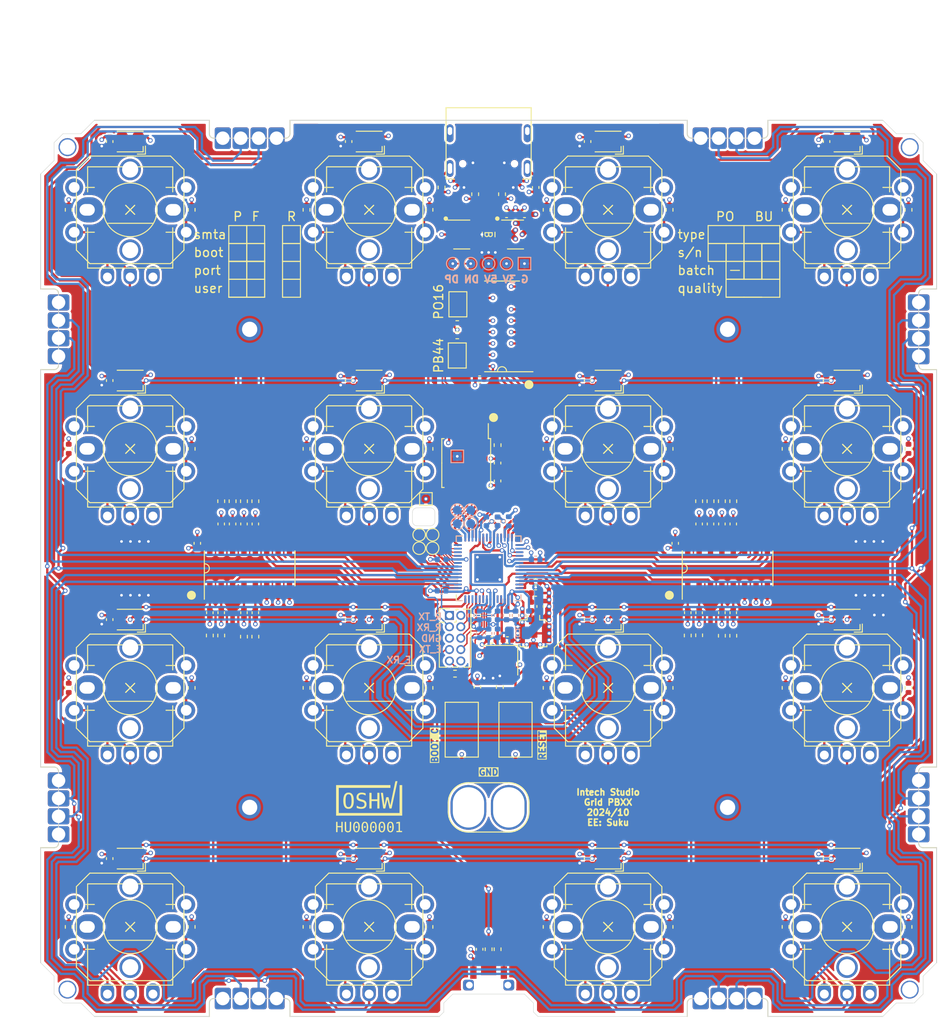
<source format=kicad_pcb>
(kicad_pcb (version 20240108) (generator "pcbnew") (generator_version "8.0")
  (layers (0 "F.Cu" signal) (1 "In1.Cu" signal) (2 "In2.Cu" signal) (31 "B.Cu" signal) (34 "B.Paste" user) (35 "F.Paste" user) (36 "B.SilkS" user "B.Silkscreen") (37 "F.SilkS" user "F.Silkscreen") (38 "B.Mask" user) (39 "F.Mask" user) (44 "Edge.Cuts" user))
  (net 0 "")
  (net 1 "GND")
  (net 2 "/MCU/MAP_MODE")
  (net 3 "Net-(J701-In)")
  (net 4 "Net-(U704-XTAL_P)")
  (net 5 "Net-(U704-XTAL_N)")
  (net 6 "Net-(U602-EN)")
  (net 7 "/MCU/USB_DN")
  (net 8 "/MCU/USB_DP")
  (net 9 "VDD_SPI")
  (net 10 "/MCU/TMS")
  (net 11 "/MCU/TCK")
  (net 12 "/MCU/TDO")
  (net 13 "/MCU/GRID_SYNC_1")
  (net 14 "/MCU/GRID_WEST_TX")
  (net 15 "+5V")
  (net 16 "/MCU/GRID_WEST_RX")
  (net 17 "/MCU/GRID_SYNC_2")
  (net 18 "/MCU/GRID_SOUTH_TX")
  (net 19 "/MCU/GRID_NORTH_RX")
  (net 20 "/MCU/GRID_SOUTH_RX")
  (net 21 "/MCU/GRID_NORTH_TX")
  (net 22 "/MCU/GRID_EAST_RX")
  (net 23 "/MCU/GRID_EAST_TX")
  (net 24 "/MCU/LED_DATA_OUT")
  (net 25 "/UI_LED/LED_DATA_OUT")
  (net 26 "/MCU/TDI")
  (net 27 "/MCU/U0RXD")
  (net 28 "/MCU/U0TXD")
  (net 29 "/MCU/SPICS0")
  (net 30 "/ANA_0")
  (net 31 "/ANA_1")
  (net 32 "/ANA_4")
  (net 33 "/ANA_5")
  (net 34 "/ANA_12")
  (net 35 "/ANA_13")
  (net 36 "/ANA_2")
  (net 37 "/ANA_3")
  (net 38 "/ANA_6")
  (net 39 "/ANA_7")
  (net 40 "/ANA_14")
  (net 41 "/ANA_15")
  (net 42 "/HWCFG/HWCFG_SHIFT")
  (net 43 "/HWCFG/HWCFG_CLOCK")
  (net 44 "/HWCFG/HWCFG_DATA")
  (net 45 "/MCU/RP_UART0_TX")
  (net 46 "/MCU/RP_UART0_RX")
  (net 47 "/MCU/RP_CLK")
  (net 48 "/MCU/RP_SWCLK")
  (net 49 "/MCU/RP_SWDIO")
  (net 50 "/MCU/RP_RUN")
  (net 51 "/MCU/RP_SPI0_RX")
  (net 52 "/MCU/RP_SPI0_CS")
  (net 53 "/MCU/RP_SPI0_SCK")
  (net 54 "/MCU/RP_SPI0_TX")
  (net 55 "Net-(J702-Pin_7)")
  (net 57 "Net-(C603-Pad1)")
  (net 58 "Net-(J601-CC1)")
  (net 60 "Net-(J601-CC2)")
  (net 62 "Net-(J601-SHIELD-PadS2)")
  (net 67 "/MCU/RP_INTERRUPT")
  (net 68 "/MCU/SPIQ")
  (net 69 "/MCU/SPIWP")
  (net 70 "/MCU/SPID")
  (net 71 "/MCU/SPICLK")
  (net 72 "/MCU/SPIHD")
  (net 73 "/MCU/ESP_RESET")
  (net 74 "/MCU/ESP_BOOT0")
  (net 75 "/MCU/ESP_LNA")
  (net 76 "+1V1")
  (net 79 "+3V3")
  (net 83 "ESP_GPIO_3")
  (net 84 "ESP_GPIO_2")
  (net 85 "ESP_GPIO_1")
  (net 86 "ESP_GPIO_4")
  (net 87 "ESP_GPIO_5")
  (net 88 "ESP_GPIO_16")
  (net 89 "ESP_GPIO_48")
  (net 90 "ESP_GPIO_47")
  (net 91 "ESP_GPIO_33")
  (net 92 "ESP_GPIO_34")
  (net 93 "ESP_GPIO_35")
  (net 94 "ESP_GPIO_36")
  (net 95 "ESP_GPIO_37")
  (net 96 "ESP_GPIO_45")
  (net 97 "ESP_GPIO_46")
  (net 98 "/ANA_8")
  (net 99 "/ANA_9")
  (net 100 "/ANA_10")
  (net 101 "/ANA_11")
  (net 102 "Net-(SW701-A)")
  (net 103 "Net-(U703-GPIO12)")
  (net 104 "Net-(U703-GPIO13)")
  (net 105 "Net-(U703-GPIO14)")
  (net 106 "Net-(U703-GPIO15)")
  (net 127 "Net-(JP801-A)")
  (net 129 "Net-(C749-Pad1)")
  (net 131 "Net-(D901-DOUT)")
  (net 132 "Net-(D902-DOUT)")
  (net 133 "Net-(D902-DIN)")
  (net 134 "Net-(D903-DOUT)")
  (net 135 "Net-(D903-DIN)")
  (net 136 "Net-(D904-DOUT)")
  (net 137 "Net-(D904-DIN)")
  (net 138 "Net-(D905-DOUT)")
  (net 139 "Net-(D906-DOUT)")
  (net 140 "Net-(D907-DOUT)")
  (net 141 "Net-(D908-DOUT)")
  (net 142 "Net-(D909-DOUT)")
  (net 143 "Net-(D910-DOUT)")
  (net 144 "Net-(D911-DOUT)")
  (net 145 "Net-(D912-DOUT)")
  (net 146 "Net-(U1001-X0)")
  (net 147 "Net-(U1001-X2)")
  (net 148 "Net-(U1001-X4)")
  (net 149 "Net-(U1001-X6)")
  (net 150 "Net-(U1001-X1)")
  (net 151 "Net-(U1001-X3)")
  (net 152 "Net-(U1001-X5)")
  (net 153 "Net-(U1001-X7)")
  (net 154 "Net-(U1002-X0)")
  (net 155 "Net-(U1002-X2)")
  (net 156 "Net-(U1002-X4)")
  (net 157 "Net-(U1002-X6)")
  (net 158 "Net-(U1002-X1)")
  (net 159 "Net-(U1002-X3)")
  (net 160 "Net-(U1002-X5)")
  (net 161 "Net-(U1002-X7)")
  (net 162 "Net-(R1017-Pad2)")
  (net 163 "Net-(R1018-Pad2)")
  (net 164 "Net-(R1019-Pad2)")
  (net 165 "Net-(R1020-Pad2)")
  (net 166 "Net-(R1021-Pad2)")
  (net 167 "Net-(R1022-Pad2)")
  (net 168 "Net-(R1023-Pad2)")
  (net 169 "Net-(R1024-Pad2)")
  (net 170 "Net-(R1025-Pad2)")
  (net 171 "Net-(R1026-Pad2)")
  (net 172 "Net-(R1027-Pad2)")
  (net 173 "Net-(R1028-Pad2)")
  (net 174 "Net-(R1029-Pad2)")
  (net 175 "Net-(R1030-Pad2)")
  (net 176 "Net-(R1031-Pad2)")
  (net 177 "Net-(R1032-Pad2)")
  (net 178 "Net-(R1033-Pad1)")
  (net 179 "Net-(R1034-Pad1)")
  (net 180 "Net-(R1035-Pad1)")
  (net 181 "Net-(R1036-Pad1)")
  (net 182 "Net-(R1037-Pad1)")
  (net 183 "Net-(R1038-Pad1)")
  (net 184 "Net-(R1039-Pad1)")
  (net 185 "Net-(R1040-Pad1)")
  (net 186 "Net-(R1041-Pad1)")
  (net 187 "Net-(R1042-Pad1)")
  (net 188 "Net-(R1043-Pad1)")
  (net 189 "Net-(R1044-Pad1)")
  (net 190 "Net-(R1045-Pad1)")
  (net 191 "Net-(R1046-Pad1)")
  (net 192 "Net-(R1047-Pad1)")
  (net 193 "Net-(R1048-Pad1)")
  (net 258 "Net-(JP701-B)")
  (footprint "suku_basics:UI_WS2812C-2020" (layer "F.Cu") (at 59.995 132.385 180)
    (property "Reference" "D904" (hide yes))
    (property "Value" "WS2812C-2020" (hide yes))
  )
  (footprint "suku_basics:UI_WS2812C-2020" (layer "F.Cu") (at 113.335 132.385 180)
    (property "Reference" "D912" (hide yes))
    (property "Value" "WS2812C-2020" (hide yes))
  )
  (footprint "suku_basics:UI_WS2812C-2020" (layer "F.Cu") (at 86.665 132.385 180)
    (property "Reference" "D908" (hide yes))
    (property "Value" "WS2812C-2020" (hide yes))
  )
  (footprint "suku_basics:UI_WS2812C-2020" (layer "F.Cu") (at 140.005 132.385 180)
    (property "Reference" "D916" (hide yes))
    (property "Value" "WS2812C-2020" (hide yes))
  )
  (footprint "suku_basics:UI_WS2812C-2020" (layer "F.Cu") (at 86.665 52.375 180)
    (property "Reference" "D905" (hide yes))
    (property "Value" "WS2812C-2020" (hide yes))
  )
  (footprint "suku_basics:UI_WS2812C-2020" (layer "F.Cu") (at 113.335 52.375 180)
    (property "Reference" "D909" (hide yes))
    (property "Value" "WS2812C-2020" (hide yes))
  )
  (footprint "suku_basics:UI_WS2812C-2020" (layer "F.Cu") (at 140.005 79.045 180)
    (property "Reference" "D914" (hide yes))
    (property "Value" "WS2812C-2020" (hide yes))
  )
  (footprint "suku_basics:CAP_0402" (layer "F.Cu") (at 99 142.5 -90)
    (property "Reference" "C757" (hide yes))
    (property "Value" "100n" (hide yes))
  )
  (footprint "suku_basics:CAP_0402" (layer "F.Cu") (at 84.379 52.375 -90)
    (property "Reference" "C905" (hide yes))
    (property "Value" "100n" (hide yes))
  )
  (footprint "suku_basics:CAP_0402" (layer "F.Cu") (at 111.049 52.375 -90)
    (property "Reference" "C909" (hide yes))
    (property "Value" "100n" (hide yes))
  )
  (footprint "suku_basics:CAP_0402" (layer "F.Cu") (at 111.049 132.385 -90)
    (property "Reference" "C912" (hide yes))
    (property "Value" "100n" (hide yes))
  )
  (footprint "suku_basics:CAP_0402" (layer "F.Cu") (at 137.719 52.375 -90)
    (property "Reference" "C913" (hide yes))
    (property "Value" "100n" (hide yes))
  )
  (footprint "suku_basics:CAP_0402" (layer "F.Cu") (at 137.719 79.045 -90)
    (property "Reference" "C914" (hide yes))
    (property "Value" "100n" (hide yes))
  )
  (footprint "suku_basics:CAP_0402" (layer "F.Cu") (at 72.695 95.047 90)
    (property "Reference" "C1001" (hide yes))
    (property "Value" "100n" (hide yes))
  )
  (footprint "suku_basics:CAP_0402" (layer "F.Cu") (at 70.155 95.047 90)
    (property "Reference" "C1002" (hide yes))
    (property "Value" "100n" (hide yes))
  )
  (footprint "suku_basics:CAP_0402" (layer "F.Cu") (at 71.425 95.047 90)
    (property "Reference" "C1005" (hide yes))
    (property "Value" "100n" (hide yes))
  )
  (footprint "suku_basics:CAP_0402" (layer "F.Cu") (at 73.965 95.047 90)
    (property "Reference" "C1006" (hide yes))
    (property "Value" "100n" (hide yes))
  )
  (footprint "suku_basics:UI_WS2812C-2020" (layer "F.Cu") (at 59.995 52.375 180)
    (property "Reference" "D901" (hide yes))
    (property "Value" "WS2812C-2020" (hide yes))
  )
  (footprint "suku_basics:UI_WS2812C-2020" (layer "F.Cu") (at 86.665 79.045 180)
    (property "Reference" "D906" (hide yes))
    (property "Value" "WS2812C-2020" (hide yes))
  )
  (footprint "suku_basics:UI_WS2812C-2020" (layer "F.Cu") (at 140.005 52.375 180)
    (property "Reference" "D913" (hide yes))
    (property "Value" "WS2812C-2020" (hide yes))
  )
  (footprint "suku_basics:J_INTERFACE_SPRINGPATTERN" (layer "F.Cu") (at 50 73.33 90)
    (property "Reference" "J504" (hide yes))
    (property "Value" "Conn_01x04")
  )
  (footprint "suku_basics:J_INTERFACE_SPRINGPATTERN" (layer "F.Cu") (at 50 126.67 90)
    (property "Reference" "J506" (hide yes))
    (property "Value" "Conn_01x04")
  )
  (footprint "suku_basics:J_INTERFACE_SPRINGPATTERN" (layer "F.Cu") (at 73.33 150 180)
    (property "Reference" "J507" (hide yes))
    (property "Value" "Conn_01x04")
  )
  (footprint "suku_basics:J_INTERFACE_SPRINGPATTERN" (layer "F.Cu") (at 73.33 50)
    (property "Reference" "J501" (hide yes))
    (property "Value" "Conn_01x04")
  )
  (footprint "suku_basics:J_INTERFACE_SPRINGPATTERN" (layer "F.Cu") (at 126.67 150 180)
    (property "Reference" "J508" (hide yes))
    (property "Value" "Conn_01x04")
  )
  (footprint "suku_basics:J_INTERFACE_SPRINGPATTERN" (layer "F.Cu") (at 126.67 50)
    (property "Reference" "J502" (hide yes))
    (property "Value" "Conn_01x04")
  )
  (footprint "suku_basics:J_INTERFACE_SPRINGPATTERN" (layer "F.Cu") (at 150 73.33 -90)
    (property "Reference" "J503" (hide yes))
    (property "Value" "Conn_01x04")
  )
  (footprint "suku_basics:RES_0402" (layer "F.Cu") (at 66.853 140.005 90)
    (property "Reference" "R1036" (hide yes))
    (property "Value" "5k1" (hide yes))
  )
  (footprint "suku_basics:RES_0402" (layer "F.Cu") (at 93.396 140.005 90)
    (property "Reference" "R1040" (hide yes))
    (property "Value" "5k1" (hide yes))
  )
  (footprint "suku_basics:RES_0402" (layer "F.Cu") (at 120.193 140.005 90)
    (property "Reference" "R1044" (hide yes))
    (property "Value" "5k1" (hide yes))
  )
  (footprint "suku_basics:RES_0402" (layer "F.Cu") (at 146.863 140.005 90)
    (property "Reference" "R1048" (hide yes))
    (property "Value" "5k1" (hide yes))
  )
  (footprint "suku_basics:RES_0402" (layer "F.Cu") (at 71.425 92.507 90)
    (property "Reference" "R1001" (hide yes))
    (property "Value" "1k" (hide yes))
  )
  (footprint "suku_basics:RES_0402" (layer "F.Cu") (at 70.155 92.507 90)
    (property "Reference" "R1002" (hide yes))
    (property "Value" "1k" (hide yes))
  )
  (footprint "suku_basics:RES_0402" (layer "F.Cu") (at 72.695 92.507 90)
    (property "Reference" "R1005" (hide yes))
    (property "Value" "1k" (hide yes))
  )
  (footprint "suku_basics:RES_0402" (layer "F.Cu") (at 73.965 92.507 90)
    (property "Reference" "R1006" (hide yes))
    (property "Value" "1k" (hide yes))
  )
  (footprint "suku_basics:RES_0402" (layer "F.Cu") (at 101 142.5 90)
    (property "Reference" "R736" (hide yes))
    (property "Value" "1k" (hide yes))
  )
  (footprint "suku_basics:UI_POT_SONGHUEI" (layer "F.Cu") (at 86.665 59.995)
    (property "Reference" "UI1005" (hide yes))
    (property "Value" "RK0952N-12.5F/5-B10K")
  )
  (footprint "suku_basics:UI_POT_SONGHUEI" (layer "F.Cu") (at 113.335 59.995)
    (property "Reference" "UI1009" (hide yes))
    (property "Value" "RK0952N-12.5F/5-B10K")
  )
  (footprint "suku_basics:UI_POT_SONGHUEI" (layer "F.Cu") (at 140.005 59.995)
    (property "Reference" "UI1013" (hide yes))
    (property "Value" "RK0952N-12.5F/5-B10K")
  )
  (footprint "suku_basics:UI_BUTTON_OMRON" (layer "F.Cu") (at 86.665 140.005 180)
    (property "Reference" "UI1024" (hide yes))
    (property "Value" "B3F-4050 (NF)" (hide yes))
  )
  (footprint "suku_basics:UI_BUTTON_OMRON" (layer "F.Cu") (at 113.335 140.005 180)
    (property "Reference" "UI1028" (hide yes))
    (property "Value" "B3F-4050 (NF)" (hide yes))
  )
  (footprint "suku_basics:UI_BUTTON_OMRON" (layer "F.Cu") (at 140.005 140.005 180)
    (property "Reference" "UI1032" (hide yes))
    (property "Value" "B3F-4050 (NF)" (hide yes))
  )
  (footprint "suku_basics:CAP_0402" (layer "F.Cu") (at 57.709 132.385 -90)
    (property "Reference" "C904" (hide yes))
    (property "Value" "100n" (hide yes))
  )
  (footprint "suku_basics:CAP_0402" (layer "F.Cu") (at 84.379 79.045 -90)
    (property "Reference" "C906" (hide yes))
    (property "Value" "100n" (hide yes))
  )
  (footprint "suku_basics:CAP_0402" (layer "F.Cu") (at 84.379 132.385 -90)
    (property "Reference" "C908" (hide yes))
    (property "Value" "100n" (hide yes))
  )
  (footprint "suku_basics:CAP_0402" (layer "F.Cu") (at 137.719 132.385 -90)
    (property "Reference" "C916" (hide yes))
    (property "Value" "100n" (hide yes))
  )
  (footprint "suku_basics:J_INTERFACE_SPRINGPATTERN" (layer "F.Cu") (at 150 126.67 -90)
    (property "Reference" "J505" (hide yes))
    (property "Value" "Conn_01x04")
  )
  (footprint "suku_basics:UI_BUTTON_OMRON" (layer "F.Cu") (at 59.995 140.005 180)
    (property "Reference" "UI1020" (hide yes))
    (property "Value" "B3F-4050 (NF)" (hide yes))
  )
  (footprint "suku_basics:RES_0402" (layer "F.Cu") (at 124.765 92.507 90)
    (property "Reference" "R1009" (hide yes))
    (property "Value" "1k" (hide yes))
  )
  (footprint "suku_basics:RES_0402" (layer "F.Cu") (at 123.495 92.507 90)
    (property "Reference" "R1010" (hide yes))
    (property "Value" "1k" (hide yes))
  )
  (footprint "suku_basics:RES_0402" (layer "F.Cu") (at 127.305 92.507 90)
    (property "Reference" "R1014" (hide yes))
    (property "Value" "1k" (hide yes))
  )
  (footprint "suku_basics:SOIC-16_74HC4051" (layer "F.Cu") (at 126.67 100 90)
    (property "Reference" "U1002" (hide yes))
    (property "Value" "74HC4051" (hide yes))
  )
  (footprint "suku_basics:CAP_0402" (layer "F.Cu") (at 126.035 95.047 90)
    (property "Reference" "C1010" (hide yes))
    (property "Value" "100n" (hide yes))
  )
  (footprint "suku_basics:CAP_0402" (layer "F.Cu") (at 123.495 95.047 90)
    (property "Reference" "C1011" (hide yes))
    (property "Value" "100n" (hide yes))
  )
  (footprint "suku_basics:CAP_0402" (layer "F.Cu") (at 124.765 95.047 90)
    (property "Reference" "C1014" (hide yes))
    (property "Value" "100n" (hide yes))
  )
  (footprint "suku_basics:CAP_0402" (layer "F.Cu") (at 127.305 95.047 90)
    (property "Reference" "C1015" (hide yes))
    (property "Value" "100n" (hide yes))
  )
  (footprint "suku_basics:SOIC-16_74HC4051" (layer "F.Cu") (at 73.33 100 90)
    (property "Reference" "U1001" (hide yes))
    (property "Value" "74HC4051" (hide yes))
  )
  (footprint "suku_basics:UI_POT_SONGHUEI" (layer "F.Cu") (at 59.995 59.995)
    (property "Reference" "UI1001" (hide yes))
    (property "Value" "RK0952N-12.5F/5-B10K")
  )
  (footprint "suku_basics:RES_0402" (layer "F.Cu") (at 68.885 107.493 -90)
    (property "Reference" "R1003" (hide yes))
    (property "Value" "1k" (hide yes))
  )
  (footprint "suku_basics:RES_0402" (layer "F.Cu") (at 70.155 107.493 -90)
    (property "Reference" "R1004" (hide yes))
    (property "Value" "1k" (hide yes))
  )
  (footprint "suku_basics:RES_0402" (layer "F.Cu") (at 73.965 107.62 -90)
    (property "Reference" "R1007" (hide yes))
    (property "Value" "1k" (hide yes))
  )
  (footprint "suku_basics:RES_0402" (layer "F.Cu") (at 72.695 107.62 -90)
    (property "Reference" "R1008" (hide yes))
    (property "Value" "1k" (hide yes))
  )
  (footprint "suku_basics:CAP_0402" (layer "F.Cu") (at 68.885 104.953 -90)
    (property "Reference" "C1003" (hide yes))
    (property "Value" "100n" (hide yes))
  )
  (footprint "suku_basics:CAP_0402" (layer "F.Cu") (at 70.155 104.953 -90)
    (property "Reference" "C1004" (hide yes))
    (property "Value" "100n" (hide yes))
  )
  (footprint "suku_basics:CAP_0402" (layer "F.Cu") (at 73.965 104.953 -90)
    (property "Reference" "C1007" (hide yes))
    (property "Value" "100n" (hide yes))
  )
  (footprint "suku_basics:CAP_0402" (layer "F.Cu") (at 72.695 104.953 -90)
    (property "Reference" "C1008" (hide yes))
    (property "Value" "100n" (hide yes))
  )
  (footprint "suku_basics:RES_0402" (layer "F.Cu") (at 126.035 92.507 90)
    (property "Reference" "R1013" (hide yes))
    (property "Value" "1k" (hide yes))
  )
  (footprint "suku_basics:CAP_0402" (layer "F.Cu") (at 122.225 104.953 -90)
    (property "Reference" "C1012" (hide yes))
    (property "Value" "100n" (hide yes))
  )
  (footprint "suku_basics:CAP_0402" (layer "F.Cu") (at 123.495 104.953 -90)
    (property "Reference" "C1013" (hide yes))
    (property "Value" "100n" (hide yes))
  )
  (footprint "suku_basics:CAP_0402" (layer "F.Cu") (at 127.305 104.953 -90)
    (property "Reference" "C1016" (hide yes))
    (property "Value" "100n" (hide yes))
  )
  (footprint "suku_basics:CAP_0402" (layer "F.Cu") (at 126.035 104.953 -90)
    (property "Reference" "C1017" (hide yes))
    (property "Value" "100n" (hide yes))
  )
  (footprint "suku_basics:RES_0402" (layer "F.Cu") (at 122.225 107.493 -90)
    (property "Reference" "R1011" (hide yes))
    (property "Value" "1k" (hide yes))
  )
  (footprint "suku_basics:RES_0402" (layer "F.Cu") (at 123.495 107.4676 -90)
    (property "Reference" "R1012" (hide yes))
    (property "Value" "1k" (hide yes))
  )
  (footprint "suku_basics:RES_0402" (layer "F.Cu") (at 127.305 107.5184 -90)
    (property "Reference" "R1015" (hide yes))
    (property "Value" "1k" (hide yes))
  )
  (footprint "suku_basics:RES_0402" (layer "F.Cu") (at 126.035 107.5184 -90)
    (property "Reference" "R1016" (hide yes))
    (property "Value" "1k" (hide yes))
  )
  (footprint "suku_basics:SOIC-8W_FLASH" (layer "F.Cu") (at 97.5 88.25 -90)
    (property "Reference" "U705" (hide yes))
    (property "Value" "W25Q64JVSSIQ" (hide yes))
  )
  (footprint "suku_basics:CAP_0402" (layer "F.Cu") (at 57.709 52.375 -90)
    (property "Reference" "C901" (hide yes))
    (property "Value" "100n" (hide yes))
  )
  (footprint "suku_basics:CAP_0402" (layer "F.Cu") (at 99 78.8875 180)
    (property "Reference" "C801" (hide yes))
    (property "Value" "100n" (hide yes))
  )
  (footprint "suku_basics:CAP_0402" (layer "F.Cu") (at 120.828 97.206 -90)
    (property "Reference" "C1018" (hide yes))
    (property "Value" "100n" (hide yes))
  )
  (footprint "suku_basics:CAP_0402" (layer "F.Cu") (at 67.488 97.206 -90)
    (property "Reference" "C1009" (hide yes))
    (property "Value" "100n" (hide yes))
  )
  (footprint "suku_basics:SW_HYP_MAPMODE" (layer "F.Cu") (at 100 146.2 180)
    (property "Reference" "SW701" (hide yes))
    (property "Value" "C255807" (hide yes))
  )
  (footprint "suku_basics:SOIC-16_74HC165" (layer "F.Cu") (at 101.5 73 180)
    (property "Reference" "U801" (hide yes))
    (property "Value" "74HC165" (hide yes))
  )
  (footprint "suku_basics:CAP_0402" (layer "F.Cu") (at 101 90.25 -90)
    (property "Reference" "C756" (hide yes))
    (property "Value" "100n" (hide yes))
  )
  (footprint "suku_basics:UI_WS2812C-2020" (layer "F.Cu") (at 59.995 79.045 180)
    (property "Reference" "D902" (hide yes))
    (property "Value" "WS2812C-2020" (hide yes))
  )
  (footprint "suku_basics:CAP_0402" (layer "F.Cu") (at 57.709 79.045 -90)
    (property "Reference" "C902" (hide yes))
    (property "Value" "100n" (hide yes))
  )
  (footprint "suku_basics:UI_WS2812C-2020" (layer "F.Cu") (at 113.335 79.045 180)
    (property "Reference" "D910" (hide yes))
    (property "Value" "WS2812C-2020" (hide yes))
  )
  (footprint "suku_basics:CAP_0402" (layer "F.Cu") (at 111.049 79.045 -90)
    (property "Reference" "C910" (hide yes))
    (property "Value" "100n" (hide yes))
  )
  (footprint "suku_basics:USB_C_Korean_Hroparts_TYPE-C-31-M-12" (layer "F.Cu") (at 100 53.4 180)
    (property "Reference" "J601" (hide yes))
    (property "Value" "TYPE-C-32-M-12" (hide yes))
  )
  (footprint "suku_basics:SOT-23-6" (layer "F.Cu") (at 97 62.75 180)
    (property "Reference" "U601" (hide yes))
    (property "Value" "C5451661" (hide yes))
  )
  (footprint "suku_basics:CAP_0402" (layer "F.Cu") (at 84.379 105.715 -90)
    (property "Reference" "C907" (hide yes))
    (property "Value" "100n")
  )
  (footprint "suku_basics:RES_0402" (layer "F.Cu") (at 53.137 140.005 -90)
    (property "Reference" "R1020" (hide yes))
    (property "Value" "470R")
  )
  (footprint "suku_basics:FERRIT_0805" (layer "F.Cu") (at 100 62.75 -90)
    (property "Reference" "L601" (hide yes))
    (property "Value" "GZ2012D601TF" (hide yes))
  )
  (footprint "suku_basics:RES_0402" (layer "F.Cu") (at 133.147 140.005 -90)
    (property "Reference" "R1032" (hide yes))
    (property "Value" "470R")
  )
  (footprint "suku_basics:UI_BUTTON_OMRON" (layer "F.Cu") (at 140.005 86.665 180)
    (property "Reference" "UI1030" (hide yes))
    (property "Value" "B3F-4050 (NF)")
  )
  (footprint "suku_basics:RES_0402" (layer "F.Cu") (at 53.137 59.995 -90)
    (property "Reference" "R1017" (hide yes))
    (property "Value" "470R" (hide yes))
  )
  (footprint "suku_basics:CAP_0402" (layer "F.Cu") (at 102 105.25 -90)
    (property "Reference" "C753" (hide yes))
    (property "Value" "10n" (hide yes))
  )
  (footprint "suku_basics:UI_POT_SONGHUEI" (layer "F.Cu") (at 86.665 113.335)
    (property "Reference" "UI1007" (hide yes))
    (property "Value" "RK0952N-12.5F/5-B10K")
  )
  (footprint "Button_Switch_SMD:SW_SPST_CK_RS282G05A3" (layer "F.Cu") (at 97 118 90)
    (property "Reference" "SW703" (hide yes))
    (property "Value" "C2905169" (hide yes))
  )
  (footprint "suku_basics:UI_POT_SONGHUEI" (layer "F.Cu") (at 140.005 113.335)
    (property "Reference" "UI1015" (hide yes))
    (property "Value" "RK0952N-12.5F/5-B10K")
  )
  (footprint "suku_basics:UI_POT_SONGHUEI" (layer "F.Cu") (at 86.665 86.665)
    (property "Reference" "UI1006" (hide yes))
    (property "Value" "RK0952N-12.5F/5-B10K")
  )
  (footprint "suku_basics:RES_0402" (layer "F.Cu") (at 93.396 59.995 90)
    (property "Reference" "R1037" (hide yes))
    (property "Value" "5k1")
  )
  (footprint "suku_basics:RES_0402" (layer "F.Cu") (at 66.853 86.665 90)
    (property "Reference" "R1034" (hide yes))
    (property "Value" "5k1")
  )
  (footprint "suku_basics:RES_0402" (layer "F.Cu") (at 101 86.25 90)
    (property "Reference" "R734" (hide yes))
    (property "Value" "5k1" (hide yes))
  )
  (footprint "suku_basics:RES_0402" (layer "F.Cu") (at 106.477 86.665 -90)
    (property "Reference" "R1026" (hide yes))
    (property "Value" "470R")
  )
  (footprint "Crystal:Crystal_SMD_Abracon_ABM8G-4Pin_3.2x2.5mm" (layer "F.Cu") (at 101.25 110.25 180)
    (property "Reference" "Y701" (hide yes))
    (property "Value" "40MHz" (hide yes))
  )
  (footprint "suku_basics:UI_POT_SONGHUEI" (layer "F.Cu") (at 59.995 113.335)
    (property "Reference" "UI1003" (hide yes))
    (property "Value" "RK0952N-12.5F/5-B10K")
  )
  (footprint "suku_basics:UI_BUTTON_OMRON" (layer "F.Cu") (at 140.005 113.335 180)
    (property "Reference" "UI1031" (hide yes))
    (property "Value" "B3F-4050 (NF)")
  )
  (footprint "suku_basics:UI_BUTTON_OMRON" (layer "F.Cu") (at 113.335 59.995 180)
    (property "Reference" "UI1025" (hide yes))
    (property "Value" "B3F-4050 (NF)")
  )
  (footprint "suku_basics:UI_BUTTON_OMRON" (layer "F.Cu") (at 59.995 86.665 180)
    (property "Reference" "UI1018" (hide yes))
    (property "Value" "B3F-4050 (NF)")
  )
  (footprint "suku_basics:RES_0402" (layer "F.Cu") (at 101.25 113.25 -90)
    (property "Reference" "R735" (hide yes))
    (property "Value" "5k1")
  )
  (footprint "suku_basics:UI_POT_SONGHUEI" (layer "F.Cu") (at 140.005 86.665)
    (property "Reference" "UI1014" (hide yes))
    (property "Value" "RK0952N-12.5F/5-B10K")
  )
  (footprint "suku_basics:CAP_0402" (layer "F.Cu") (at 100.35 108 180)
    (property "Reference" "C750" (hide yes))
    (property "Value" "10p" (hide yes))
  )
  (footprint "suku_basics:CAP_0402" (layer "F.Cu") (at 98.75 105.25 -90)
    (property "Reference" "C752" (hide yes))
    (property "Value" "100n" (hide yes))
  )
  (footprint "suku_basics:UI_BUTTON_OMRON" (layer "F.Cu") (at 59.995 59.995 180)
    (property "Reference" "UI1017" (hide yes))
    (property "Value" "B3F-4050 (NF)")
  )
  (footprint "suku_basics:RES_0402" (layer "F.Cu") (at 79.68 113.335 -90)
    (property "Reference" "R1023" (hide yes))
    (property "Value" "470R")
  )
  (footprint "suku_basics:UI_BUTTON_OMRON" (layer "F.Cu") (at 59.995 113.335 180)
    (property "Reference" "UI1019" (hide yes))
    (property "Value" "B3F-4050 (NF)")
  )
  (footprint "suku_basics:CAP_0402" (layer "F.Cu") (at 137.719 105.715 -90)
    (property "Reference" "C915" (hide yes))
    (property "Value" "100n")
  )
  (footprint "suku_basics:UI_POT_SONGHUEI" (layer "F.Cu") (at 86.665 140.005)
    (property "Reference" "UI1008" (hide yes))
    (property "Value" "RK0952N-12.5F/5-B10K")
  )
  (footprint "suku_basics:UI_WS2812C-2020" (layer "F.Cu") (at 59.995 105.715 180)
    (property "Reference" "D903" (hide yes))
    (property "Value" "WS2812C-2020")
  )
  (footprint "suku_basics:OscilloscopeGround" (layer "F.Cu") (at 100 126.67)
    (property "Reference" "J799" (hide yes))
    (property "Value" "Conn_01x02")
  )
  (footprint "suku_basics:CAP_0402" (layer "F.Cu") (at 57.709 105.715 -90)
    (property "Reference" "C903" (hide yes))
    (property "Value" "100n")
  )
  (footprint "suku_basics:CAP_0402" (layer "F.Cu") (at 104 60.5)
    (property "Reference" "C602" (hide yes))
    (property "Value" "1u" (hide yes))
  )
  (footprint "suku_basics:CAP_0402" (layer "F.Cu") (at 105.25 102.75)
    (property "Reference" "C742" (hide yes))
    (property "Value" "1p8" (hide yes))
  )
  (footprint "suku_basics:RES_0402" (layer "F.Cu") (at 106.477 140.005 -90)
    (property "Reference" "R1028" (hide yes))
    (property "Value" "470R")
  )
  (footprint "suku_basics:RES_0402" (layer "F.Cu") (at 146.863 113.335 90)
    (property "Reference" "R1047" (hide yes))
    (property "Value" "5k1")
  )
  (footprint "TestPoint:TestPoint_Pad_1.0x1.0mm" (layer "F.Cu") (at 93 92.25)
    (property "Reference" "TP710" (hide yes))
    (property "Value" "TestPoint")
  )
  (footprint "suku_basics:RES_0402" (layer "F.Cu") (at 79.68 59.995 -90)
    (property "Reference" "R1021" (hide yes))
    (property "Value" "470R" (hide yes))
  )
  (footprint "suku_basics:CAP_0402" (layer "F.Cu") (at 101 94.75 90)
    (property "Reference" "C751" (hide yes))
    (property "Value" "100n" (hide yes))
  )
  (footprint "suku_basics:UI_BUTTON_OMRON" (layer "F.Cu") (at 113.335 86.665 180)
    (property "Reference" "UI1026" (hide yes))
    (property "Value" "B3F-4050 (NF)")
  )
  (footprint "Jumper:SolderJumper-2_P1.3mm_Open_TrianglePad1.0x1.5mm" (layer "F.Cu") (at 96.571 70.536 90)
    (property "Reference" "JP801" (hide yes))
    (property "Value" "(NF)")
  )
  (footprint "suku_basics:RES_0402" (layer "F.Cu") (at 133.147 86.665 -90)
    (property "Reference" "R1030" (hide yes))
    (property "Value" "470R")
  )
  (footprint "suku_basics:CAP_0402" (layer "F.Cu") (at 105.25 57.5 -90)
    (property "Reference" "C603" (hide yes))
    (property "Value" "4n7" (hide yes))
  )
  (footprint "suku_basics:RES_0402" (layer "F.Cu") (at 93.396 86.665 90)
    (property "Reference" "R1038" (hide yes))
    (property "Value" "5k1")
  )
  (footprint "suku_basics:UI_POT_SONGHUEI" (layer "F.Cu") (at 59.995 86.665)
    (property "Reference" "UI1002" (hide yes))
    (property "Value" "RK0952N-12.5F/5-B10K")
  )
  (footprint "suku_basics:CAP_0402" (layer "F.Cu") (at 98.75 113.25 90)
    (property "Reference" "C758" (hide yes))
    (property "Value" "1u")
  )
  (footprint "suku_basics:RES_0402" (layer "F.Cu") (at 120.193 59.995 90)
    (property "Reference" "R1041" (hide yes))
    (property "Value" "5k1")
  )
  (footprint "suku_basics:RES_0402" (layer "F.Cu") (at 120.193 86.665 90)
    (property "Reference" "R1042" (hide yes))
    (property "Value" "5k1")
  )
  (footprint "suku_basics:CAP_0402" (layer "F.Cu") (at 105.75 104.25 90)
    (property "Reference" "C739" (hide yes))
    (property "Value" "3p9" (hide yes))
  )
  (footprint "suku_basics:RES_0402" (layer "F.Cu") (at 106.477 59.995 -90)
    (property "Reference" "R1025" (hide yes))
    (property "Value" "470R" (hide yes))
  )
  (footprint "suku_basics:CAP_0402" (layer "F.Cu") (at 101 88.25 90)
    (property "Reference" "C755" (hide yes))
    (property "Value" "1u" (hide yes))
  )
  (footprint "suku_basics:RES_0402" (layer "F.Cu") (at 66.853 59.995 90)
    (property "Reference" "R1033" (hide yes))
    (property "Value" "5k1")
  )
  (footprint "suku_basics:RES_0402" (layer "F.Cu") (at 133.147 59.995 -90)
    (property "Reference" "R1029" (hide yes))
    (property "Value" "470R" (hide yes))
  )
  (footprint "suku_basics:CAP_0402" (layer "F.Cu") (at 102 60.5)
    (property "Reference" "C601" (hide yes))
    (property "Value" "1u" (hide yes))
  )
  (footprint "suku_basics:UI_BUTTON_OMRON" (layer "F.Cu") (at 86.665 113.335 180)
    (property "Reference" "UI1023" (hide yes))
    (property "Value" "B3F-4050 (NF)")
  )
  (footprint "suku_basics:CAP_0402" (layer "F.Cu") (at 105.25 101.5)
    (property "Reference" "C749" (hide yes))
    (property "Value" "100n" (hide yes))
  )
  (footprint "suku_basics:RES_0402" (layer "F.Cu") (at 100 142.5 90)
    (property "Reference" "R701" (hide yes))
    (property "Value" "5k1")
  )
  (footprint "suku_basics:QFN-56-1EP_7x7mm_P0.4mm_EP3.2x3.2mm" (layer "F.Cu") (at 100 100 180)
    (property "Reference" "U704" (hide yes))
    (property "Value" "ESP32-S3" (hide yes))
  )
  (footprint "suku_basics:RES_0402" (layer "F.Cu") (at 101.5 58.25 -90)
    (property "Reference" "R601" (hide yes))
    (property "Value" "5k1" (hide yes))
  )
  (footprint "suku_basics:RES_0402" (layer "F.Cu") (at 96.5 72.75)
    (property "Reference" "R801" (hide yes))
    (property "Value" "5k1")
  )
  (footprint "Jumper:SolderJumper-2_P1.3mm_Open_TrianglePad1.0x1.5mm" (layer "F.Cu") (at 96.5 76.25 90)
    (property "Reference" "JP701" (hide yes))
    (property "Value" "(NF)")
  )
  (footprint "suku_basics:grid_outline" (layer "F.Cu") (at 100 100)
    (property "Reference" "M501" (hide yes))
    (property "Value" "Conn_01x08" (hide yes))
  )
  (footprint "suku_basics:RES_0402" (layer "F.Cu") (at 98.5 58.25 -90)
    (property "Reference" "R602" (hide yes))
    (property "Value" "5k1" (hide yes))
  )
  (footprint "suku_basics:UI_BUTTON_OMRON" (layer "F.Cu") (at 113.335 113.335 180)
    (property "Reference" "UI1027" (hide yes))
    (property "Value" "B3F-4050 (NF)")
  )
  (footprint "suku_basics:UI_POT_SONGHUEI" (layer "F.Cu") (at 113.335 140.005)
    (property "Reference" "UI1012" (hide yes))
    (property "Value" "RK0952N-12.5F/5-B10K")
  )
  (footprint "suku_basics:UI_POT_SONGHUEI" (layer "F.Cu") (at 113.335 86.665)
    (property "Reference" "UI1010" (hide yes))
    (property "Value" "RK0952N-12.5F/5-B10K")
  )
  (footprint "TestPoint:TestPoint_Pad_D1.0mm" (layer "F.Cu") (at 93.75 96.25)
    (property "Reference" "TP706" (hide yes))
    (property "Value" "TestPoint")
  )
  (footprint "Connector_PinHeader_1.27mm:PinHeader_2x05_P1.27mm_Vertical" (layer "F.Cu") (at 95.625 105.25)
    (property "Reference" "J702" (hide yes))
    (property "Value" "Conn_02x05_Odd_Even" (hide yes))
  )
  (footprint "suku_basics:RES_0402" (layer "F.Cu") (at 96.5 74)
    (property "Reference" "R702" (hide yes))
    (property "Value" "5k1")
  )
  (footprint "suku_basics:UI_BUTTON_OMRON" (layer "F.Cu") (at 86.665 86.665 180)
    (property "Reference" "UI1022" (hide yes))
    (property "Value" "B3F-4050 (NF)")
  )
  (footprint "suku_basics:SOT-23-5" (layer "F.Cu") (at 103 62.75 180)
    (property "Reference" "U602" (hide yes))
    (property "Value" "LN1134A332MR-G" (hide yes))
  )
  (footprint "suku_basics:RES_0402" (layer "F.Cu") (at 133.147 113.335 -90)
    (property "Reference" "R1031" (hide yes))
    (property "Value" "470R")
  )
  (footprint "suku_basics:UI_POT_SONGHUEI" (layer "F.Cu") (at 140.005 140.005)
    (property "Reference" "UI1016" (hide yes))
    (property "Value" "RK0952N-12.5F/5-B10K")
  )
  (footprint "suku_basics:UI_POT_SONGHUEI" (layer "F.Cu") (at 113.335 113.335)
    (property "Reference" "UI1011" (hide yes))
    (property "Value" "RK0952N-12.5F/5-B10K")
  )
  (footprint "suku_basics:UI_WS2812C-2020" (layer "F.Cu") (at 140.005 105.715 180)
    (property "Reference" "D915" (hide yes))
    (property "Value" "WS2812C-2020")
  )
  (footprint "suku_basics:RES_0402" (layer "F.Cu") (at 53.137 113.335 -90)
    (property "Reference" "R1019" (hide yes))
    (property "Value" "470R")
  )
  (footprint "Button_Switch_SMD:SW_SPST_CK_RS282G05A3" (layer "F.Cu") (at 103 118 90)
    (property "Reference" "SW702" (hide yes))
    (property "Value" "C2905169" (hide yes))
  )
  (footprint "suku_basics:UI_WS2812C-2020" (layer "F.Cu") (at 113.335 105.715 180)
    (property "Reference" "D911" (hide yes))
    (property "Value" "WS2812C-2020")
  )
  (footprint "suku_basics:RES_0402" (layer "F.Cu") (at 120.193 113.335 90)
    (property "Reference" "R1043" (hide yes))
    (property "Value" "5k1")
  )
  (footprint "suku_basics:RES_0402" (layer "F.Cu") (at 146.863 86.665 90)
    (property "Reference" "R1046" (hide yes))
    (property "Value" "5k1")
  )
  (footprint "suku_basics:UI_POT_SONGHUEI" (layer "F.Cu") (at 59.995 140.005)
    (property "Reference" "UI1004" (hide yes))
    (property "Value" "RK0952N-12.5F/5-B10K")
  )
  (footprint "suku_basics:RES_0402" (layer "F.Cu") (at 94.75 57.5 -90)
    (property "Reference" "R603" (hide yes))
    (property "Value" "1M" (hide yes))
  )
  (footprint "TestPoint:TestPoint_Pad_D1.0mm" (layer "F.Cu") (at 92.25 96.25)
    (property "Reference" "TP708" (hide yes))
    (property "Value" "TestPoint")
  )
  (footprint "suku_basics:RES_0402" (layer "F.Cu") (at 79.68 140.005 -90)
    (property "Reference" "R1024" (hide yes))
    (property "Value" "470R")
  )
  (footprint "TestPoint:TestPoint_Pad_D1.0mm" (layer "F.Cu") (at 92.25 97.75)
    (property "Reference" "TP709" (hide yes))
    (property "Value" "TestPoint")
  )
  (footprint "suku_basics:RES_0402" (layer "F.Cu") (at 93.396 113.335 90)
    (property "Reference" "R1039" (hide yes))
    (property "Value" "5k1")
  )
  (footprint "TestPoint:TestPoint_Pad_D1.0mm" (layer "F.Cu") (at 93.75 97.75)
    (property "Reference" "TP707" (hide yes))
    (property "Value" "TestPoint")
  )
  (footprint "suku_basics:RES_0402" (layer "F.Cu") (at 53.137 86.665 -90)
    (property "Reference" "R1018" (hide yes))
    (property "Value" "470R")
  )
  (footprint "suku_basics:UI_BUTTON_OMRON" (layer "F.Cu") (at 86.665 59.995 180)
    (property "Reference" "UI1021" (hide yes))
    (property "Value" "B3F-4050 (NF)")
  )
  (footprint "suku_basics:RES_0402" (layer "F.Cu") (at 79.68 86.665 -90)
    (property "Reference" "R1022" (hide yes))
    (property "Value" "470R")
  )
  (footprint "Connector_Coaxial:U.FL_Molex_MCRF_73412-0110_Vertical" (layer "F.Cu") (at 105 107.25 180)
    (property "Reference" "J701" (hide yes))
    (property "Value" "C5137195" (hide yes))
  )
  (footprint "suku_basics:IND_0402" (layer "F.Cu") (at 104.75 104.25 90)
    (property "Reference" "L701" (hide yes))
    (property "Value" "1n8" (hide yes))
  )
  (footprint "suku_basics:RES_0402" (layer "F.Cu") (at 66.853 113.335 90)
    (property "Reference" "R1035" (hide yes))
    (property "Value" "5k1")
  )
  (footprint "suku_basics:UI_WS2812C-2020" (layer "F.Cu") (at 86.665 105.715 180)
    (property "Reference" "D907" (hide yes))
    (property "Value" "WS2812C-2020")
  )
  (footprint "suku_basics:CAP_0402" (layer "F.Cu") (at 111.049 105.715 -90)
    (property "Reference" "C911" (hide yes))
    (property "Value" "100n")
  )
  (footprint "suku_basics:CAP_0402" (layer "F.Cu") (at 102.1 108)
    (property "Reference" "C748" (hide yes))
    (property "Value" "10p" (hide yes))
  )
  (footprint "suku_basics:CAP_0402" (layer "F.Cu") (at 103 105.25 -90)
    (property "Reference" "C754" (hide yes))
    (property "Value" "1u" (hide yes))
  )
  (footprint "suku_basics:UI_BUTTON_OMRON" (layer "F.Cu") (at 140.005 59.995 180)
    (property "Reference" "UI1029" (hide yes))
    (property "Value" "B3F-4050 (NF)")
  )
  (footprint "suku_basics:RES_0402" (layer "F.Cu") (at 106.477 113.335 -90)
    (property "Reference" "R1027" (hide yes))
    (property "Value" "470R")
  )
  (footprint "suku_basics:RES_0402" (layer "F.Cu") (at 96.25 111.75)
    (property "Reference" "R733" (hide yes))
    (property "Value" "1k" (hide yes))
  )
  (footprint "suku_basics:OSHWA" (layer "F.Cu") (at 86.665 126.67)
    (property "Reference" "LOGO701" (hide yes))
    (property "Value" "OSHWA" (hide yes))
  )
  (footprint "suku_basics:RES_0402" (layer "F.Cu") (at 146.863 59.995 90)
    (property "Reference" "R1045" (hide yes))
    (property "Value" "5k1")
  )
  (footprint "TestPoint:TestPoint_Pad_1.0x1.0mm" (layer "B.Cu") (at 104 66 180)
    (property "Reference" "TP601" (hide yes))
    (property "Value" "GND" (hide yes))
  )
  (footprint "TestPoint:TestPoint_Pad_D1.0mm" (layer "B.Cu") (at 100 66 180)
    (property "Reference" "TP602" (hide yes))
    (property "Value" "VB" (hide yes))
  )
  (footprint "TestPoint:TestPoint_Pad_D1.0mm" (layer "B.Cu") (at 98 66)
    (property "Reference" "TP603" (hide yes))
    (property "Value" "D-" (hide yes))
  )
  (footprint "TestPoint:TestPoint_Pad_D1.0mm" (layer "B.Cu") (at 96 66)
    (property "Reference" "TP604" (hide yes))
    (property "Value" "D+" (hide yes))
  )
  (footprint "suku_basics:FERRIT_0805" (layer "B.Cu") (at 103.25 107.2 180)
    (property "Reference" "L702" (hide yes))
    (property "Value" "GZ2012D601TF" (hide yes))
  )
  (footprint "suku_basics:CAP_0402" (layer "B.Cu") (at 103 105.25 -90)
    (property "Reference" "C741" (hide yes))
    (property "Value" "100n" (hide yes))
  )
  (footprint "suku_basics:CAP_0402" (layer "B.Cu") (at 100 105.25 -90)
    (property "Reference" "C745" (hide yes))
    (property "Value" "100n" (hide yes))
  )
  (footprint "suku_basics:RP2040_QFN-56-1EP_7x7mm_P0.4mm_EP3.2x3.2mm" (layer "B.Cu") (at 100 100 90)
    (property "Reference" "U703" (hide yes))
    (property "Value" "RP2040" (hide yes))
  )
  (footprint "suku_basics:CAP_0402" (layer "B.Cu") (at 94.75 99 180)
    (property "Reference" "C736" (hide yes))
    (property "Value" "100n" (hide yes))
  )
  (footprint "TestPoint:TestPoint_Pad_1.0x1.0mm" (layer "B.Cu") (at 96.5 87.5 180)
    (property "Reference" "TP705" (hide yes))
    (property "Value" "TestPoint")
  )
  (footprint "TestPoint:TestPoint_Pad_D1.0mm" (layer "B.Cu") (at 98 95 180)
    (property "Reference" "TP703" (hide yes))
    (property "Value" "TestPoint" (hide yes))
  )
  (footprint "suku_basics:CAP_0402" (layer "B.Cu") (at 99 105.25 -90)
    (property "Reference" "C744" (hide yes))
    (property "Value" "100n" (hide yes))
  )
  (footprint "suku_basics:CAP_0402" (layer "B.Cu") (at 100 107.25 90)
    (property "Reference" "C746" (hide yes))
    (property "Value" "1u" (hide yes))
  )
  (footprint "TestPoint:TestPoint_Pad_D1.0mm" (layer "B.Cu") (at 102 66)
    (property "Reference" "TP605" (hide yes))
    (property "Value" "UI" (hide yes))
  )
  (footprint "suku_basics:CAP_0402" (layer "B.Cu") (at 99 107.25 90)
    (property "Reference" "C743" (hide yes))
    (property "Value" "10u" (hide yes))
  )
  (footprint "suku_basics:CAP_0402" (layer "B.Cu") (at 101 105.25 -90)
    (property "Reference" "C733" (hide yes))
    (property "Value" "1u" (hide yes))
  )
  (footprint "TestPoint:TestPoint_Pad_D1.0mm" (layer "B.Cu") (at 96.5 95 180)
    (property "Reference" "TP701" (hide yes))
    (property "Value" "TestPoint" (hide yes))
  )
  (footprint "suku_basics:CAP_0402" (layer "B.Cu") (at 99.75 94.75 90)
    (property "Reference" "C737" (hide yes))
    (property "Value" "100n" (hide yes))
  )
  (footprint "suku_basics:CAP_0402" (layer "B.Cu") (at 104.5 105.25 -90)
    (property "Reference" "C740" (hide yes))
    (property "Value" "100n" (hide yes))
  )
  (footprint "TestPoint:TestPoint_Pad_D1.0mm" (layer "B.Cu") (at 98 93.5 180)
    (property "Reference" "TP704" (hide yes))
    (property "Value" "TestPoint" (hide yes))
  )
  (footprint "TestPoint:TestPoint_Pad_D1.0mm" (layer "B.Cu") (at 96.5 93.5 180)
    (property "Reference" "TP702" (hide yes))
    (property "Value" "TestPoint" (hide yes))
  )
  (footprint "suku_basics:CAP_0402" (layer "B.Cu") (at 105.25 99)
    (property "Reference" "C738" (hide yes))
    (property "Value" "100n" (hide yes))
  )
  (footprint "suku_basics:CAP_0402" (layer "B.Cu") (at 102 105.25 -90)
    (property "Reference" "C734" (hide yes))
    (property "Value" "1u" (hide yes))
  )
  (footprint "suku_basics:CAP_0402" (layer "B.Cu") (at 101 94.75 90)
    (property "Reference" "C731" (hide yes))
    (property "Value" "100n" (hide yes))
  )
  (footprint "suku_basics:RES_0402" (layer "B.Cu") (at 102.25 94.75 -90)
    (property "Reference" "R729" (hide yes))
    (property "Value" "5k1" (hide yes))
  )
  (footprint "suku_basics:CAP_0402" (layer "B.Cu") (at 98 105.25 -90)
    (property "Reference" "C732" (hide yes))
    (property "Value" "100n" (hide yes))
  )
  (footprint "suku_basics:CAP_0402" (layer "B.Cu") (at 101 107.25 90)
    (property "Reference" "C747" (hide yes))
    (property "Value" "100n" (hide yes))
  )
  (footprint "suku_basics:CAP_0402" (layer "B.Cu") (at 94.75 102.5 180)
    (property "Reference" "C735" (hide yes))
    (property "Value" "100n" (hide yes))
  )
  (gr_line (start 75 61.75) (end 73 61.75) (stroke (width 0.12)) (layer "F.SilkS"))
  (gr_line (start 73 63.75) (end 73 61.75) (stroke (width 0.12)) (layer "F.SilkS"))
  (gr_line (start 71 65.75) (end 73 65.75) (stroke (width 0.12)) (layer "F.SilkS"))
  (gr_line (start 71 61.75) (end 71 63.75) (stroke (width 0.12)) (layer "F.SilkS"))
  (gr_line (start 73 61.75) (end 71 61.75) (stroke (width 0.12)) (layer "F.SilkS"))
  (gr_line (start 73 61.75) (end 73 63.75) (stroke (width 0.12)) (layer "F.SilkS"))
  (gr_line (start 73 65.75) (end 75 65.75) (stroke (width 0.12)) (layer "F.SilkS"))
  (gr_line (start 75 63.75) (end 75 61.75) (stroke (width 0.12)) (layer "F.SilkS"))
  (gr_line (start 79 61.75) (end 77 61.75) (stroke (width 0.12)) (layer "F.SilkS"))
  (gr_line (start 77 61.75) (end 77 63.75) (stroke (width 0.12)) (layer "F.SilkS"))
  (gr_line (start 79 63.75) (end 79 61.75) (stroke (width 0.12)) (layer "F.SilkS"))
  (gr_line (start 75 65.75) (end 75 67.75) (stroke (width 0.12)) (layer "F.SilkS"))
  (gr_line (start 75 67.75) (end 75 65.75) (stroke (width 0.12)) (layer "F.SilkS"))
  (gr_line (start 73 65.75) (end 71 65.75) (stroke (width 0.12)) (layer "F.SilkS"))
  (gr_line (start 71 65.75) (end 71 67.75) (stroke (width 0.12)) (layer "F.SilkS"))
  (gr_line (start 71 67.75) (end 73 67.75) (stroke (width 0.12)) (layer "F.SilkS"))
  (gr_line (start 73 67.75) (end 73 65.75) (stroke (width 0.12)) (layer "F.SilkS"))
  (gr_line (start 75 65.75) (end 73 65.75) (stroke (width 0.12)) (layer "F.SilkS"))
  (gr_line (start 75 67.75) (end 75 69.75) (stroke (width 0.12)) (layer "F.SilkS"))
  (gr_line (start 75 69.75) (end 75 67.75) (stroke (width 0.12)) (layer "F.SilkS"))
  (gr_line (start 73 69.75) (end 75 69.75) (stroke (width 0.12)) (layer "F.SilkS"))
  (gr_line (start 73 67.75) (end 73 69.75) (stroke (width 0.12)) (layer "F.SilkS"))
  (gr_line (start 73 67.75) (end 71 67.75) (stroke (width 0.12)) (layer "F.SilkS"))
  (gr_line (start 71 67.75) (end 71 69.75) (stroke (width 0.12)) (layer "F.SilkS"))
  (gr_line (start 71 69.75) (end 73 69.75) (stroke (width 0.12)) (layer "F.SilkS"))
  (gr_line (start 75 67.75) (end 73 67.75) (stroke (width 0.12)) (layer "F.SilkS"))
  (gr_line (start 73 67.75) (end 75 67.75) (stroke (width 0.12)) (layer "F.SilkS"))
  (gr_line (start 73 65.75) (end 73 67.75) (stroke (width 0.12)) (layer "F.SilkS"))
  (gr_line (start 73 69.75) (end 73 67.75) (stroke (width 0.12)) (layer "F.SilkS"))
  (gr_line (start 73 69.75) (end 71 69.75) (stroke (width 0.12)) (layer "F.SilkS"))
  (gr_line (start 75 69.75) (end 73 69.75) (stroke (width 0.12)) (layer "F.SilkS"))
  (gr_line (start 124.5 63.75) (end 124.5 61.75) (stroke (width 0.12)) (layer "F.SilkS"))
  (gr_line (start 124.5 61.75) (end 128.5 61.75) (stroke (width 0.12)) (layer "F.SilkS"))
  (gr_line (start 128.5 61.75) (end 128.5 63.75) (stroke (width 0.12)) (layer "F.SilkS"))
  (gr_line (start 126.5 63.75) (end 124.5 63.75) (stroke (width 0.12)) (layer "F.SilkS"))
  (gr_line (start 128.5 63.75) (end 126.5 63.75) (stroke (width 0.12)) (layer "F.SilkS"))
  (gr_line (start 128.5 67.75) (end 130.5 67.75) (stroke (width 0.12)) (layer "F.SilkS"))
  (gr_line (start 128.5 65.75) (end 128.5 67.75) (stroke (width 0.12)) (layer "F.SilkS"))
  (gr_line (start 130.5 67.75) (end 130.5 65.75) (stroke (width 0.12)) (layer "F.SilkS"))
  (gr_line (start 127 66.75) (end 128 66.75) (stroke (width 0.12)) (layer "F.SilkS"))
  (gr_line (start 128.5 67.75) (end 126.5 67.75) (stroke (width 0.12)) (layer "F.SilkS"))
  (gr_line (start 128.5 65.75) (end 128.5 67.75) (stroke (width 0.12)) (layer "F.SilkS"))
  (gr_line (start 128.5 67.75) (end 128.5 65.75) (stroke (width 0.12)) (layer "F.SilkS"))
  (gr_line (start 130.5 67.75) (end 128.5 67.75) (stroke (width 0.12)) (layer "F.SilkS"))
  (gr_line (start 130.5 65.75) (end 130.5 67.75) (stroke (width 0.12)) (layer "F.SilkS"))
  (gr_line (start 126.5 67.75) (end 128.5 67.75) (stroke (width 0.12)) (layer "F.SilkS"))
  (gr_line (start 126.5 65.75) (end 126.5 67.75) (stroke (width 0.12)) (layer "F.SilkS"))
  (gr_line (start 130.5 65.75) (end 132.5 65.75) (stroke (width 0.12)) (layer "F.SilkS"))
  (gr_line (start 130.5 63.75) (end 132.5 63.75) (stroke (width 0.12)) (layer "F.SilkS"))
  (gr_line (start 130.5 63.75) (end 130.5 65.75) (stroke (width 0.12)) (layer "F.SilkS"))
  (gr_line (start 132.5 65.75) (end 132.5 63.75) (stroke (width 0.12)) (layer "F.SilkS"))
  (gr_line (start 132.5 65.75) (end 130.5 65.75) (stroke (width 0.12)) (layer "F.SilkS"))
  (gr_line (start 130.5 65.75) (end 130.5 63.75) (stroke (width 0.12)) (layer "F.SilkS"))
  (gr_line (start 132.5 63.75) (end 130.5 63.75) (stroke (width 0.12)) (layer "F.SilkS"))
  (gr_line (start 132.5 65.75) (end 132.5 67.75) (stroke (width 0.12)) (layer "F.SilkS"))
  (gr_line (start 132.5 67.75) (end 130.5 67.75) (stroke (width 0.12)) (layer "F.SilkS"))
  (gr_line (start 128.5 65.75) (end 126.5 65.75) (stroke (width 0.12)) (layer "F.SilkS"))
  (gr_line (start 132.5 67.75) (end 132.5 65.75) (stroke (width 0.12)) (layer "F.SilkS"))
  (gr_line (start 130.5 67.75) (end 132.5 67.75) (stroke (width 0.12)) (layer "F.SilkS"))
  (gr_line (start 126.5 65.75) (end 124.5 65.75) (stroke (width 0.12)) (layer "F.SilkS"))
  (gr_line (start 130.5 65.75) (end 128.5 65.75) (stroke (width 0.12)) (layer "F.SilkS"))
  (gr_line (start 130.5 65.75) (end 130.5 63.75) (stroke (width 0.12)) (layer "F.SilkS"))
  (gr_line (start 128.5 65.75) (end 130.5 65.75) (stroke (width 0.12)) (layer "F.SilkS"))
  (gr_line (start 128.5 63.75) (end 128.5 65.75) (stroke (width 0.12)) (layer "F.SilkS"))
  (gr_line (start 130.5 63.75) (end 128.5 63.75) (stroke (width 0.12)) (layer "F.SilkS"))
  (gr_line (start 128.5 65.75) (end 128.5 63.75) (stroke (width 0.12)) (layer "F.SilkS"))
  (gr_line (start 126.5 65.75) (end 128.5 65.75) (stroke (width 0.12)) (layer "F.SilkS"))
  (gr_line (start 130.5 65.75) (end 130.5 67.75) (stroke (width 0.12)) (layer "F.SilkS"))
  (gr_line (start 126.5 63.75) (end 126.5 65.75) (stroke (width 0.12)) (layer "F.SilkS"))
  (gr_line (start 124.5 63.75) (end 124.5 65.75) (stroke (width 0.12)) (layer "F.SilkS"))
  (gr_line (start 124.5 65.75) (end 126.5 65.75) (stroke (width 0.12)) (layer "F.SilkS"))
  (gr_line (start 126.5 65.75) (end 126.5 63.75) (stroke (width 0.12)) (layer "F.SilkS"))
  (gr_line (start 128.5 63.75) (end 126.5 63.75) (stroke (width 0.12)) (layer "F.SilkS"))
  (gr_line (start 126.5 63.75) (end 124.5 63.75) (stroke (width 0.12)) (layer "F.SilkS"))
  (gr_line (start 73 63.75) (end 73 65.75) (stroke (width 0.12)) (layer "F.SilkS"))
  (gr_line (start 73 65.75) (end 75 65.75) (stroke (width 0.12)) (layer "F.SilkS"))
  (gr_line (start 75 65.75) (end 73 65.75) (stroke (width 0.12)) (layer "F.SilkS"))
  (gr_line (start 73 65.75) (end 71 65.75) (stroke (width 0.12)) (layer "F.SilkS"))
  (gr_line (start 75 63.75) (end 73 63.75) (stroke (width 0.12)) (layer "F.SilkS"))
  (gr_line (start 73 65.75) (end 73 63.75) (stroke (width 0.12)) (layer "F.SilkS"))
  (gr_line (start 71 65.75) (end 73 65.75) (stroke (width 0.12)) (layer "F.SilkS"))
  (gr_line (start 71 63.75) (end 71 65.75) (stroke (width 0.12)) (layer "F.SilkS"))
  (gr_line (start 73 63.75) (end 71 63.75) (stroke (width 0.12)) (layer "F.SilkS"))
  (gr_line (start 75 65.75) (end 75 63.75) (stroke (width 0.12)) (layer "F.SilkS"))
  (gr_line (start 75 63.75) (end 75 65.75) (stroke (width 0.12)) (layer "F.SilkS"))
  (gr_line (start 77 63.75) (end 79 63.75) (stroke (width 0.12)) (layer "F.SilkS"))
  (gr_line (start 73 63.75) (end 75 63.75) (stroke (width 0.12)) (layer "F.SilkS"))
  (gr_line (start 71 63.75) (end 73 63.75) (stroke (width 0.12)) (layer "F.SilkS"))
  (gr_line (start 128.5 69.75) (end 126.5 69.75) (stroke (width 0.12)) (layer "F.SilkS"))
  (gr_line (start 130.5 69.75) (end 128.5 69.75) (stroke (width 0.12)) (layer "F.SilkS"))
  (gr_line (start 132.5 69.75) (end 128.5 69.75) (stroke (width 0.12)) (layer "F.SilkS"))
  (gr_line (start 128.5 69.75) (end 126.5 69.75) (stroke (width 0.12)) (layer "F.SilkS"))
  (gr_line (start 132.5 67.75) (end 132.5 69.75) (stroke (width 0.12)) (layer "F.SilkS"))
  (gr_line (start 126.5 67.75) (end 130.5 67.75) (stroke (width 0.12)) (layer "F.SilkS"))
  (gr_line (start 126.5 69.75) (end 126.5 67.75) (stroke (width 0.12)) (layer "F.SilkS"))
  (gr_line (start 79 69.75) (end 79 67.75) (stroke (width 0.12)) (layer "F.SilkS"))
  (gr_line (start 77 67.75) (end 77 69.75) (stroke (width 0.12)) (layer "F.SilkS"))
  (gr_line (start 79 67.75) (end 77 67.75) (stroke (width 0.12)) (layer "F.SilkS"))
  (gr_line (start 77 69.75) (end 79 69.75) (stroke (width 0.12)) (layer "F.SilkS"))
  (gr_line (start 77 65.75) (end 79 65.75) (stroke (width 0.12)) (layer "F.SilkS"))
  (gr_line (start 128.5 63.75) (end 128.5 61.75) (stroke (width 0.12)) (layer "F.SilkS"))
  (gr_line (start 128.5 61.75) (end 132.5 61.75) (stroke (width 0.12)) (layer "F.SilkS"))
  (gr_line (start 132.5 61.75) (end 132.5 63.75) (stroke (width 0.12)) (layer "F.SilkS"))
  (gr_line (start 77 67.75) (end 79 67.75) (stroke (width 0.12)) (layer "F.SilkS"))
  (gr_line (start 79 67.75) (end 79 65.75) (stroke (width 0.12)) (layer "F.SilkS"))
  (gr_line (start 77 63.75) (end 77 65.75) (stroke (width 0.12)) (layer "F.SilkS"))
  (gr_line (start 130.5 63.75) (end 128.5 63.75) (stroke (width 0.12)) (layer "F.SilkS"))
  (gr_line (start 79 63.75) (end 77 63.75) (stroke (width 0.12)) (layer "F.SilkS"))
  (gr_line (start 79 65.75) (end 77 65.75) (stroke (width 0.12)) (layer "F.SilkS"))
  (gr_line (start 79 65.75) (end 79 63.75) (stroke (width 0.12)) (layer "F.SilkS"))
  (gr_line (start 77 65.75) (end 77 67.75) (stroke (width 0.12)) (layer "F.SilkS"))
  (gr_line (start 130.5 63.75) (end 128.5 63.75) (stroke (width 0.12)) (layer "F.SilkS"))
  (gr_line (start 132.5 63.75) (end 130.5 63.75) (stroke (width 0.12)) (layer "F.SilkS"))
  (gr_line (start 132.5 63.75) (end 130.5 63.75) (stroke (width 0.12)) (layer "F.SilkS"))
  (gr_arc (start 91.5 93.75) (mid 91.646447 93.396447) (end 92 93.25) (stroke (width 0.05)) (layer "Edge.Cuts"))
  (gr_line (start 95 148.5) (end 95 149.5) (stroke (width 0.05)) (layer "Edge.Cuts"))
  (gr_line (start 52 130.67) (end 52 122.67) (stroke (width 0.1)) (layer "Edge.Cuts"))
  (gr_arc (start 52 77.33) (mid 51.853553 77.683553) (end 51.5 77.83) (stroke (width 0.1)) (layer "Edge.Cuts"))
  (gr_line (start 68.83 148.5) (end 68.83 150) (stroke (width 0.1)) (layer "Edge.Cuts"))
  (gr_line (start 77.83 50) (end 122.17 50) (stroke (width 0.1)) (layer "Edge.Cuts"))
  (gr_line (start 148.5 147.5) (end 147.5 148.5) (stroke (width 0.05)) (layer "Edge.Cuts"))
  (gr_line (start 148.5 54.5) (end 150 56) (stroke (width 0.05)) (layer "Edge.Cuts"))
  (gr_arc (start 77.33 148) (mid 77.683553 148.146447) (end 77.83 148.5) (stroke (width 0.1)) (layer "Edge.Cuts"))
  (gr_arc (start 148 69.33) (mid 148.146447 68.976447) (end 148.5 68.83) (stroke (width 0.1)) (layer "Edge.Cuts"))
  (gr_line (start 104 147.5) (end 105 148.5) (stroke (width 0.05)) (layer "Edge.Cuts"))
  (gr_line (start 50 77.83) (end 51.5 77.83) (stroke (width 0.1)) (layer "Edge.Cuts"))
  (gr_line (start 150 122.17) (end 148.5 122.17) (stroke (width 0.1)) (layer "Edge.Cuts"))
  (gr_line (start 144 50) (end 145.5 51.5) (stroke (width 0.05)) (layer "Edge.Cuts"))
  (gr_line (start 52.5 148.5) (end 51.5 147.5) (stroke (width 0.05)) (layer "Edge.Cuts"))
  (gr_line (start 150 144) (end 148.5 145.5) (stroke (width 0.05)) (layer "Edge.Cuts"))
  (gr_line (start 68.83 150) (end 56 150) (stroke (width 0.1)) (layer "Edge.Cuts"))
  (gr_arc (start 92 95.25) (mid 91.646447 95.103553) (end 91.5 94.75) (stroke (width 0.05)) (layer "Edge.Cuts"))
  (gr_arc (start 148.5 131.17) (mid 148.146447 131.023553) (end 148 130.67) (stroke (width 0.1)) (layer "Edge.Cuts"))
  (gr_line (start 94 94.75) (end 94 93.75) (stroke (width 0.05)) (layer "Edge.Cuts"))
  (gr_line (start 130.67 148) (end 122.67 148) (stroke (width 0.1)) (layer "Edge.Cuts"))
  (gr_line (start 95 148.5) (end 96 147.5) (stroke (width 0.05)) (layer "Edge.Cuts"))
  (gr_arc (start 77.83 51.5) (mid 77.683553 51.853553) (end 77.33 52) (stroke (width 0.1)) (layer "Edge.Cuts"))
  (gr_line (start 150 56) (end 150 68.83) (stroke (width 0.1)) (layer "Edge.Cuts"))
  (gr_line (start 51.5 122.17) (end 50 122.17) (stroke (width 0.1)) (layer "Edge.Cuts"))
  (gr_arc (start 94 94.75) (mid 93.853553 95.103553) (end 93.5 95.25) (stroke (width 0.05)) (layer "Edge.Cuts"))
  (gr_line (start 150 77.83) (end 150 122.17) (stroke (width 0.1)) (layer "Edge.Cuts"))
  (gr_line (start 148 122.67) (end 148 130.67) (stroke (width 0.1)) (layer "Edge.Cuts"))
  (gr_line (start 148.5 52.5) (end 148.5 54.5) (stroke (width 0.05)) (layer "Edge.Cuts"))
  (gr_line (start 51.5 52.5) (end 52.5 51.5) (stroke (width 0.05)) (layer "Edge.Cuts"))
  (gr_line (start 77.33 148) (end 69.33 148) (stroke (width 0.1)) (layer "Edge.Cuts"))
  (gr_line (start 148.5 145.5) (end 148.5 147.5) (stroke (width 0.05)) (layer "Edge.Cuts"))
  (gr_arc (start 130.67 148) (mid 131.023553 148.146447) (end 131.17 148.5) (stroke (width 0.1)) (layer "Edge.Cuts"))
  (gr_line (start 68.83 50) (end 68.83 51.5) (stroke (width 0.1)) (layer "Edge.Cuts"))
  (gr_line (start 122.17 50) (end 122.17 51.5) (stroke (width 0.1)) (layer "Edge.Cuts"))
  (gr_arc (start 131.17 51.5) (mid 131.023553 51.853553) (end 130.67 52) (stroke (width 0.1)) (layer "Edge.Cuts"))
  (gr_arc (start 148.5 77.83) (mid 148.146447 77.683553) (end 148 77.33) (stroke (width 0.1)) (layer "Edge.Cuts"))
  (gr_line (start 51.5 147.5) (end 51.5 145.5) (stroke (width 0.05)) (layer "Edge.Cuts"))
  (gr_line (start 131.17 50) (end 144 50) (stroke (width 0.1)) (layer "Edge.Cuts"))
  (gr_line (start 147.5 148.5) (end 145.5 148.5) (stroke (width 0.05)) (layer "Edge.Cuts"))
  (gr_arc (start 122.67 52) (mid 122.316447 51.853553) (end 122.17 51.5) (stroke (width 0.1)) (layer "Edge.Cuts"))
  (gr_line (start 92 95.25) (end 93.5 95.25) (stroke (width 0.05)) (layer "Edge.Cuts"))
  (gr_line (start 104 147.5) (end 96 147.5) (stroke (width 0.05)) (layer "Edge.Cuts"))
  (gr_arc (start 52 130.67) (mid 51.853553 131.023553) (end 51.5 131.17) (stroke (width 0.1)) (layer "Edge.Cuts"))
  (gr_line (start 50 56) (end 51.5 54.5) (stroke (width 0.05)) (layer "Edge.Cuts"))
  (gr_line (start 148.5 131.17) (end 150 131.17) (stroke (width 0.1)) (layer "Edge.Cuts"))
  (gr_arc (start 122.17 148.5) (mid 122.316447 148.146447) (end 122.67 148) (stroke (width 0.1)) (layer "Edge.Cuts"))
  (gr_line (start 122.17 148.5) (end 122.17 150) (stroke (width 0.1)) (layer "Edge.Cuts"))
  (gr_line (start 51.5 145.5) (end 50 144) (stroke (width 0.05)) (layer "Edge.Cuts"))
  (gr_arc (start 51.5 68.83) (mid 51.853553 68.976447) (end 52 69.33) (stroke (width 0.1)) (layer "Edge.Cuts"))
  (gr_line (start 91.5 93.75) (end 91.5 94.75) (stroke (width 0.05)) (layer "Edge.Cuts"))
  (gr_line (start 150 68.83) (end 148.5 68.83) (stroke (width 0.1)) (layer "Edge.Cuts"))
  (gr_line (start 95 149.5) (end 94.5 150) (stroke (width 0.05)) (layer "Edge.Cuts"))
  (gr_line (start 145.5 51.5) (end 147.5 51.5) (stroke (width 0.05)) (layer "Edge.Cuts"))
  (gr_line (start 145.5 148.5) (end 144 150) (stroke (width 0.05)) (layer "Edge.Cuts"))
  (gr_arc (start 51.5 122.17) (mid 51.853553 122.316447) (end 52 122.67) (stroke (width 0.1)) (layer "Edge.Cuts"))
  (gr_line (start 122.67 52) (end 130.67 52) (stroke (width 0.1)) (layer "Edge.Cuts"))
  (gr_line (start 69.33 52) (end 77.33 52) (stroke (width 0.1)) (layer "Edge.Cuts"))
  (gr_line (start 105 149.5) (end 105.5 150) (stroke (width 0.05)) (layer "Edge.Cuts"))
  (gr_line (start 54.5 51.5) (end 56 50) (stroke (width 0.05)) (layer "Edge.Cuts"))
  (gr_line (start 52.5 51.5) (end 54.5 51.5) (stroke (width 0.05)) (layer "Edge.Cuts"))
  (gr_line (start 54.5 148.5) (end 52.5 148.5) (stroke (width 0.05)) (layer "Edge.Cuts"))
  (gr_line (start 56 50) (end 68.83 50) (stroke (width 0.1)) (layer "Edge.Cuts"))
  (gr_line (start 150 131.17) (end 150 144) (stroke (width 0.1)) (layer "Edge.Cuts"))
  (gr_arc (start 93.5 93.25) (mid 93.853553 93.396447) (end 94 93.75) (stroke (width 0.05)) (layer "Edge.Cuts"))
  (gr_line (start 50 131.17) (end 51.5 131.17) (stroke (width 0.1)) (layer "Edge.Cuts"))
  (gr_line (start 105 149.5) (end 105 148.5) (stroke (width 0.05)) (layer "Edge.Cuts"))
  (gr_line (start 148.5 77.83) (end 150 77.83) (stroke (width 0.1)) (layer "Edge.Cuts"))
  (gr_line (start 144 150) (end 131.17 150) (stroke (width 0.1)) (layer "Edge.Cuts"))
  (gr_line (start 50 122.17) (end 50 77.83) (stroke (width 0.1)) (layer "Edge.Cuts"))
  (gr_line (start 147.5 51.5) (end 148.5 52.5) (stroke (width 0.05)) (layer "Edge.Cuts"))
  (gr_arc (start 68.83 148.5) (mid 68.976447 148.146447) (end 69.33 148) (stroke (width 0.1)) (layer "Edge.Cuts"))
  (gr_line (start 52 77.33) (end 52 69.33) (stroke (width 0.1)) (layer "Edge.Cuts"))
  (gr_line (start 122.17 150) (end 105.5 150) (stroke (width 0.05)) (layer "Edge.Cuts"))
  (gr_line (start 50 68.83) (end 50 56) (stroke (width 0.1)) (layer "Edge.Cuts"))
  (gr_line (start 131.17 150) (end 131.17 148.5) (stroke (width 0.1)) (layer "Edge.Cuts"))
  (gr_line (start 51.5 54.5) (end 51.5 52.5) (stroke (width 0.05)) (layer "Edge.Cuts"))
  (gr_line (start 77.83 51.5) (end 77.83 50) (stroke (width 0.1)) (layer "Edge.Cuts"))
  (gr_line (start 50 144) (end 50 131.17) (stroke (width 0.1)) (layer "Edge.Cuts"))
  (gr_line (start 148 69.33) (end 148 77.33) (stroke (width 0.1)) (layer "Edge.Cuts"))
  (gr_line (start 131.17 51.5) (end 131.17 50) (stroke (width 0.1)) (layer "Edge.Cuts"))
  (gr_line (start 77.83 150) (end 77.83 148.5) (stroke (width 0.1)) (layer "Edge.Cuts"))
  (gr_arc (start 69.33 52) (mid 68.976447 51.853553) (end 68.83 51.5) (stroke (width 0.1)) (layer "Edge.Cuts"))
  (gr_line (start 94.5 150) (end 77.83 150) (stroke (width 0.1)) (layer "Edge.Cuts"))
  (gr_arc (start 148 122.67) (mid 148.146447 122.316447) (end 148.5 122.17) (stroke (width 0.1)) (layer "Edge.Cuts"))
  (gr_line (start 51.5 68.83) (end 50 68.83) (stroke (width 0.1)) (layer "Edge.Cuts"))
  (gr_line (start 92 93.25) (end 93.5 93.25) (stroke (width 0.05)) (layer "Edge.Cuts"))
  (gr_line (start 56 150) (end 54.5 148.5) (stroke (width 0.05)) (layer "Edge.Cuts"))
  (gr_text "G 3V 5V DN DP" (at 99.75 67.75 0) (layer "B.SilkS") (effects (font (size 0.8 0.8) (thickness 0.2)) (justify mirror)))
  (gr_text "R_TX\nR_RX\nGND\nE_TX\n      E_RX" (at 94.8692 110.668 0) (layer "B.SilkS") (effects (font (size 0.75 0.75)) (justify left bottom mirror)))
  (gr_text "Intech Studio\nGrid PBXX\n2024/10\nEE: Suku" (at 113.335 126.67 0) (layer "F.SilkS") (effects (font (size 0.7 0.7) (thickness 0.175))))
  (gr_text "port" (at 67 66.75 0) (layer "F.SilkS") (effects (font (size 1 1)) (justify left)))
  (gr_text "smta" (at 67 62.75 0) (layer "F.SilkS") (effects (font (size 1 1)) (justify left)))
  (gr_text "P" (at 72 60.75 0) (layer "F.SilkS") (effects (font (size 1 1))))
  (gr_text "F" (at 74 60.75 0) (layer "F.SilkS") (effects (font (size 1 1))))
  (gr_text "user" (at 67 68.75 0) (layer "F.SilkS") (effects (font (size 1 1)) (justify left)))
  (gr_text "R" (at 78 60.75 0) (layer "F.SilkS") (effects (font (size 1 1))))
  (gr_text "s/n" (at 121 64.75 0) (layer "F.SilkS") (effects (font (size 1 1)) (justify left)))
  (gr_text "type" (at 121 62.75 0) (layer "F.SilkS") (effects (font (size 1 1)) (justify left)))
  (gr_text "PO   BU" (at 128.575 60.75 0) (layer "F.SilkS") (effects (font (size 1 1))))
  (gr_text "batch" (at 121 66.75 0) (layer "F.SilkS") (effects (font (size 1 1)) (justify left)))
  (gr_text "quality" (at 121 68.75 0) (layer "F.SilkS") (effects (font (size 1 1)) (justify left)))
  (gr_text "GND" (at 100 122.75 0) (layer "F.SilkS" knockout) (effects (font (size 0.7 0.7) (thickness 0.175))))
  (gr_text "RESET" (at 106 119.75 90) (layer "F.SilkS" knockout) (effects (font (size 0.7 0.7) (thickness 0.175))))
  (gr_text "BOOT 0" (at 94 119.75 90) (layer "F.SilkS" knockout) (effects (font (size 0.7 0.7) (thickness 0.175))))
  (gr_text "PO16" (at 95 70.25 90) (layer "F.SilkS") (effects (font (size 1 1)) (justify bottom)))
  (gr_text "boot" (at 67 64.75 0) (layer "F.SilkS") (effects (font (size 1 1)) (justify left)))
  (gr_text "PB44" (at 95 76.25 90) (layer "F.SilkS") (effects (font (size 1 1)) (justify bottom)))
  (segment (start 101 87.77) (end 100.27 87.77) (width 0.254) (layer "F.Cu") (net 1))
  (segment (start 83.518 78.565) (end 83.49 78.537) (width 0.254) (layer "F.Cu") (net 1))
  (segment (start 100.27 87.77) (end 100.25 87.75) (width 0.254) (layer "F.Cu") (net 1))
  (segment (start 137.108497 51.895) (end 137.719 51.895) (width 0.254) (layer "F.Cu") (net 1))
  (segment (start 72.695 105.433) (end 72.695 106.223) (width 0.254) (layer "F.Cu") (net 1))
  (segment (start 136.858 131.905) (end 136.83 131.877) (width 0.254) (layer "F.Cu") (net 1))
  (segment (start 103.25 56.095) (end 103.25 57) (width 0.381) (layer "F.Cu") (net 1))
  (segment (start 72.695 94.567) (end 72.695 93.777) (width 0.254) (layer "F.Cu") (net 1))
  (segment (start 84.379 105.235) (end 83.518 105.235) (width 0.254) (layer "F.Cu") (net 1))
  (segment (start 73.965 94.567) (end 73.965 93.777) (width 0.254) (layer "F.Cu") (net 1))
  (segment (start 98.52 78.8875) (end 98.52 79.509) (width 0.254) (layer "F.Cu") (net 1))
  (segment (start 140.905 78.495) (end 142.206 78.495) (width 0.254) (layer "F.Cu") (net 1))
  (segment (start 110.188 131.905) (end 110.16 131.877) (width 0.254) (layer "F.Cu") (net 1))
  (segment (start 142.206 78.495) (end 142.291 78.41) (width 0.254) (layer "F.Cu") (net 1))
  (segment (start 100 100) (end 101.25 101.25) (width 0.254) (layer "F.Cu") (net 1))
  (segment (start 102.48 60.5) (end 102.48 60.27) (width 0.254) (layer "F.Cu") (net 1))
  (segment (start 103.25 57) (end 103.75 57.5) (width 0.381) (layer "F.Cu") (net 1))
  (segment (start 140.555 105.165) (end 140.905 105.165) (width 0.254) (layer "F.Cu") (net 1))
  (segment (start 98.52 79.509) (end 98.476 79.553) (width 0.254) (layer "F.Cu") (net 1))
  (segment (start 123.495 94.567) (end 123.495 93.777) (width 0.254) (layer "F.Cu") (net 1))
  (segment (start 137.719 131.905) (end 136.858 131.905) (width 0.254) (layer "F.Cu") (net 1))
  (segment (start 101.9 62.75) (end 102.5 62.75) (width 0.6) (layer "F.Cu") (net 1))
  (segment (start 123.495 105.433) (end 123.495 106.223) (width 0.254) (layer "F.Cu") (net 1))
  (segment (start 142.079 131.835) (end 142.164 131.75) (width 0.254) (layer "F.Cu") (net 1))
  (segment (start 96.095 56.75) (end 95.75 56.75) (width 0.381) (layer "F.Cu") (net 1))
  (segment (start 60.895 131.835) (end 62.196 131.835) (width 0.254) (layer "F.Cu") (net 1))
  (segment (start 97.375 73.635) (end 97.01 74) (width 0.254) (layer "F.Cu") (net 1))
  (segment (start 124.765 94.567) (end 124.765 93.777) (width 0.254) (layer "F.Cu") (net 1))
  (segment (start 86.665 105.715) (end 87.215 105.165) (width 0.254) (layer "F.Cu") (net 1))
  (segment (start 126.035 94.567) (end 126.035 93.777) (width 0.254) (layer "F.Cu") (net 1))
  (segment (start 102.58 108) (end 103.25 108) (width 0.254) (layer "F.Cu") (net 1))
  (segment (start 137.719 78.565) (end 136.858 78.565) (width 0.254) (layer "F.Cu") (net 1))
  (segment (start 122.225 105.433) (end 122.225 106.223) (width 0.254) (layer "F.Cu") (net 1))
  (segment (start 102 105.73) (end 103 105.73) (width 0.254) (layer "F.Cu") (net 1))
  (segment (start 102.5 62.75) (end 103 62.25) (width 0.6) (layer "F.Cu") (net 1))
  (segment (start 102 59.75) (end 102.48 60.23) (width 0.254) (layer "F.Cu") (net 1))
  (segment (start 102.48 60.27) (end 103 59.75) (width 0.254) (layer "F.Cu") (net 1))
  (segment (start 136.83 52.173497) (end 137.108497 51.895) (width 0.254) (layer "F.Cu") (net 1))
  (segment (start 71.425 94.567) (end 71.425 93.777) (width 0.254) (layer "F.Cu") (net 1))
  (segment (start 95.5 86) (end 95.595 85.905) (width 0.254) (layer "F.Cu") (net 1))
  (segment (start 56.82 52.173497) (end 57.098497 51.895) (width 0.254) (layer "F.Cu") (net 1))
  (segment (start 94.75 58.01) (end 95.49 58.01) (width 0.254) (layer "F.Cu") (net 1))
  (segment (start 87.565 131.835) (end 88.866 131.835) (width 0.254) (layer "F.Cu") (net 1))
  (segment (start 99 109.75) (end 99.35 109.4) (width 0.254) (layer "F.Cu") (net 1))
  (segment (start 57.709 105.235) (end 56.848 105.235) (width 0.254) (layer "F.Cu") (net 1))
  (segment (start 70.155 105.433) (end 70.155 106.223) (width 0.254) (layer "F.Cu") (net 1))
  (segment (start 88.739 51.825) (end 88.824 51.74) (width 0.254) (layer "F.Cu") (net 1))
  (segment (start 88.866 78.495) (end 88.951 78.41) (width 0.254) (layer "F.Cu") (net 1))
  (segment (start 61.825 51.825) (end 60.895 51.825) (width 0.254) (layer "F.Cu") (net 1))
  (segment (start 99.37 108.5) (end 99.87 108) (width 0.254) (layer "F.Cu") (net 1))
  (segment (start 67.488 97.686) (end 66.564 97.686) (width 0.254) (layer "F.Cu") (net 1))
  (segment (start 96.75 56.095) (end 96.75 57) (width 0.381) (layer "F.Cu") (net 1))
  (segment (start 76.505 102.475) (end 76.505 103.81) (width 0.254) (layer "F.Cu") (net 1))
  (segment (start 110.188 51.895) (end 110.16 51.867) (width 0.254) (layer "F.Cu") (net 1))
  (segment (start 103.75 105.25) (end 103.75 106) (width 0.254) (layer "F.Cu") (net 1))
  (segment (start 120.828 97.686) (end 120.064 97.686) (width 0.254) (layer "F.Cu") (net 1))
  (segment (start 98.5 58.76) (end 97.51 58.76) (width 0.254) (layer "F.Cu") (net 1))
  (segment (start 103.975 73.635) (end 102.516 73.635) (width 0.254) (layer "F.Cu") (net 1))
  (segment (start 75.235 102.475) (end 75.235 103.81) (width 0.254) (layer "F.Cu") (net 1))
  (segment (start 103 121.9) (end 103 120.75) (width 0.254) (layer "F.Cu") (net 1))
  (segment (start 95.9 62.75) (end 94.75 62.75) (width 0.254) (layer "F.Cu") (net 1))
  (segment (start 102.48 60.23) (end 102.48 60.5) (width 0.254) (layer "F.Cu") (net 1))
  (segment (start 101.181256 94.27) (end 101 94.27) (width 0.254) (layer "F.Cu") (net 1))
  (segment (start 111.049 51.895) (end 110.188 51.895) (width 0.254) (layer "F.Cu") (net 1))
  (segment (start 83.518 131.905) (end 83.49 131.877) (width 0.254) (layer "F.Cu") (net 1))
  (segment (start 87.565 51.825) (end 88.739 51.825) (width 0.254) (layer "F.Cu") (net 1))
  (segment (start 131.115 102.475) (end 131.115 103.81) (width 0.254) (layer "F.Cu") (net 1))
  (segment (start 99.025 76.175) (end 100.484 76.175) (width 0.254) (layer "F.Cu") (net 1))
  (segment (start 126.035 105.433) (end 126.035 106.223) (width 0.254) (layer "F.Cu") (net 1))
  (segment (start 56.848 131.905) (end 56.82 131.877) (width 0.254) (layer "F.Cu") (net 1))
  (segment (start 106.75 102.75) (end 105.73 102.75) (width 0.254) (layer "F.Cu") (net 1))
  (segment (start 98.3 143.68) (end 98.3 143.55) (width 0.254) (layer "F.Cu") (net 1))
  (segment (start 99.025 73.635) (end 97.375 73.635) (width 0.254) (layer "F.Cu") (net 1))
  (segment (start 56.848 78.565) (end 56.82 78.537) (width 0.254) (layer "F.Cu") (net 1))
  (segment (start 60.965 51.895) (end 60.895 51.825) (width 0.254) (layer "F.Cu") (net 1))
  (segment (start 98.75 112.77) (end 98.75 112) (width 0.254) (layer "F.Cu") (net 1))
  (segment (start 66.564 97.686) (end 66.5 97.75) (width 0.254) (layer "F.Cu") (net 1))
  (segment (start 115.536 131.835) (end 115.621 131.75) (width 0.254) (layer "F.Cu") (net 1))
  (segment (start 99.025 69.825) (end 96.585 69.825) (width 0.254) (layer "F.Cu") (net 1))
  (segment (start 62.196 78.495) (end 62.281 78.41) (width 0.254) (layer "F.Cu") (net 1))
  (segment (start 95.595 85.905) (end 95.595 84.65) (width 0.254) (layer "F.Cu") (net 1))
  (segment (start 127.305 94.567) (end 127.305 93.777) (width 0.254) (layer "F.Cu") (net 1))
  (segment (start 99.025 69.825) (end 100.484 69.825) (width 0.254) (layer "F.Cu") (net 1))
  (segment (start 103.975 68.555) (end 102.516 68.555) (width 0.254) (layer "F.Cu") (net 1))
  (segment (start 99.025 72.365) (end 100.484 72.365) (width 0.254) (layer "F.Cu") (net 1))
  (segment (start 96.75 56.095) (end 96.095 56.75) (width 0.381) (layer "F.Cu") (net 1))
  (segment (start 106.5 102) (end 106 101.5) (width 0.254) (layer "F.Cu") (net 1))
  (segment (start 103.52 60.27) (end 103 59.75) (width 0.254) (layer "F.Cu") (net 1))
  (segment (start 56.848 105.235) (end 56.82 105.207) (width 0.254) (layer "F.Cu") (net 1))
  (segment (start 136.858 78.565) (end 136.83 78.537) (width 0.254) (layer "F.Cu") (net 1))
  (segment (start 101.5 58.76) (end 102.49 58.76) (width 0.254) (layer "F.Cu") (net 1))
  (segment (start 60.545 105.165) (end 60.895 105.165) (width 0.254) (layer "F.Cu") (net 1))
  (segment (start 87.215 105.165) (end 87.565 105.165) (width 0.254) (layer "F.Cu") (net 1))
  (segment (start 59.995 105.715) (end 60.545 105.165) (width 0.254) (layer "F.Cu") (net 1))
  (segment (start 103.25 106.5) (end 103.25 105.98) (width 0.254) (layer "F.Cu") (net 1))
  (segment (start 97 121.9) (end 97 120.75) (width 0.254) (layer "F.Cu") (net 1))
  (segment (start 142.164 52.2135) (end 141.7755 51.825) (width 0.254) (layer "F.Cu") (net 1))
  (segment (start 95.49 58.01) (end 95.5 58) (width 0.254) (layer "F.Cu") (net 1))
  (segment (start 115.536 51.825) (end 115.621 51.74) (width 0.254) (layer "F.Cu") (net 1))
  (segment (start 97.51 58.76) (end 97.5 58.75) (width 0.254) (layer "F.Cu") (net 1))
  (segment (start 103.52 60.23) (end 104 59.75) (width 0.254) (layer "F.Cu") (net 1))
  (segment (start 57.709 78.565) (end 56.848 78.565) (width 0.254) (layer "F.Cu") (net 1))
  (segment (start 57.098497 51.895) (end 57.709 51.895) (width 0.254) (layer "F.Cu") (net 1))
  (segment (start 105.25 57.98) (end 104.52 57.98) (width 0.254) (layer "F.Cu") (net 1))
  (segment (start 62.196 131.835) (end 62.281 131.75) (width 0.254) (layer "F.Cu") (net 1))
  (segment (start 114.235 51.825) (end 115.536 51.825) (width 0.254) (layer "F.Cu") (net 1))
  (segment (start 84.379 51.895) (end 83.518 51.895) (width 0.254) (layer "F.Cu") (net 1))
  (segment (start 110.188 105.235) (end 110.16 105.207) (width 0.254) (layer "F.Cu") (net 1))
  (segment (start 99.025 73.635) (end 100.484 73.635) (width 0.254) (layer "F.Cu") (net 1))
  (segment (start 103.975 72.365) (end 102.516 72.365) (width 0.254) (layer "F.Cu") (net 1))
  (segment (start 98.3 145.1) (end 98.3 143.68) (width 0.254) (layer "F.Cu") (net 1))
  (segment (start 83.518 105.235) (end 83.49 105.207) (width 0.254) (layer "F.Cu") (net 1))
  (segment (start 103.25 56.095) (end 103.905 56.75) (width 0.381) (layer "F.Cu") (net 1))
  (segment (start 128.575 102.475) (end 128.575 103.81) (width 0.254) (layer "F.Cu") (net 1))
  (segment (start 104.52 57.98) (end 104.5 58) (width 0.254) (layer "F.Cu") (net 1))
  (segment (start 60.895 78.495) (end 62.196 78.495) (width 0.254) (layer "F.Cu") (net 1))
  (segment (start 111.049 131.905) (end 110.188 131.905) (width 0.254) (layer "F.Cu") (net 1))
  (segment (start 100 100) (end 98.75 98.75) (width 0.254) (layer "F.Cu") (net 1))
  (segment (start 87.565 78.495) (end 88.866 78.495) (width 0.254) (layer "F.Cu") (net 1))
  (segment (start 98.3293 106.1507) (end 98.75 105.73) (width 0.254) (layer "F.Cu") (net 1))
  (segment (start 99.35 109.4) (end 100.15 109.4) (width 0.254) (layer "F.Cu") (net 1))
  (segment (start 100.27 90.73) (end 100.25 90.75) (width 0.254) (layer "F.Cu") (net 1))
  (segment (start 129.845 102.475) (end 129.845 103.81) (width 0.254) (layer "F.Cu") (net 1))
  (segment (start 136.858 105.235) (end 136.83 105.207) (width 0.254) (layer "F.Cu") (net 1))
  (segment (start 103.905 56.75) (end 104.25 56.75) (width 0.381) (layer "F.Cu") (net 1))
  (segment (start 106.73 103.52) (end 105.75 103.52) (width 0.254) (layer "F.Cu") (net 1))
  (segment (start 137.719 105.235) (end 136.858 105.235) (width 0.254) (layer "F.Cu") (net 1))
  (segment (start 111.049 105.235) (end 110.188 105.235) (width 0.254) (layer "F.Cu") (net 1))
  (segment (start 103.15 111.1) (end 102.35 111.1) (width 0.254) (layer "F.Cu") (net 1))
  (segment (start 62.25 52.25) (end 61.825 51.825) (width 0.254) (layer "F.Cu") (net 1))
  (segment (start 102.49 58.76) (end 102.5 58.75) (width 0.254) (layer "F.Cu") (net 1))
  (segment (start 103.5 110.75) (end 103.15 111.1) (width 0.254) (layer "F.Cu") (net 1))
  (segment (start 115.536 78.495) (end 115.621 78.41) (width 0.254) (layer "F.Cu") (net 1))
  (segment (start 127.305 105.433) (end 127.305 106.223) (width 0.254) (layer "F.Cu") (net 1))
  (segment (start 102.5 62.75) (end 103 63.25) (width 0.6) (layer "F.Cu") (net 1))
  (segment (start 73.965 105.433) (end 73.965 106.223) (width 0.254) (layer "F.Cu") (net 1))
  (segment (start 96.585 69.825) (end 96.571 69.811) (width 0.254) (layer "F.Cu") (net 1))
  (segment (start 68.885 105.433) (end 68.885 106.223) (width 0.254) (layer "F.Cu") (net 1))
  (segment (start 113.885 105.165) (end 114.235 105.165) (width 0.254) (layer "F.Cu") (net 1))
  (segment (start 57.709 131.905) (end 56.848 131.905) (width 0.254) (layer "F.Cu") (net 1))
  (segment (start 114.235 131.835) (end 115.536 131.835) (width 0.254) (layer "F.Cu") (net 1))
  (segment (start 103.975 74.905) (end 102.516 74.905) (width 0.254) (layer "F.Cu") (net 1))
  (segment (start 113.335 105.715) (end 113.885 105.165) (width 0.254) (layer "F.Cu") (net 1))
  (segment (start 70.155 94.567) (end 70.155 93.777) (width 0.254) (layer "F.Cu") (net 1))
  (segment (start 103.52 60.5) (end 103.52 60.27) (width 0.254) (layer "F.Cu") (net 1))
  (segment (start 100 100) (end 101.25 98.75) (width 0.254) (layer "F.Cu") (net 1))
  (segment (start 88.866 131.835) (end 88.951 131.75) (width 0.254) (layer "F.Cu") (net 1))
  (segment (start 96.75 57) (end 96.25 57.5) (width 0.381) (layer "F.Cu") (net 1))
  (segment (start 103.25 105.98) (end 103 105.73) (width 0.254) (layer "F.Cu") (net 1))
  (segment (start 114.235 78.495) (end 115.536 78.495) (width 0.254) (layer "F.Cu") (net 1))
  (segment (start 101 90.73) (end 100.27 90.73) (width 0.254) (layer "F.Cu") (net 1))
  (segment (start 110.188 78.565) (end 110.16 78.537) (width 0.254) (layer "F.Cu") (net 1))
  (segment (start 84.379 78.565) (end 83.518 78.565) (width 0.254) (layer "F.Cu") (net 1))
  (segment (start 98.3293 106.481954) (end 98.3293 106.1507) (width 0.254) (layer "F.Cu") (net 1))
  (segment (start 120.064 97.686) (end 120 97.75) (width 0.254) (layer "F.Cu") (net 1))
  (segment (start 84.379 131.905) (end 83.518 131.905) (width 0.254) (layer "F.Cu") (net 1))
  (segment (start 141.7755 51.825) (end 140.905 51.825) (width 0.254) (layer "F.Cu") (net 1))
  (segment (start 99.260542 108.5) (end 99.37 108.5) (width 0.254) (layer "F.Cu") (net 1))
  (segment (start 111.049 78.565) (end 110.188 78.565) (width 0.254) (layer "F.Cu") (net 1))
  (segment (start 83.518 51.895) (end 83.49 51.867) (width 0.254) (layer "F.Cu") (net 1))
  (segment (start 140.005 105.715) (end 140.555 105.165) (width 0.254) (layer "F.Cu") (net 1))
  (segment (start 77.775 102.475) (end 77.775 103.81) (width 0.254) (layer "F.Cu") (net 1))
  (segment (start 103.52 60.5) (end 103.52 60.23) (width 0.254) (layer "F.Cu") (net 1))
  (segment (start 101.65 94.738744) (end 101.181256 94.27) (width 0.254) (layer "F.Cu") (net 1))
  (segment (start 98.3 143.55) (end 98 143.25) (width 0.254) (layer "F.Cu") (net 1))
  (segment (start 140.905 131.835) (end 142.079 131.835) (width 0.254) (layer "F.Cu") (net 1))
  (segment (start 106 101.5) (end 105.73 101.5) (width 0.254) (layer "F.Cu") (net 1))
  (segment (start 106.75 103.5) (end 106.73 103.52) (width 0.254) (layer "F.Cu") (net 1))
  (via (at 140.005 105.715) (size 0.5) (drill 0.3) (layers "F.Cu" "B.Cu") (net 1))
  (via (at 110.16 51.867) (size 0.5) (drill 0.3) (layers "F.Cu" "B.Cu") (net 1))
  (via (at 106.75 106.5) (size 0.5) (drill 0.3) (layers "F.Cu" "B.Cu") (net 1))
  (via (at 113.335 105.715) (size 0.5) (drill 0.3) (layers "F.Cu" "B.Cu") (net 1))
  (via (at 73.965 93.777) (size 0.5) (drill 0.3) (layers "F.Cu" "B.Cu") (net 1))
  (via (at 100.484 72.365) (size 0.5) (drill 0.3) (layers "F.Cu" "B.Cu") (net 1))
  (via (at 72.695 106.223) (size 0.5) (drill 0.3) (layers "F.Cu" "B.Cu") (net 1))
  (via (at 100.484 69.825) (size 0.5) (drill 0.3) (layers "F.Cu" "B.Cu") (net 1))
  (via (at 83.49 105.207) (size 0.5) (drill 0.3) (layers "F.Cu" "B.Cu") (net 1))
  (via (at 86.665 105.715) (size 0.5) (drill 0.3) (layers "F.Cu" "B.Cu") (net 1))
  (via (at 93.5 102.5) (size 0.5) (drill 0.3) (layers "F.Cu" "B.Cu") (net 1))
  (via (at 142.164 131.75) (size 0.5) (drill 0.3) (layers "F.Cu" "B.Cu") (net 1))
  (via (at 83.49 51.867) (size 0.5) (drill 0.3) (layers "F.Cu" "B.Cu") (net 1))
  (via (at 106.75 103.5) (size 0.5) (drill 0.3) (layers "F.Cu" "B.Cu") (net 1))
  (via (at 127.305 93.777) (size 0.5) (drill 0.3) (layers "F.Cu" "B.Cu") (net 1))
  (via (at 77.775 103.81) (size 0.5) (drill 0.3) (layers "F.Cu" "B.Cu") (net 1))
  (via (at 97 120.75) (size 0.5) (drill 0.3) (layers "F.Cu" "B.Cu") (net 1))
  (via (at 100.5 106.25) (size 0.5) (drill 0.3) (layers "F.Cu" "B.Cu") (net 1))
  (via (at 102.5 58.75) (size 0.5) (drill 0.3) (layers "F.Cu" "B.Cu") (net 1))
  (via (at 124.765 93.777) (size 0.5) (drill 0.3) (layers "F.Cu" "B.Cu") (net 1))
  (via (at 73.965 106.223) (size 0.5) (drill 0.3) (layers "F.Cu" "B.Cu") (net 1))
  (via (at 56.82 52.173497) (size 0.5) (drill 0.3) (layers "F.Cu" "B.Cu") (net 1))
  (via (at 115.621 131.75) (size 0.5) (drill 0.3) (layers "F.Cu" "B.Cu") (net 1))
  (via (at 76.505 103.81) (size 0.5) (drill 0.3) (layers "F.Cu" "B.Cu") (net 1))
  (via (at 56.82 105.207) (size 0.5) (drill 0.3) (layers "F.Cu" "B.Cu") (net 1))
  (via (at 110.16 131.877) (size 0.5) (drill 0.3) (layers "F.Cu" "B.Cu") (net 1))
  (via (at 70.155 93.777) (size 0.5) (drill 0.3) (layers "F.Cu" "B.Cu") (net 1))
  (via (at 102.516 72.365) (size 0.5) (drill 0.3) (layers "F.Cu" "B.Cu") (net 1))
  (via (at 122.225 106.223) (size 0.5) (drill 0.3) (layers "F.Cu" "B.Cu") (net 1))
  (via (at 98.75 112) (size 0.5) (drill 0.3) (layers "F.Cu" "B.Cu") (net 1))
  (via (at 105.75 98.25) (size 0.5) (drill 0.3) (layers "F.Cu" "B.Cu") (net 1))
  (via (at 123.495 106.223) (size 0.5) (drill 0.3) (layers "F.Cu" "B.Cu") (net 1))
  (via (at 62.281 78.41) (size 0.5) (drill 0.3) (layers "F.Cu" "B.Cu") (net 1))
  (via (at 104.5 58) (size 0.5) (drill 0.3) (layers "F.Cu" "B.Cu") (net 1))
  (via (at 103.25 108) (size 0.5) (drill 0.3) (layers "F.Cu" "B.Cu") (net 1))
  (via (at 62.281 131.75) (size 0.5) (drill 0.3) (layers "F.Cu" "B.Cu") (net 1))
  (via (at 100.484 76.175) (size 0.5) (drill 0.3) (layers "F.Cu" "B.Cu") (net 1))
  (via (at 99.004363 94.004363) (size 0.5) (drill 0.3) (layers "F.Cu" "B.Cu") (net 1))
  (via (at 104 66) (size 0.5) (drill 0.3) (layers "F.Cu" "B.Cu") (net 1))
  (via (at 72.695 93.777) (size 0.5) (drill 0.3) (layers "F.Cu" "B.Cu") (net 1))
  (via (at 136.83 105.207) (size 0.5) (drill 0.3) (layers "F.Cu" "B.Cu") (net 1))
  (via (at 106.75 107.25) (size 0.5) (drill 0.3) (layers "F.Cu" "B.Cu") (net 1))
  (via (at 100.25 90.75) (size 0.5) (drill 0.3) (layers "F.Cu" "B.Cu") (net 1))
  (via (at 102 59.75) (size 0.5) (drill 0.3) (layers "F.Cu" "B.Cu") (net 1))
  (via (at 98.75 101.25) (size 0.5) (drill 0.3) (layers "F.Cu" "B.Cu") (net 1))
  (via (at 128.575 103.81) (size 0.5) (drill 0.3) (layers "F.Cu" "B.Cu") (net 1))
  (via (at 120 97.75) (size 0.5) (drill 0.3) (layers "F.Cu" "B.Cu") (net 1))
  (via (at 99 109.75) (size 0.5) (drill 0.3) (layers "F.Cu" "B.Cu") (net 1))
  (via (at 126.035 93.777) (size 0.5) (drill 0.3) (layers "F.Cu" "B.Cu") (net 1))
  (via (at 100.25 87.75) (size 0.5) (drill 0.3) (layers "F.Cu" "B.Cu") (net 1))
  (via (at 96.25 57.5) (size 0.5) (drill 0.3) (layers "F.Cu" "B.Cu") (net 1))
  (via (at 104 59.75) (size 0.5) (drill 0.3) (layers "F.Cu" "B.Cu") (net 1))
  (via (at 99.260542 108.5) (size 0.5) (drill 0.3) (layers "F.Cu" "B.Cu") (net 1))
  (via (at 115.621 51.74) (size 0.5) (drill 0.3) (layers "F.Cu" "B.Cu") (net 1))
  (via (at 106.75 105) (size 0.5) (drill 0.3) (layers "F.Cu" "B.Cu") (net 1))
  (via (at 104.25 108.5) (size 0.5) (drill 0.3) (layers "F.Cu" "B.Cu") (net 1))
  (via (at 101.25 101.25) (size 0.5) (drill 0.3) (layers "F.Cu" "B.Cu") (net 1))
  (via (at 123.495 93.777) (size 0.5) (drill 0.3) (layers "F.Cu" "B.Cu") (net 1))
  (via (at 131.115 103.81) (size 0.5) (drill 0.3) (layers "F.Cu" "B.Cu") (net 1))
  (via (at 99.163044 95.727908) (size 0.5) (drill 0.3) (layers "F.Cu" "B.Cu") (net 1))
  (via (at 103.75 57.5) (size 0.5) (drill 0.3) (layers "F.Cu" "B.Cu") (net 1))
  (via (at 106.75 102.75) (size 0.5) (drill 0.3) (layers "F.Cu" "B.Cu") (net 1))
  (via (at 62.25 52.25) (size 0.5) (drill 0.3) (layers "F.Cu" "B.Cu") (net 1))
  (via (at 88.951 131.75) (size 0.5) (drill 0.3) (layers "F.Cu" "B.Cu") (net 1))
  (via (at 110.16 78.537) (size 0.5) (drill 0.3) (layers "F.Cu" "B.Cu") (net 1))
  (via (at 83.49 131.877) (size 0.5) (drill 0.3) (layers "F.Cu" "B.Cu") (net 1))
  (via (at 68.885 106.223) (size 0.5) (drill 0.3) (layers "F.Cu" "B.Cu") (net 1))
  (via (at 98.476 79.553) (size 0.5) (drill 0.3) (layers "F.Cu" "B.Cu") (net 1))
  (via (at 75.235 103.81) (size 0.5) (drill 0.3) (layers "F.Cu" "B.Cu") (net 1))
  (via (at 129.845 103.81) (size 0.5) (drill 0.3) (layers "F.Cu" "B.Cu") (net 1))
  (via (at 105 108) (size 0.5) (drill 0.3) (layers "F.Cu" "B.Cu") (net 1))
  (via (at 83.49 78.537) (size 0.5) (drill 0.3) (layers "F.Cu" "B.Cu") (net 1))
  (via (at 103.75 105.25) (size 0.5) (drill 0.3) (layers "F.Cu" "B.Cu") (net 1))
  (via (at 110.16 105.207) (size 0.5) (drill 0.3) (layers "F.Cu" "B.Cu") (net 1))
  (via (at 59.995 105.715) (size 0.5) (drill 0.3) (layers "F.Cu" "B.Cu") (net 1))
  (via (at 136.83 78.537) (size 0.5) (drill 0.3) (layers "F.Cu" "B.Cu") (net 1))
  (via (at 127.305 106.223) (size 0.5) (drill 0.3) (layers "F.Cu" "B.Cu") (net 1))
  (via (at 94.75 62.75) (size 0.5) (drill 0.3) (layers "F.Cu" "B.Cu") (net 1))
  (via (at 115.621 78.41) (size 0.5) (drill 0.3) (layers "F.Cu" "B.Cu") (net 1))
  (via (at 100.484 73.635) (size 0.5) (drill 0.3) (layers "F.Cu" "B.Cu") (net 1))
  (via (at 106.75 108) (size 0.5) (drill 0.3) (layers "F.Cu" "B.Cu") (net 1))
  (via (at 56.82 131.877) (size 0.5) (drill 0.3) (layers "F.Cu" "B.Cu") (net 1))
  (via (at 93.5 99) (size 0.5) (drill 0.3) (layers "F.Cu" "B.Cu") (net 1))
  (via (at 88.824 51.74) (size 0.5) (drill 0.3) (layers "F.Cu" "B.Cu") (net 1))
  (via (at 102.516 68.555) (size 0.5) (drill 0.3) (layers "F.Cu" "B.Cu") (net 1))
  (via (at 102.516 73.635) (size 0.5) (drill 0.3) (layers "F.Cu" "B.Cu") (net 1))
  (via (at 103.25 106.5) (size 0.5) (drill 0.3) (layers "F.Cu" "B.Cu") (net 1))
  (via (at 103 59.75) (size 0.5) (drill 0.3) (layers "F.Cu" "B.Cu") (net 1))
  (via (at 106.5 102) (size 0.5) (drill 0.3) (layers "F.Cu" "B.Cu") (net 1))
  (via (at 142.164 52.2135) (size 0.5) (drill 0.3) (layers "F.Cu" "B.Cu") (net 1))
  (via (at 70.155 106.223) (size 0.5) (drill 0.3) (layers "F.Cu" "B.Cu") (net 1))
  (via (at 103.75 104.5) (size 0.5) (drill 0.3) (layers "F.Cu" "B.Cu") (net 1))
  (via (at 106.75 105.75) (size 0.5) (drill 0.3) (layers "F.Cu" "B.Cu") (net 1))
  (via (at 98.3293 106.481954) (size 0.5) (drill 0.3) (layers "F.Cu" "B.Cu") (net 1))
  (via (at 103 62.25) (size 0.5) (drill 0.3) (layers "F.Cu" "B.Cu") (net 1))
  (via (at 102.516 74.905) (size 0.5) (drill 0.3) (layers "F.Cu" "B.Cu") (net 1))
  (via (at 136.83 131.877) (size 0.5) (drill 0.3) (layers "F.Cu" "B.Cu") (net 1))
  (via (at 88.951 78.41) (size 0.5) (drill 0.3) (layers "F.Cu" "B.Cu") (net 1))
  (via (at 106.75 104.25) (size 0.5) (drill 0.3) (layers "F.Cu" "B.Cu") (net 1))
  (via (at 103.5 110.75) (size 0.5) (drill 0.3) (layers "F.Cu" "B.Cu") (net 1))
  (via (at 98.75 98.75) (size 0.5) (drill 0.3) (layers "F.Cu" "B.Cu") (net 1))
  (via (at 105.75 108.5) (size 0.5) (drill 0.3) (layers "F.Cu" "B.Cu") (net 1))
  (via (at 95.5 86) (size 0.5) (drill 0.3) (layers "F.Cu" "B.Cu") (net 1))
  (via (at 98 143.25) (size 0.5) (drill 0.3) (layers "F.Cu" "B.Cu") (net 1))
  (via (at 95.75 56.75) (size 0.5) (drill 0.3) (layers "F.Cu" "B.Cu") (net 1))
  (via (at 95.5 58) (size 0.5) (drill 0.3) (layers "F.Cu" "B.Cu") (net 1))
  (via (at 93 92.25) (size 0.5) (drill 0.3) (layers "F.Cu" "B.Cu") (net 1))
  (via (at 56.82 78.537) (size 0.5) (drill 0.3) (layers "F.Cu" "B.Cu") (net 1))
  (via (at 97.5 58.75) (size 0.5) (drill 0.3) (layers "F.Cu" "B.Cu") (net 1))
  (via (at 103 63.25) (size 0.5) (drill 0.3) (layers "F.Cu" "B.Cu") (net 1))
  (via (at 103 120.75) (size 0.5) (drill 0.3) (layers "F.Cu" "B.Cu") (net 1))
  (via (at 103.25 107.25) (size 0.5) (drill 0.3) (layers "F.Cu" "B.Cu") (net 1))
  (via (at 104.25 56.75) (size 0.5) (drill 0.3) (layers "F.Cu" "B.Cu") (net 1))
  (via (at 101.25 98.75) (size 0.5) (drill 0.3) (layers "F.Cu" "B.Cu") (net 1))
  (via (at 71.425 93.777) (size 0.5) (drill 0.3) (layers "F.Cu" "B.Cu") (net 1))
  (via (at 66.5 97.75) (size 0.5) (drill 0.3) (layers "F.Cu" "B.Cu") (net 1))
  (via (at 142.291 78.41) (size 0.5) (drill 0.3) (layers "F.Cu" "B.Cu") (net 1))
  (via (at 136.83 52.173497) (size 0.5) (drill 0.3) (layers "F.Cu" "B.Cu") (net 1))
  (via (at 103.75 106) (size 0.5) (drill 0.3) (layers "F.Cu" "B.Cu") (net 1))
  (via (at 101.65 94.738744) (size 0.5) (drill 0.3) (layers "F.Cu" "B.Cu") (net 1))
  (via (at 96.5 87.5) (size 0.5) (drill 0.3) (layers "F.Cu" "B.Cu") (net 1))
  (via (at 126.035 106.223) (size 0.5) (drill 0.3) (layers "F.Cu" "B.Cu") (net 1))
  (segment (start 99 106.77) (end 100 106.77) (width 0.254) (layer "B.Cu") (net 1))
  (segment (start 99.004363 94.004363) (end 99.484363 94.004363) (width 0.254) (layer "B.Cu") (net 1))
  (segment (start 102 105.73) (end 103 105.73) (width 0.254) (layer "B.Cu") (net 1))
  (segment (start 99.163044 94.856956) (end 99.75 94.27) (width 0.254) (layer "B.Cu") (net 1))
  (segment (start 99 105.73) (end 100 105.73) (width 0.254) (layer "B.Cu") (net 1))
  (segment (start 100 105.73) (end 100 106.25) (width 0.254) (layer "B.Cu") (net 1))
  (segment (start 98.617346 106.77) (end 99 106.77) (width 0.254) (layer "B.Cu") (net 1))
  (segment (start 103 105.73) (end 103 106.25) (width 0.254) (layer "B.Cu") (net 1))
  (segment (start 99 95.890952) (end 99.163044 95.727908) (width 0.254) (layer "B.Cu") (net 1))
  (segment (start 103.25 106.5) (end 103.25 106.48) (width 0.254) (layer "B.Cu") (net 1))
  (segment (start 98.3293 106.481954) (end 98.617346 106.77) (width 0.254) (layer "B.Cu") (net 1))
  (segment (start 94.27 99) (end 93.5 99) (width 0.254) (layer "B.Cu") (net 1))
  (segment (start 105.73 98.27) (end 105.73 99) (width 0.254) (layer "B.Cu") (net 1))
  (segment (start 101 106.25) (end 101 106.72) (width 0.254) (layer "B.Cu") (net 1))
  (segment (start 103.25 106.5) (end 103.25 107.25) (width 0.254) (layer "B.Cu") (net 1))
  (segment (start 99 105.73) (end 99 106.77) (width 0.254) (layer "B.Cu") (net 1))
  (segment (start 100 106.25) (end 100.5 106.25) (width 0.254) (layer "B.Cu") (net 1))
  (segment (start 100 106.25) (end 100 106.72) (width 0.254) (layer "B.Cu") (net 1))
  (segment (start 104.5 105.73) (end 104.02 105.73) (width 0.254) (layer "B.Cu") (net 1))
  (segment (start 101 105.73) (end 101 106.25) (width 0.254) (layer "B.Cu") (net 1))
  (segment (start 98 106.152654) (end 98.3293 106.481954) (width 0.254) (layer "B.Cu") (net 1))
  (segment (start 99 96.5625) (end 99 95.890952) (width 0.254) (layer "B.Cu") (net 1))
  (segment (start 105.75 98.25) (end 105.73 98.27) (width 0.254) (layer "B.Cu") (net 1))
  (segment (start 93.5 102.5) (end 94.27 102.5) (width 0.254) (layer "B.Cu") (net 1))
  (segment (start 101 105.73) (end 102 105.73) (width 0.254) (layer "B.Cu") (net 1))
  (segment (start 101.65 94.738744) (end 101.181256 94.27) (width 0.254) (layer "B.Cu") (net 1))
  (segment (start 99 105.73) (end 98 105.73) (width 0.254) (layer "B.Cu") (net 1))
  (segment (start 103.25 107.25) (end 103.25 108) (width 0.254) (layer "B.Cu") (net 1))
  (segment (start 100.5 106.25) (end 101 106.25) (width 0.254) (layer "B.Cu") (net 1))
  (segment (start 103 105.73) (end 103.48 105.73) (width 0.254) (layer "B.Cu") (net 1))
  (segment (start 98 105.73) (end 98 106.152654) (width 0.254) (layer "B.Cu") (net 1))
  (segment (start 103.48 105.73) (end 103.75 106) (width 0.254) (layer "B.Cu") (net 1))
  (segment (start 99.484363 94.004363) (end 99.75 94.27) (width 0.254) (layer "B.Cu") (net 1))
  (segment (start 104.02 105.73) (end 103.75 106) (width 0.254) (layer "B.Cu") (net 1))
  (segment (start 103 106.25) (end 103.25 106.5) (width 0.254) (layer "B.Cu") (net 1))
  (segment (start 100 100) (end 98.75 98.75) (width 0.254) (layer "B.Cu") (net 1))
  (segment (start 99.163044 95.727908) (end 99.163044 94.856956) (width 0.254) (layer "B.Cu") (net 1))
  (segment (start 94.25 104.75) (end 94.75 104.25) (width 0.254) (layer "F.Cu") (net 2))
  (segment (start 100 141.99) (end 100 140.5) (width 0.254) (layer "F.Cu") (net 2))
  (segment (start 99 142.02) (end 100 142.02) (width 0.254) (layer "F.Cu") (net 2))
  (segment (start 97.4 103.85) (end 97.4 103.4375) (width 0.254) (layer "F.Cu") (net 2))
  (segment (start 94.25 130) (end 100 135.75) (width 0.254) (layer "F.Cu") (net 2))
  (segment (start 94.25 112) (end 94.25 130) (width 0.254) (layer "F.Cu") (net 2))
  (segment (start 100 142.02) (end 100.97 142.02) (width 0.254) (layer "F.Cu") (net 2))
  (segment (start 94.75 104.25) (end 97 104.25) (width 0.254) (layer "F.Cu") (net 2))
  (segment (start 94.25 112) (end 94.25 104.75) (width 0.254) (layer "F.Cu") (net 2))
  (segment (start 97 104.25) (end 97.4 103.85) (width 0.254) (layer "F.Cu") (net 2))
  (segment (start 100.97 142.02) (end 101 141.99) (width 0.254) (layer "F.Cu") (net 2))
  (via (at 100 140.5) (size 0.5) (drill 0.3) (layers "F.Cu" "B.Cu") (net 2))
  (via (at 100 135.75) (size 0.5) (drill 0.3) (layers "F.Cu" "B.Cu") (net 2))
  (segment (start 100 140.5) (end 100 135.75) (width 0.254) (layer "B.Cu") (net 2))
  (segment (start 104.75 104.735) (end 105.745 104.735) (width 0.254) (layer "F.Cu") (net 3))
  (segment (start 104.75 104.735) (end 104.75 105.5) (width 0.254) (layer "F.Cu") (net 3))
  (segment (start 104.75 105.5) (end 105 105.75) (width 0.254) (layer "F.Cu") (net 3))
  (segment (start 105.745 104.735) (end 105.75 104.73) (width 0.254) (layer "F.Cu") (net 3))
  (segment (start 101.62 108.37) (end 102.35 109.1) (width 0.254) (layer "F.Cu") (net 4))
  (segment (start 101.62 108) (end 101.62 108.37) (width 0.254) (layer "F.Cu") (net 4))
  (segment (start 101.8 103.967369) (end 101.8 103.4375) (width 0.254) (layer "F.Cu") (net 4))
  (segment (start 101.463 107.843) (end 101.463 104.304369) (width 0.254) (layer "F.Cu") (net 4))
  (segment (start 102.35 109.1) (end 102.35 109.4) (width 0.254) (layer "F.Cu") (net 4))
  (segment (start 101.463 104.304369) (end 101.8 103.967369) (width 0.254) (layer "F.Cu") (net 4))
  (segment (start 101.62 108) (end 101.463 107.843) (width 0.254) (layer "F.Cu") (net 4))
  (segment (start 101 104.25) (end 101 107.83) (width 0.254) (layer "F.Cu") (net 5))
  (segment (start 101.25 108.75) (end 101.25 110.5) (width 0.254) (layer "F.Cu") (net 5))
  (segment (start 100.83 108) (end 100.83 108.33) (width 0.254) (layer "F.Cu") (net 5))
  (segment (start 101 107.83) (end 100.83 108) (width 0.254) (layer "F.Cu") (net 5))
  (segment (start 101.016737 104.25) (end 101 104.25) (width 0.254) (layer "F.Cu") (net 5))
  (segment (start 101.25 110.5) (end 100.65 111.1) (width 0.254) (layer "F.Cu") (net 5))
  (segment (start 101.4 103.4375) (end 101.4 103.866737) (width 0.254) (layer "F.Cu") (net 5))
  (segment (start 100.83 108.33) (end 101.25 108.75) (width 0.254) (layer "F.Cu") (net 5))
  (segment (start 100.65 111.1) (end 100 111.1) (width 0.254) (layer "F.Cu") (net 5))
  (segment (start 101.4 103.866737) (end 101.016737 104.25) (width 0.254) (layer "F.Cu") (net 5))
  (segment (start 101.8875 61.8125) (end 101.9 61.8) (width 0.254) (layer "F.Cu") (net 6))
  (segment (start 101 61.875) (end 101.0625 61.8125) (width 0.254) (layer "F.Cu") (net 6))
  (segment (start 101.52 61.42) (end 101.9 61.8) (width 0.6) (layer "F.Cu") (net 6))
  (segment (start 101.2 63.7) (end 101 63.5) (width 0.254) (layer "F.Cu") (net 6))
  (segment (start 101.0625 61.8125) (end 101.8875 61.8125) (width 0.6) (layer "F.Cu") (net 6))
  (segment (start 101.8875 63.6875) (end 101.9 63.7) (width 0.254) (layer "F.Cu") (net 6))
  (segment (start 101.52 60.5) (end 101.52 61.42) (width 0.6) (layer "F.Cu") (net 6))
  (segment (start 101.9 63.7) (end 101.2 63.7) (width 0.254) (layer "F.Cu") (net 6))
  (segment (start 100 61.8125) (end 101.0625 61.8125) (width 0.6) (layer "F.Cu") (net 6))
  (segment (start 101 63.5) (end 101 61.875) (width 0.254) (layer "F.Cu") (net 6))
  (segment (start 97.148608 66) (end 97.148608 66.148608) (width 0.191516) (layer "F.Cu") (net 7))
  (segment (start 98.1 61.8) (end 97.2 61.8) (width 0.191516) (layer "F.Cu") (net 7))
  (segment (start 97.152908 66.813338) (end 97.152908 66.152908) (width 0.191516) (layer "F.Cu") (net 7))
  (segment (start 97.2 63.7) (end 97.152908 63.652908) (width 0.191516) (layer "F.Cu") (net 7))
  (segment (start 98.6 96.5625) (end 98.552908 96.515408) (width 0.191516) (layer "F.Cu") (net 7))
  (segment (start 99.75 56.295) (end 99.75 57.5) (width 0.191516) (layer "F.Cu") (net 7))
  (segment (start 98.552908 95.6235) (end 100.624892 93.551516) (width 0.191516) (layer "F.Cu") (net 7))
  (segment (start 98 66) (end 97.148608 66) (width 0.191516) (layer "F.Cu") (net 7))
  (segment (start 97.152908 61.847092) (end 97.152908 60.563338) (width 0.191516) (layer "F.Cu") (net 7))
  (segment (start 95.152908 79.186662) (end 95.152908 68.813338) (width 0.191516) (layer "F.Cu") (net 7))
  (segment (start 99.035448 60.25) (end 100.25 59.035448) (width 0.191516) (layer "F.Cu") (net 7))
  (segment (start 95.152908 68.813338) (end 97.152908 66.813338) (width 0.191516) (layer "F.Cu") (net 7))
  (segment (start 100.25 59.035448) (end 100.25 58) (width 0.191516) (layer "F.Cu") (net 7))
  (segment (start 100.75 57.5) (end 100.25 58) (width 0.191516) (layer "F.Cu") (net 7))
  (segment (start 100.624892 93.551516) (end 101.41473 93.551516) (width 0.191516) (layer "F.Cu") (net 7))
  (segment (start 98.1 63.7) (end 97.2 63.7) (width 0.191516) (layer "F.Cu") (net 7))
  (segment (start 100.563338 80.847092) (end 96.813338 80.847092) (width 0.191516) (layer "F.Cu") (net 7))
  (segment (start 97.148608 66.148608) (end 97.152908 66.152908) (width 0.191516) (layer "F.Cu") (net 7))
  (segment (start 98.552908 96.515408) (end 98.552908 95.6235) (width 0.191516) (layer "F.Cu") (net 7))
  (segment (start 97.152908 63.652908) (end 97.152908 61.847092) (width 0.191516) (layer "F.Cu") (net 7))
  (segment (start 100.75 56.295) (end 100.75 57.5) (width 0.191516) (layer "F.Cu") (net 7))
  (segment (start 99.75 57.5) (end 100.25 58) (width 0.191516) (layer "F.Cu") (net 7))
  (segment (start 97.2 61.8) (end 97.152908 61.847092) (width 0.191516) (layer "F.Cu") (net 7))
  (segment (start 97.152908 66.152908) (end 97.152908 63.652908) (width 0.191516) (layer "F.Cu") (net 7))
  (segment (start 103.152908 91.813338) (end 103.152908 83.436662) (width 0.191516) (layer "F.Cu") (net 7))
  (segment (start 97.152908 60.563338) (end 97.466246 60.25) (width 0.191516) (layer "F.Cu") (net 7))
  (segment (start 96.813338 80.847092) (end 95.152908 79.186662) (width 0.191516) (layer "F.Cu") (net 7))
  (segment (start 103.152908 83.436662) (end 100.563338 80.847092) (width 0.191516) (layer "F.Cu") (net 7))
  (segment (start 97.466246 60.25) (end 99.035448 60.25) (width 0.191516) (layer "F.Cu") (net 7))
  (segment (start 101.41473 93.551516) (end 103.152908 91.813338) (width 0.191516) (layer "F.Cu") (net 7))
  (via (at 98 66) (size 0.5) (drill 0.3) (layers "F.Cu" "B.Cu") (net 7))
  (segment (start 96.847092 63.652908) (end 96.847092 61.847092) (width 0.191516) (layer "F.Cu") (net 8))
  (segment (start 95.9 63.7) (end 96.8 63.7) (width 0.191516) (layer "F.Cu") (net 8))
  (segment (start 94.847092 79.313338) (end 94.847092 68.686662) (width 0.191516) (layer "F.Cu") (net 8))
  (segment (start 96.847092 60.436662) (end 97.33527 59.948484) (width 0.191516) (layer "F.Cu") (net 8))
  (segment (start 99.25 57.75) (end 99.25 56.295) (width 0.191516) (layer "F.Cu") (net 8))
  (segment (start 99.904236 58.404236) (end 99.25 57.75) (width 0.191516) (layer "F.Cu") (net 8))
  (segment (start 96.8 61.8) (end 96.847092 61.847092) (width 0.191516) (layer "F.Cu") (net 8))
  (segment (start 99.5 55.25) (end 99.25 55.5) (width 0.191516) (layer "F.Cu") (net 8))
  (segment (start 97.33527 59.948484) (end 98.910556 59.948484) (width 0.191516) (layer "F.Cu") (net 8))
  (segment (start 96 66) (end 96.847092 66) (width 0.191516) (layer "F.Cu") (net 8))
  (segment (start 98.2 96.5625) (end 98.247092 96.515408) (width 0.191516) (layer "F.Cu") (net 8))
  (segment (start 99.904236 58.954804) (end 99.904236 58.404236) (width 0.191516) (layer "F.Cu") (net 8))
  (segment (start 96.686662 81.152908) (end 94.847092 79.313338) (width 0.191516) (layer "F.Cu") (net 8))
  (segment (start 94.847092 68.686662) (end 96.847092 66.686662) (width 0.191516) (layer "F.Cu") (net 8))
  (segment (start 99.25 55.5) (end 99.25 56.295) (width 0.191516) (layer "F.Cu") (net 8))
  (segment (start 96.847092 66.686662) (end 96.847092 66.097092) (width 0.191516) (layer "F.Cu") (net 8))
  (segment (start 102.847092 91.686662) (end 102.847092 83.563338) (width 0.191516) (layer "F.Cu") (net 8))
  (segment (start 102.847092 83.563338) (end 100.436662 81.152908) (width 0.191516) (layer "F.Cu") (net 8))
  (segment (start 98.247092 95.502908) (end 100.5 93.25) (width 0.191516) (layer "F.Cu") (net 8))
  (segment (start 100.25 56.295) (end 100.25 55.5) (width 0.191516) (layer "F.Cu") (net 8))
  (segment (start 96.847092 66) (end 96.847092 66.097092) (width 0.191516) (layer "F.Cu") (net 8))
  (segment (start 96.847092 61.847092) (end 96.847092 60.436662) (width 0.191516) (layer "F.Cu") (net 8))
  (segment (start 98.247092 96.515408) (end 98.247092 95.502908) (width 0.191516) (layer "F.Cu") (net 8))
  (segment (start 101.283754 93.25) (end 102.847092 91.686662) (width 0.191516) (layer "F.Cu") (net 8))
  (segment (start 100.436662 81.152908) (end 96.686662 81.152908) (width 0.191516) (layer "F.Cu") (net 8))
  (segment (start 96.847092 66.097092) (end 96.847092 63.652908) (width 0.191516) (layer "F.Cu") (net 8))
  (segment (start 98.910556 59.948484) (end 99.904236 58.954804) (width 0.191516) (layer "F.Cu") (net 8))
  (segment (start 95.9 61.8) (end 96.8 61.8) (width 0.191516) (layer "F.Cu") (net 8))
  (segment (start 100 55.25) (end 99.5 55.25) (width 0.191516) (layer "F.Cu") (net 8))
  (segment (start 100.25 55.5) (end 100 55.25) (width 0.191516) (layer "F.Cu") (net 8))
  (segment (start 96.8 63.7) (end 96.847092 63.652908) (width 0.191516) (layer "F.Cu") (net 8))
  (segment (start 100.5 93.25) (end 101.283754 93.25) (width 0.191516) (layer "F.Cu") (net 8))
  (via (at 96 66) (size 0.5) (drill 0.3) (layers "F.Cu" "B.Cu") (net 8))
  (segment (start 96.25 97.0875) (end 96.25 95.375) (width 0.254) (layer "F.Cu") (net 9))
  (segment (start 99.405 91.85) (end 99.405 90.5) (width 0.254) (layer "F.Cu") (net 9))
  (segment (start 96.5625 97.4) (end 96.25 97.0875) (width 0.254) (layer "F.Cu") (net 9))
  (segment (start 99.75 90.155) (end 99.405 90.5) (width 0.254) (layer "F.Cu") (net 9))
  (segment (start 99.75 88.5) (end 99.75 89.25) (width 0.254) (layer "F.Cu") (net 9))
  (segment (start 101 89.25) (end 101 88.73) (width 0.254) (layer "F.Cu") (net 9))
  (segment (start 99.405 92.22) (end 99.405 91.85) (width 0.254) (layer "F.Cu") (net 9))
  (segment (start 101 86.76) (end 100.24 86.76) (width 0.254) (layer "F.Cu") (net 9))
  (segment (start 99.75 87.25) (end 99.75 88.5) (width 0.254) (layer "F.Cu") (net 9))
  (segment (start 101 89.77) (end 101 89.25) (width 0.254) (layer "F.Cu") (net 9))
  (segment (start 100.24 86.76) (end 99.75 87.25) (width 0.254) (layer "F.Cu") (net 9))
  (segment (start 96.25 95.375) (end 99.405 92.22) (width 0.254) (layer "F.Cu") (net 9))
  (segment (start 101 89.25) (end 99.75 89.25) (width 0.254) (layer "F.Cu") (net 9))
  (segment (start 99.75 89.25) (end 99.75 90.155) (width 0.254) (layer "F.Cu") (net 9))
  (segment (start 99.4 102.65) (end 99.25 102.5) (width 0.1524) (layer "F.Cu") (net 10))
  (segment (start 99.4 103.4375) (end 99.4 102.65) (width 0.1524) (layer "F.Cu") (net 10))
  (via (at 99.25 102.5) (size 0.5) (drill 0.3) (layers "F.Cu" "B.Cu") (net 10))
  (segment (start 96.895 106.52) (end 97.5812 105.8338) (width 0.1524) (layer "F.Cu") (net 11))
  (segment (start 97.5812 105.8338) (end 97.5812 104.1688) (width 0.1524) (layer "F.Cu") (net 11))
  (segment (start 97.8 103.95) (end 97.8 103.4375) (width 0.1524) (layer "F.Cu") (net 11))
  (segment (start 97.5812 104.1688) (end 97.8 103.95) (width 0.1524) (layer "F.Cu") (net 11))
  (segment (start 98.2 104.05) (end 98.2 103.4375) (width 0.1524) (layer "F.Cu") (net 12))
  (segment (start 97.8436 106.6564) (end 97.8436 104.4064) (width 0.1524) (layer "F.Cu") (net 12))
  (segment (start 97.8436 104.4064) (end 98.2 104.05) (width 0.1524) (layer "F.Cu") (net 12))
  (segment (start 96.895 107.605) (end 97.8436 106.6564) (width 0.1524) (layer "F.Cu") (net 12))
  (segment (start 96.895 107.79) (end 96.895 107.605) (width 0.1524) (layer "F.Cu") (net 12))
  (segment (start 146 126.75) (end 144.75 128) (width 0.254) (layer "F.Cu") (net 13))
  (segment (start 144.75 128) (end 144.75 128.75) (width 0.254) (layer "F.Cu") (net 13))
  (segment (start 52.75 102.5) (end 50.743215 100.493215) (width 0.254) (layer "F.Cu") (net 13))
  (segment (start 147.25 95.5) (end 147.25 100) (width 0.254) (layer "F.Cu") (net 13))
  (segment (start 50.743215 100.493215) (end 50.743215 99.764133) (width 0.254) (layer "F.Cu") (net 13))
  (via (at 50.743215 99.764133) (size 0.5) (drill 0.3) (layers "F.Cu" "B.Cu") (net 13))
  (via (at 147.25 100) (size 0.5) (drill 0.3) (layers "F.Cu" "B.Cu") (net 13))
  (via (at 144.75 128.75) (size 0.5) (drill 0.3) (layers "F.Cu" "B.Cu") (net 13))
  (via (at 147.25 95.5) (size 0.5) (drill 0.3) (layers "F.Cu" "B.Cu") (net 13))
  (via (at 146 126.75) (size 0.5) (drill 0.3) (layers "F.Cu" "B.Cu") (net 13))
  (via (at 52.75 102.5) (size 0.5) (drill 0.3) (layers "F.Cu" "B.Cu") (net 13))
  (segment (start 55.25 131.5) (end 54 132.75) (width 0.254) (layer "B.Cu") (net 13))
  (segment (start 147.25 95.5) (end 147.75 95) (width 0.254) (layer "B.Cu") (net 13))
  (segment (start 147.75 95) (end 147.75 80.25) (width 0.254) (layer "B.Cu") (net 13))
  (segment (start 54 132.75) (end 52 132.75) (width 0.254) (layer "B.Cu") (net 13))
  (segment (start 146 67.75) (end 148.25 67.75) (width 0.254) (layer "B.Cu") (net 13))
  (segment (start 64 148.25) (end 67 148.25) (width 0.254) (layer "B.Cu") (net 13))
  (segment (start 132.25 51.75) (end 132.25 53.25) (width 0.254) (layer "B.Cu") (net 13))
  (segment (start 125.67 53.92) (end 125.67 52) (width 0.254) (layer "B.Cu") (net 13))
  (segment (start 108.75 100) (end 108.15 100.6) (width 0.254) (layer "B.Cu") (net 13))
  (segment (start 132.75 148) (end 132.75 146) (width 0.254) (layer "B.Cu") (net 13))
  (segment (start 147.25 100) (end 108.75 100) (width 0.254) (layer "B.Cu") (net 13))
  (segment (start 147.25 100) (end 149.25 102) (width 0.254) (layer "B.Cu") (net 13))
  (segment (start 75.16 145) (end 74.33 145.83) (width 0.254) (layer "B.Cu") (net 13))
  (segment (start 149.25 102) (end 149.25 120.75) (width 0.254) (layer "B.Cu") (net 13))
  (segment (start 136.125 147.875) (end 135.75 148.25) (width 0.254) (layer "B.Cu") (net 13))
  (segment (start 67 148.25) (end 67.25 148) (width 0.254) (layer "B.Cu") (net 13))
  (segment (start 145.75 144.25) (end 144.875 145.125) (width 0.254) (layer "B.Cu") (net 13))
  (segment (start 144.75 128.75) (end 144.75 131.75) (width 0.254) (layer "B.Cu") (net 13))
  (segment (start 149.25 120.75) (end 148.5 121.5) (width 0.254) (layer "B.Cu") (net 13))
  (segment (start 52.25 119.75) (end 52.5 120) (width 0.254) (layer "B.Cu") (net 13))
  (segment (start 145.75 125) (end 146.42 125.67) (width 0.254) (layer "B.Cu") (net 13))
  (segment (start 53.33 74.33) (end 52 74.33) (width 0.254) (layer "B.Cu") (net 13))
  (segment (start 147.75 80.25) (end 147.5 80) (width 0.254) (layer "B.Cu") (net 13))
  (segment (start 120.5 148.75) (end 107 148.75) (width 0.254) (layer "B.Cu") (net 13))
  (segment (start 144.75 79) (end 144.75 69) (width 0.254) (layer "B.Cu") (net 13))
  (segment (start 121.75 145) (end 121 145.75) (width 0.254) (layer "B.Cu") (net 13))
  (segment (start 97 144.75) (end 93 148.75) (width 0.254) (layer "B.Cu") (net 13))
  (segment (start 146.33 125.67) (end 146.42 125.67) (width 0.254) (layer "B.Cu") (net 13))
  (segment (start 63.75 145.995958) (end 63.75 148) (width 0.254) (layer "B.Cu") (net 13))
  (segment (start 144.5 52.25) (end 143.5 51.25) (width 0.254) (layer "B.Cu") (net 13))
  (segment (start 146.75 121.5) (end 145.75 122.5) (width 0.254) (layer "B.Cu") (net 13))
  (segment (start 79.5 148.75) (end 79 148.25) (width 0.254) (layer "B.Cu") (net 13))
  (segment (start 148.5 121.5) (end 146.75 121.5) (width 0.254) (layer "B.Cu") (net 13))
  (segment (start 53 78.5) (end 53.75 77.75) (width 0.254) (layer "B.Cu") (net 13))
  (segment (start 108.15 100.6) (end 103.4375 100.6) (width 0.254) (layer "B.Cu") (net 13))
  (segment (start 50.75 79.5) (end 51.75 78.5) (width 0.254) (layer "B.Cu") (net 13))
  (segment (start 73.5 145) (end 74.33 145.83) (width 0.254) (layer "B.Cu") (net 13))
  (segment (start 52.75 102.5) (end 52.25 103) (width 0.254) (layer "B.Cu") (net 13))
  (segment (start 55.25 121.25) (end 55.25 131.5) (width 0.254) (layer "B.Cu") (net 13))
  (segment (start 133 148.25) (end 132.75 148) (width 0.254) (layer "B.Cu") (net 13))
  (segment (start 135.75 148.25) (end 133 148.25) (width 0.254) (layer "B.Cu") (net 13))
  (segment (start 148.75 56.5) (end 147.75 55.5) (width 0.254) (layer "B.Cu") (net 13))
  (segment (start 148.25 67.75) (end 148.75 67.25) (width 0.254) (layer "B.Cu") (net 13))
  (segment (start 131.75 145) (end 121.75 145) (width 0.254) (layer "B.Cu") (net 13))
  (segment (start 78.5 145) (end 75.16 145) (width 0.254) (layer "B.Cu") (net 13))
  (segment (start 136.125 146.125) (end 136.125 147.875) (width 0.254) (layer "B.Cu") (net 13))
  (segment (start 107 148.75) (end 103 144.75) (width 0.254) (layer "B.Cu") (net 13))
  (segment (start 131.25 54.25) (end 126 54.25) (width 0.254) (layer "B.Cu") (net 13))
  (segment (start 144.75 131.75) (end 145.75 132.75) (width 0.254) (layer "B.Cu") (net 13))
  (segment (start 63.75 148) (end 64 148.25) (width 0.254) (layer "B.Cu") (net 13))
  (segment (start 79 145.5) (end 78.5 145) (width 0.254) (layer "B.Cu") (net 13))
  (segment (start 145.75 132.75) (end 148 132.75) (width 0.254) (layer "B.Cu") (net 13))
  (segment (start 144.5 54.25) (end 144.5 52.25) (width 0.254) (layer "B.Cu") (net 13))
  (segment (start 51.75 133) (end 51.75 143.25) (width 0.254) (layer "B.Cu") (net 13))
  (segment (start 67.25 148) (end 67.25 146) (width 0.254) (layer "B.Cu") (net 13))
  (segment (start 146.42 125.67) (end 148 125.67) (width 0.254) (layer "B.Cu") (net 13))
  (segment (start 140.75 142.75) (end 139.5 142.75) (width 0.254) (layer "B.Cu") (net 13))
  (segment (start 145.75 55.5) (end 144.5 54.25) (width 0.254) (layer "B.Cu") (net 13))
  (segment (start 121 145.75) (end 121 148.25) (width 0.254) (layer "B.Cu") (net 13))
  (segment (start 51.75 143.25) (end 52.75 144.25) (width 0.254) (layer "B.Cu") (net 13))
  (segment (start 52.75 144.25) (end 54.25 144.25) (width 0.254) (layer "B.Cu") (net 13))
  (segment (start 60.504042 142.75) (end 63.75 145.995958) (width 0.254) (layer "B.Cu") (net 13))
  (segment (start 148.75 67.25) (end 148.75 56.5) (width 0.254) (layer "B.Cu") (net 13))
  (segment (start 50.75 99.757348) (end 50.75 79.5) (width 0.254) (layer "B.Cu") (net 13))
  (segment (start 54.25 144.25) (end 55.8125 145.8125) (width 0.254) (layer "B.Cu") (net 13))
  (segment (start 148 132.75) (end 148.25 133) (width 0.254) (layer "B.Cu") (net 13))
  (segment (start 67.25 146) (end 68.25 145) (width 0.254) (layer "B.Cu") (net 13))
  (segment (start 52.25 103) (end 52.25 119.75) (width 0.254) (layer "B.Cu") (net 13))
  (segment (start 148.25 143.25) (end 147.25 144.25) (width 0.254) (layer "B.Cu") (net 13))
  (segment (start 126 54.25) (end 125.67 53.92) (width 0.254) (layer "B.Cu") (net 13))
  (segment (start 55.8125 145.8125) (end 56.4375 145.8125) (width 0.254) (layer "B.Cu") (net 13))
  (segment (start 132.25 53.25) (end 131.25 54.25) (width 0.254) (layer "B.Cu") (net 13))
  (segment (start 145.75 122.5) (end 145.75 125) (width 0.254) (layer "B.Cu") (net 13))
  (segment (start 52.5 120) (end 54 120) (width 0.254) (layer "B.Cu") (net 13))
  (segment (start 147.25 144.25) (end 145.75 144.25) (width 0.254) (layer "B.Cu") (net 13))
  (segment (start 56.4375 145.8125) (end 59.5 142.75) (width 0.254) (layer "B.Cu") (net 13))
  (segment (start 93 148.75) (end 79.5 148.75) (width 0.254) (layer "B.Cu") (net 13))
  (segment (start 51.75 78.5) (end 53 78.5) (width 0.254) (layer "B.Cu") (net 13))
  (segment (start 144.75 69) (end 146 67.75) (width 0.254) (layer "B.Cu") (net 13))
  (segment (start 121 148.25) (end 120.5 148.75) (width 0.254) (layer "B.Cu") (net 13))
  (segment (start 53.75 74.75) (end 53.33 74.33) (width 0.254) (layer "B.Cu") (net 13))
  (segment (start 132.75 146) (end 131.75 145) (width 0.254) (layer "B.Cu") (net 13))
  (segment (start 145.75 80) (end 144.75 79) (width 0.254) (layer "B.Cu") (net 13))
  (segment (start 54 120) (end 55.25 121.25) (width 0.254) (layer "B.Cu") (net 13))
  (segment (start 50.743215 99.764133) (end 50.75 99.757348) (width 0.254) (layer "B.Cu") (net 13))
  (segment (start 132.75 51.25) (end 132.25 51.75) (width 0.254) (layer "B.Cu") (net 13))
  (segment (start 147.75 55.5) (end 145.75 55.5) (width 0.254) (layer "B.Cu") (net 13))
  (segment (start 143.125 145.125) (end 140.75 142.75) (width 0.254) (layer "B.Cu") (net 13))
  (segment (start 53.75 77.75) (end 53.75 74.75) (width 0.254) (layer "B.Cu") (net 13))
  (segment (start 148.25 133) (end 148.25 143.25) (width 0.254) (layer "B.Cu") (net 13))
  (segment (start 143.5 51.25) (end 132.75 51.25) (width 0.254) (layer "B.Cu") (net 13))
  (segment (start 146 126.75) (end 146 126) (width 0.254) (layer "B.Cu") (net 13))
  (segment (start 68.25 145) (end 73.5 145) (width 0.254) (layer "B.Cu") (net 13))
  (segment (start 103 144.75) (end 97 144.75) (width 0.254) (layer "B.Cu") (net 13))
  (segment (start 146 126) (end 146.33 125.67) (width 0.254) (layer "B.Cu") (net 13))
  (segment (start 147.5 80) (end 145.75 80) (width 0.254) (layer "B.Cu") (net 13))
  (segment (start 144.875 145.125) (end 143.125 145.125) (width 0.254) (layer "B.Cu") (net 13))
  (segment (start 139.5 142.75) (end 136.125 146.125) (width 0.254) (layer "B.Cu") (net 13))
  (segment (start 74.33 145.83) (end 74.33 148) (width 0.254) (layer "B.Cu") (net 13))
  (segment (start 79 148.25) (end 79 145.5) (width 0.254) (layer "B.Cu") (net 13))
  (segment (start 59.5 142.75) (end 60.504042 142.75) (width 0.254) (layer "B.Cu") (net 13))
  (segment (start 52 132.75) (end 51.75 133) (width 0.254) (layer "B.Cu") (net 13))
  (segment (start 96.5625 100.2) (end 90.95 100.2) (width 0.254) (layer "B.Cu") (net 14))
  (segment (start 51.5 99.25) (end 51.25 99) (width 0.254) (layer "B.Cu") (net 14))
  (segment (start 51.25 79.75) (end 52 79) (width 0.254) (layer "B.Cu") (net 14))
  (segment (start 90.95 100.2) (end 90 99.25) (width 0.254) (layer "B.Cu") (net 14))
  (segment (start 53.5 72.33) (end 52 72.33) (width 0.254) (layer "B.Cu") (net 14))
  (segment (start 90 99.25) (end 51.5 99.25) (width 0.254) (layer "B.Cu") (net 14))
  (segment (start 53.25 79) (end 54.25 78) (width 0.254) (layer "B.Cu") (net 14))
  (segment (start 51.25 99) (end 51.25 79.75) (width 0.254) (layer "B.Cu") (net 14))
  (segment (start 54.25 78) (end 54.25 73.08) (width 0.254) (layer "B.Cu") (net 14))
  (segment (start 54.25 73.08) (end 53.5 72.33) (width 0.254) (layer "B.Cu") (net 14))
  (segment (start 52 79) (end 53.25 79) (width 0.254) (layer "B.Cu") (net 14))
  (segment (start 84.379 79.525) (end 85.695 79.525) (width 0.254) (layer "F.Cu") (net 15))
  (segment (start 139.035 106.195) (end 139.105 106.265) (width 0.254) (layer "F.Cu") (net 15))
  (segment (start 83.518 52.855) (end 83.49 52.883) (width 0.254) (layer "F.Cu") (net 15))
  (segment (start 97.55 56.095) (end 97.55 57.2) (width 0.381) (layer "F.Cu") (net 15))
  (segment (start 100 64) (end 100.75 64.75) (width 0.6) (layer "F.Cu") (net 15))
  (segment (start 137.719 79.525) (end 136.858 79.525) (width 0.254) (layer "F.Cu") (net 15))
  (segment (start 100 66) (end 100 64.75) (width 0.254) (layer "F.Cu") (net 15))
  (segment (start 84.379 52.855) (end 85.695 52.855) (width 0.254) (layer "F.Cu") (net 15))
  (segment (start 84.379 132.865) (end 83.518 132.865) (width 0.254) (layer "F.Cu") (net 15))
  (segment (start 136.858 79.525) (end 136.83 79.553) (width 0.254) (layer "F.Cu") (net 15))
  (segment (start 56.848 52.855) (end 56.82 52.883) (width 0.254) (layer "F.Cu") (net 15))
  (segment (start 57.709 132.865) (end 59.025 132.865) (width 0.254) (layer "F.Cu") (net 15))
  (segment (start 112.365 132.865) (end 112.435 132.935) (width 0.254) (layer "F.Cu") (net 15))
  (segment (start 57.709 106.195) (end 56.848 106.195) (width 0.254) (layer "F.Cu") (net 15))
  (segment (start 98.1 62.75) (end 99.25 62.75) (width 0.254) (layer "F.Cu") (net 15))
  (segment (start 84.379 79.525) (end 83.518 79.525) (width 0.254) (layer "F.Cu") (net 15))
  (segment (start 139.035 52.855) (end 139.105 52.925) (width 0.254) (layer "F.Cu") (net 15))
  (segment (start 57.709 106.195) (end 59.025 106.195) (width 0.254) (layer "F.Cu") (net 15))
  (segment (start 84.379 106.195) (end 85.695 106.195) (width 0.254) (layer "F.Cu") (net 15))
  (segment (start 83.518 132.865) (end 83.49 132.893) (width 0.254) (layer "F.Cu") (net 15))
  (segment (start 85.695 79.525) (end 85.765 79.595) (width 0.254) (layer "F.Cu") (net 15))
  (segment (start 85.695 106.195) (end 85.765 106.265) (width 0.254) (layer "F.Cu") (net 15))
  (segment (start 57.709 79.525) (end 56.848 79.525) (width 0.254) (layer "F.Cu") (net 15))
  (segment (start 110.188 52.855) (end 110.16 52.883) (width 0.254) (layer "F.Cu") (net 15))
  (segment (start 111.049 52.855) (end 110.188 52.855) (width 0.254) (layer "F.Cu") (net 15))
  (segment (start 57.709 79.525) (end 59.025 79.525) (width 0.254) (layer "F.Cu") (net 15))
  (segment (start 137.719 106.195) (end 139.035 106.195) (width 0.254) (layer "F.Cu") (net 15))
  (segment (start 97.55 56.095) (end 97.55 55.45) (width 0.381) (layer "F.Cu") (net 15))
  (segment (start 136.858 106.195) (end 136.83 106.223) (width 0.254) (layer "F.Cu") (net 15))
  (segment (start 85.695 52.855) (end 85.765 52.925) (width 0.254) (layer "F.Cu") (net 15))
  (segment (start 137.719 132.865) (end 136.858 132.865) (width 0.254) (layer "F.Cu") (net 15))
  (segment (start 84.379 132.865) (end 85.695 132.865) (width 0.254) (layer "F.Cu") (net 15))
  (segment (start 111.049 106.195) (end 110.188 106.195) (width 0.254) (layer "F.Cu") (net 15))
  (segment (start 137.719 79.525) (end 139.035 79.525) (width 0.254) (layer "F.Cu") (net 15))
  (segment (start 59.025 79.525) (end 59.095 79.595) (width 0.254) (layer "F.Cu") (net 15))
  (segment (start 111.049 79.525) (end 112.365 79.525) (width 0.254) (layer "F.Cu") (net 15))
  (segment (start 111.049 132.865) (end 112.365 132.865) (width 0.254) (layer "F.Cu") (net 15))
  (segment (start 110.188 132.865) (end 110.16 132.893) (width 0.254) (layer "F.Cu") (net 15))
  (segment (start 137.719 52.855) (end 139.035 52.855) (width 0.254) (layer "F.Cu") (net 15))
  (segment (start 97.55 55.45) (end 98.25 54.75) (width 0.381) (layer "F.Cu") (net 15))
  (segment (start 56.848 132.865) (end 56.82 132.893) (width 0.254) (layer "F.Cu") (net 15))
  (segment (start 102.45 55.45) (end 101.75 54.75) (width 0.381) (layer "F.Cu") (net 15))
  (segment (start 112.365 79.525) (end 112.435 79.595) (width 0.254) (layer "F.Cu") (net 15))
  (segment (start 57.779 52.925) (end 57.709 52.855) (width 0.254) (layer "F.Cu") (net 15))
  (segment (start 83.518 106.195) (end 83.49 106.223) (width 0.254) (layer "F.Cu") (net 15))
  (segment (start 139.035 132.865) (end 139.105 132.935) (width 0.254) (layer "F.Cu") (net 15))
  (segment (start 136.858 132.865) (end 136.83 132.893) (width 0.254) (layer "F.Cu") (net 15))
  (segment (start 111.049 79.525) (end 110.188 79.525) (width 0.254) (layer "F.Cu") (net 15))
  (segment (start 137.719 106.195) (end 136.858 106.195) (width 0.254) (layer "F.Cu") (net 15))
  (segment (start 85.695 132.865) (end 85.765 132.935) (width 0.254) (layer "F.Cu") (net 15))
  (segment (start 59.025 132.865) (end 59.095 132.935) (width 0.254) (layer "F.Cu") (net 15))
  (segment (start 83.518 79.525) (end 83.49 79.553) (width 0.254) (layer "F.Cu") (net 15))
  (segment (start 97.55 57.2) (end 97.25 57.5) (width 0.381) (layer "F.Cu") (net 15))
  (segment (start 110.188 106.195) (end 110.16 106.223) (width 0.254) (layer "F.Cu") (net 15))
  (segment (start 100 63.6875) (end 100 64.75) (width 0.6) (layer "F.Cu") (net 15))
  (segment (start 111.049 106.195) (end 112.365 106.195) (width 0.254) (layer "F.Cu") (net 15))
  (segment (start 111.049 132.865) (end 110.188 132.865) (width 0.254) (layer "F.Cu") (net 15))
  (segment (start 59.095 52.925) (end 57.779 52.925) (width 0.254) (layer "F.Cu") (net 15))
  (segment (start 139.035 79.525) (end 139.105 79.595) (width 0.254) (layer "F.Cu") (net 15))
  (segment (start 112.365 106.195) (end 112.435 106.265) (width 0.254) (layer "F.Cu") (net 15))
  (segment (start 100 63.6875) (end 100 64) (width 0.6) (layer "F.Cu") (net 15))
  (segment (start 102.45 57.2) (end 102.75 57.5) (width 0.381) (layer "F.Cu") (net 15))
  (segment (start 84.379 106.195) (end 83.518 106.195) (width 0.254) (layer "F.Cu") (net 15))
  (segment (start 56.848 79.525) (end 56.82 79.553) (width 0.254) (layer "F.Cu") (net 15))
  (segment (start 111.049 52.855) (end 112.365 52.855) (width 0.254) (layer "F.Cu") (net 15))
  (segment (start 137.719 132.865) (end 139.035 132.865) (width 0.254) (layer "F.Cu") (net 15))
  (segment (start 57.709 132.865) (end 56.848 132.865) (width 0.254) (layer "F.Cu") (net 15))
  (segment (start 56.848 106.195) (end 56.82 106.223) (width 0.254) (layer "F.Cu") (net 15))
  (segment (start 136.858 52.855) (end 136.83 52.883) (width 0.254) (layer "F.Cu") (net 15))
  (segment (start 102.45 56.095) (end 102.45 55.45) (width 0.381) (layer "F.Cu") (net 15))
  (segment (start 84.379 52.855) (end 83.518 52.855) (width 0.254) (layer "F.Cu") (net 15))
  (segment (start 110.188 79.525) (end 110.16 79.553) (width 0.254) (layer "F.Cu") (net 15))
  (segment (start 137.719 52.855) (end 136.858 52.855) (width 0.254) (layer "F.Cu") (net 15))
  (segment (start 100 64) (end 99.25 64.75) (width 0.6) (layer "F.Cu") (net 15))
  (segment (start 59.025 106.195) (end 59.095 106.265) (width 0.254) (layer "F.Cu") (net 15))
  (segment (start 112.365 52.855) (end 112.435 52.925) (width 0.254) (layer "F.Cu") (net 15))
  (segment (start 57.709 52.855) (end 56.848 52.855) (width 0.254) (layer "F.Cu") (net 15))
  (segment (start 102.45 56.095) (end 102.45 57.2) (width 0.381) (layer "F.Cu") (net 15))
  (via (at 56.82 52.883) (size 0.5) (drill 0.3) (layers "F.Cu" "B.Cu") (net 15))
  (via (at 101.75 54.75) (size 0.5) (drill 0.3) (layers "F.Cu" "B.Cu") (net 15))
  (via (at 136.83 52.883) (size 0.5) (drill 0.3) (layers "F.Cu" "B.Cu") (net 15))
  (via (at 110.16 79.553) (size 0.5) (drill 0.3) (layers "F.Cu" "B.Cu") (net 15))
  (via (at 141 97) (size 0.5) (drill 0.3) (layers "F.Cu" "B.Cu") (net 15))
  (via (at 83.49 106.223) (size 0.5) (drill 0.3) (layers "F.Cu" "B.Cu") (net 15))
  (via (at 59.027 103) (size 0.5) (drill 0.3) (layers "F.Cu" "B.Cu") (net 15))
  (via (at 99.25 64.75) (size 0.5) (drill 0.3) (layers "F.Cu" "B.Cu") (net 15))
  (via (at 83.49 132.893) (size 0.5) (drill 0.3) (layers "F.Cu" "B.Cu") (net 15))
  (via (at 144.053 105.207) (size 0.5) (drill 0.3) (layers "F.Cu" "B.Cu") (net 15))
  (via (at 100.75 64.75) (size 0.5) (drill 0.3) (layers "F.Cu" "B.Cu") (net 15))
  (via (at 60.027 97) (size 0.5) (drill 0.3) (layers "F.Cu" "B.Cu") (net 15))
  (via (at 142 97) (size 0.5) (drill 0.3) (layers "F.Cu" "B.Cu") (net 15))
  (via (at 141 103) (size 0.5) (drill 0.3) (layers "F.Cu" "B.Cu") (net 15))
  (via (at 100 66) (size 0.5) (drill 0.3) (layers "F.Cu" "B.Cu") (net 15))
  (via (at 144 97) (size 0.5) (drill 0.3) (layers "F.Cu" "B.Cu") (net 15))
  (via (at 136.83 132.893) (size 0.5) (drill 0.3) (layers "F.Cu" "B.Cu") (net 15))
  (via (at 62.027 103) (size 0.5) (drill 0.3) (layers "F.Cu" "B.Cu") (net 15))
  (via (at 60.027 103) (size 0.5) (drill 0.3) (layers "F.Cu" "B.Cu") (net 15))
  (via (at 61.027 103) (size 0.5) (drill 0.3) (layers "F.Cu" "B.Cu") (net 15))
  (via (at 143 97) (size 0.5) (drill 0.3) (layers "F.Cu" "B.Cu") (net 15))
  (via (at 99.25 62.75) (size 0.5) (drill 0.3) (layers "F.Cu" "B.Cu") (net 15))
  (via (at 59.027 97) (size 0.5) (drill 0.3) (layers "F.Cu" "B.Cu") (net 15))
  (via (at 56.82 79.553) (size 0.5) (drill 0.3) (layers "F.Cu" "B.Cu") (net 15))
  (via (at 61.027 97) (size 0.5) (drill 0.3) (layers "F.Cu" "B.Cu") (net 15))
  (via (at 136.83 106.223) (size 0.5) (drill 0.3) (layers "F.Cu" "B.Cu") (net 15))
  (via (at 83.49 79.553) (size 0.5) (drill 0.3) (layers "F.Cu" "B.Cu") (net 15))
  (via (at 100 64.75) (size 0.5) (drill 0.3) (layers "F.Cu" "B.Cu") (net 15))
  (via (at 56.82 132.893) (size 0.5) (drill 0.3) (layers "F.Cu" "B.Cu") (net 15))
  (via (at 56.82 106.223) (size 0.5) (drill 0.3) (layers "F.Cu" "B.Cu") (net 15))
  (via (at 110.16 132.893) (size 0.5) (drill 0.3) (layers "F.Cu" "B.Cu") (net 15))
  (via (at 143.053 105.207) (size 0.5) (drill 0.3) (layers "F.Cu" "B.Cu") (net 15))
  (via (at 102.75 57.5) (size 0.5) (drill 0.3) (layers "F.Cu" "B.Cu") (net 15))
  (via (at 136.83 79.553) (size 0.5) (drill 0.3) (layers "F.Cu" "B.Cu") (net 15))
  (via (at 110.16 52.883) (size 0.5) (drill 0.3) (layers "F.Cu" "B.Cu") (net 15))
  (via (at 98.25 54.75) (size 0.5) (drill 0.3) (layers "F.Cu" "B.Cu") (net 15))
  (via (at 142 103) (size 0.5) (drill 0.3) (layers "F.Cu" "B.Cu") (net 15))
  (via (at 143 103) (size 0.5) (drill 0.3) (layers "F.Cu" "B.Cu") (net 15))
  (via (at 97.25 57.5) (size 0.5) (drill 0.3) (layers "F.Cu" "B.Cu") (net 15))
  (via (at 62.027 97) (size 0.5) (drill 0.3) (layers "F.Cu" "B.Cu") (net 15))
  (via (at 110.16 106.223) (size 0.5) (drill 0.3) (layers "F.Cu" "B.Cu") (net 15))
  (via (at 144 103) (size 0.5) (drill 0.3) (layers "F.Cu" "B.Cu") (net 15))
  (via (at 83.49 52.883) (size 0.5) (drill 0.3) (layers "F.Cu" "B.Cu") (net 15))
  (segment (start 54.25 127) (end 53.58 127.67) (width 0.254) (layer "B.Cu") (net 16))
  (segment (start 96.5625 101) (end 89.735226 101) (width 0.254) (layer "B.Cu") (net 16))
  (segment (start 89.735226 101) (end 89.485226 100.75) (width 0.254) (layer "B.Cu") (net 16))
  (segment (start 52.75 100.75) (end 51.25 102.25) (width 0.254) (layer "B.Cu") (net 16))
  (segment (start 53.58 127.67) (end 52 127.67) (width 0.254) (layer "B.Cu") (net 16))
  (segment (start 54.25 121.75) (end 54.25 127) (width 0.254) (layer "B.Cu") (net 16))
  (segment (start 89.485226 100.75) (end 52.75 100.75) (width 0.254) (layer "B.Cu") (net 16))
  (segment (start 53.5 121) (end 54.25 121.75) (width 0.254) (layer "B.Cu") (net 16))
  (segment (start 52 121) (end 53.5 121) (width 0.254) (layer "B.Cu") (net 16))
  (segment (start 51.25 120.25) (end 52 121) (width 0.254) (layer "B.Cu") (net 16))
  (segment (start 51.25 102.25) (end 51.25 120.25) (width 0.254) (layer "B.Cu") (net 16))
  (segment (start 75 146) (end 71 146) (width 0.254) (layer "F.Cu") (net 17))
  (segment (start 54.25 127.75) (end 53.75 127.25) (width 0.254) (layer "F.Cu") (net 17))
  (segment (start 148.25 100) (end 146.5 101.75) (width 0.254) (layer "F.Cu") (net 17))
  (segment (start 52 98.25) (end 52 100) (width 0.254) (layer "F.Cu") (net 17))
  (segment (start 53.75 127.25) (end 53.75 126.25) (width 0.254) (layer "F.Cu") (net 17))
  (segment (start 52.5 97.75) (end 52 98.25) (width 0.254) (layer "F.Cu") (net 17))
  (segment (start 146.5 101.75) (end 146.5 103.75) (width 0.254) (layer "F.Cu") (net 17))
  (via (at 52.5 97.75) (size 0.5) (drill 0.3) (layers "F.Cu" "B.Cu") (net 17))
  (via (at 52 100) (size 0.5) (drill 0.3) (layers "F.Cu" "B.Cu") (net 17))
  (via (at 148.25 100) (size 0.5) (drill 0.3) (layers "F.Cu" "B.Cu") (net 17))
  (via (at 53.75 126.25) (size 0.5) (drill 0.3) (layers "F.Cu" "B.Cu") (net 17))
  (via (at 54.25 127.75) (size 0.5) (drill 0.3) (layers "F.Cu" "B.Cu") (net 17))
  (via (at 71 146) (size 0.5) (drill 0.3) (layers "F.Cu" "B.Cu") (net 17))
  (via (at 75 146) (size 0.5) (drill 0.3) (layers "F.Cu" "B.Cu") (net 17))
  (via (at 146.5 103.75) (size 0.5) (drill 0.3) (layers "F.Cu" "B.Cu") (net 17))
  (segment (start 75.5 145.5) (end 78.25 145.5) (width 0.254) (layer "B.Cu") (net 17))
  (segment (start 51.5 100) (end 50.75 100.75) (width 0.254) (layer "B.Cu") (net 17))
  (segment (start 69 55) (end 73.5 55) (width 0.254) (layer "B.Cu") (net 17))
  (segment (start 146.92 74.33) (end 148 74.33) (width 0.254) (layer "B.Cu") (net 17))
  (segment (start 74.33 54.17) (end 74.33 52) (width 0.254) (layer "B.Cu") (net 17))
  (segment (start 53.75 80) (end 55.25 78.5) (width 0.254) (layer "B.Cu") (net 17))
  (segment (start 50.75 120.5) (end 51.75 121.5) (width 0.254) (layer "B.Cu") (net 17))
  (segment (start 147.5 144.75) (end 146 144.75) (width 0.254) (layer "B.Cu") (net 17))
  (segment (start 126.5 145.5) (end 125.67 146.33) (width 0.254) (layer "B.Cu") (net 17))
  (segment (start 68.75 146) (end 68.25 146.5) (width 0.254) (layer "B.Cu") (net 17))
  (segment (start 147.75 105) (end 147.75 120) (width 0.254) (layer "B.Cu") (net 17))
  (segment (start 50.75 143.750316) (end 50.75 132.5) (width 0.254) (layer "B.Cu") (net 17))
  (segment (start 145.75 120) (end 144.25 121.5) (width 0.254) (layer "B.Cu") (net 17))
  (segment (start 79.25 149.25) (end 93.25 149.25) (width 0.254) (layer "B.Cu") (net 17))
  (segment (start 149.25 79.25) (end 148.5 78.5) (width 0.254) (layer "B.Cu") (net 17))
  (segment (start 148.75 143.5) (end 147.5 144.75) (width 0.254) (layer "B.Cu") (net 17))
  (segment (start 53.75 125.292) (end 53.372 125.67) (width 0.254) (layer "B.Cu") (net 17))
  (segment (start 144.5 146.25) (end 144.5 147.75) (width 0.254) (layer "B.Cu") (net 17))
  (segment (start 55.25 78.5) (end 55.25 68.5) (width 0.254) (layer "B.Cu") (net 17))
  (segment (start 55.25 54.25) (end 55.25 52.5) (width 0.254) (layer "B.Cu") (net 17))
  (segment (start 56.5 51.25) (end 66.75 51.25) (width 0.254) (layer "B.Cu") (net 17))
  (segment (start 131.5 145.5) (end 126.5 145.5) (width 0.254) (layer "B.Cu") (net 17))
  (segment (start 125 145.5) (end 125.67 146.17) (width 0.254) (layer "B.Cu") (net 17))
  (segment (start 53.75 126.25) (end 53.75 126.048) (width 0.254) (layer "B.Cu") (net 17))
  (segment (start 121.5 148.5) (end 121.5 146) (width 0.254) (layer "B.Cu") (net 17))
  (segment (start 52.25 97.5) (end 52.25 80.25) (width 0.254) (layer "B.Cu") (net 17))
  (segment (start 148.75 132.75) (end 148.75 143.5) (width 0.254) (layer "B.Cu") (net 17))
  (segment (start 54.75 147.75) (end 54.75 146.25) (width 0.254) (layer "B.Cu") (net 17))
  (segment (start 148.5 78.5) (end 146.5 78.5) (width 0.254) (layer "B.Cu") (net 17))
  (segment (start 53.75 145.25) (end 52.249684 145.25) (width 0.254) (layer "B.Cu") (net 17))
  (segment (start 89.85 100.6) (end 96.5625 100.6) (width 0.254) (layer "B.Cu") (net 17))
  (segment (start 106.75 149.25) (end 120.75 149.25) (width 0.254) (layer "B.Cu") (net 17))
  (segment (start 122 145.5) (end 125 145.5) (width 0.254) (layer "B.Cu") (net 17))
  (segment (start 52.5 80) (end 53.75 80) (width 0.254) (layer "B.Cu") (net 17))
  (segment (start 53.75 126.048) (end 53.372 125.67) (width 0.254) (layer "B.Cu") (net 17))
  (segment (start 146.5 78.5) (end 146.25 78.25) (width 0.254) (layer "B.Cu") (net 17))
  (segment (start 52 100) (end 51.5 100) (width 0.254) (layer "B.Cu") (net 17))
  (segment (start 53.372 125.67) (end 52 125.67) (width 0.254) (layer "B.Cu") (net 17))
  (segment (start 54.75 146.25) (end 53.75 145.25) (width 0.254) (layer "B.Cu") (net 17))
  (segment (start 68.25 146.5) (end 68.25 148.5) (width 0.254) (layer "B.Cu") (net 17))
  (segment (start 53.5 131.75) (end 54.25 131) (width 0.254) (layer "B.Cu") (net 17))
  (segment (start 56.25 149.25) (end 54.75 147.75) (width 0.254) (layer "B.Cu") (net 17))
  (segment (start 54.25 131) (end 54.25 127.75) (width 0.254) (layer "B.Cu") (net 17))
  (segment (start 51.75 121.5) (end 53.25 121.5) (width 0.254) (layer "B.Cu") (net 17))
  (segment (start 145.25 131.5) (end 146 132.25) (width 0.254) (layer "B.Cu") (net 17))
  (segment (start 146 144.75) (end 144.5 146.25) (width 0.254) (layer "B.Cu") (net 17))
  (segment (start 50.75 100.75) (end 50.75 120.5) (width 0.254) (layer "B.Cu") (net 17))
  (segment (start 52.5 97.75) (end 52.25 97.5) (width 0.254) (layer "B.Cu") (net 17))
  (segment (start 78.5 145.75) (end 78.5 148.5) (width 0.254) (layer "B.Cu") (net 17))
  (segment (start 143.5 148.75) (end 132.75 148.75) (width 0.254) (layer "B.Cu") (net 17))
  (segment (start 144.5 147.75) (end 143.5 148.75) (width 0.254) (layer "B.Cu") (net 17))
  (segment (start 132.25 146.25) (end 131.5 145.5) (width 0.254) (layer "B.Cu") (net 17))
  (segment (start 52.249684 145.25) (end 50.75 143.750316) (width 0.254) (layer "B.Cu") (net 17))
  (segment (start 146.25 78.25) (end 146.25 75) (width 0.254) (layer "B.Cu") (net 17))
  (segment (start 144.25 121.5) (end 144.25 127.5) (width 0.254) (layer "B.Cu") (net 17))
  (segment (start 55.25 52.5) (end 56.5 51.25) (width 0.254) (layer "B.Cu") (net 17))
  (segment (start 148.25 132.25) (end 148.75 132.75) (width 0.254) (layer "B.Cu") (net 17))
  (segment (start 50.75 132.5) (end 51.5 131.75) (width 0.254) (layer "B.Cu") (net 17))
  (segment (start 89.25 100) (end 89.85 100.6) (width 0.254) (layer "B.Cu") (net 17))
  (segment (start 55.25 68.5) (end 54.5 67.75) (width 0.254) (layer "B.Cu") (net 17))
  (segment (start 51.25 67.25) (end 51.25 56.5) (width 0.254) (layer "B.Cu") (net 17))
  (segment (start 51.5 131.75) (end 53.5 131.75) (width 0.254) (layer "B.Cu") (net 17))
  (segment (start 52 100) (end 89.25 100) (width 0.254) (layer "B.Cu") (net 17))
  (segment (start 145.25 128.5) (end 145.25 131.5) (width 0.254) (layer "B.Cu") (net 17))
  (segment (start 53.25 121.5) (end 53.75 122) (width 0.254) (layer "B.Cu") (net 17))
  (segment (start 148.25 100) (end 149.25 99) (width 0.254) (layer "B.Cu") (net 17))
  (segment (start 149.25 99) (end 149.25 79.25) (width 0.254) (layer "B.Cu") (net 17))
  (segment (start 132.25 148.25) (end 132.25 146.25) (width 0.254) (layer "B.Cu") (net 17))
  (segment (start 146 132.25) (end 148.25 132.25) (width 0.254) (layer "B.Cu") (net 17))
  (segment (start 68.25 148.5) (end 67.5 149.25) (width 0.254) (layer "B.Cu") (net 17))
  (segment (start 52.25 80.25) (end 52.5 80) (width 0.254) (layer "B.Cu") (net 17))
  (segment (start 78.5 148.5) (end 79.25 149.25) (width 0.254) (layer "B.Cu") (net 17))
  (segment (start 67.5 53.5) (end 69 55) (width 0.254) (layer "B.Cu") (net 17))
  (segment (start 54.25 55.25) (end 55.25 54.25) (width 0.254) (layer "B.Cu") (net 17))
  (segment (start 73.5 55) (end 74.33 54.17) (width 0.254) (layer "B.Cu") (net 17))
  (segment (start 67.5 149.25) (end 56.25 149.25) (width 0.254) (layer "B.Cu") (net 17))
  (segment (start 125.67 146.33) (end 125.67 148) (width 0.254) (layer "B.Cu") (net 17))
  (segment (start 71 146) (end 68.75 146) (width 0.254) (layer "B.Cu") (net 17))
  (segment (start 102.75 145.25) (end 106.75 149.25) (width 0.254) (layer "B.Cu") (net 17))
  (segment (start 132.75 148.75) (end 132.25 148.25) (width 0.254) (layer "B.Cu") (net 17))
  (segment (start 146.5 103.75) (end 147.75 105) (width 0.254) (layer "B.Cu") (net 17))
  (segment (start 53.75 122) (end 53.75 125.292) (width 0.254) (layer "B.Cu") (net 17))
  (segment (start 146.25 75) (end 146.92 74.33) (width 0.254) (layer "B.Cu") (net 17))
  (segment (start 120.75 149.25) (end 121.5 148.5) (width 0.254) (layer "B.Cu") (net 17))
  (segment (start 125.67 146.17) (end 125.67 148) (width 0.254) (layer "B.Cu") (net 17))
  (segment (start 75 146) (end 75.5 145.5) (width 0.254) (layer "B.Cu") (net 17))
  (segment (start 67.5 52) (end 67.5 53.5) (width 0.254) (layer "B.Cu") (net 17))
  (segment (start 93.25 149.25) (end 97.25 145.25) (width 0.254) (layer "B.Cu") (net 17))
  (segment (start 144.25 127.5) (end 145.25 128.5) (width 0.254) (layer "B.Cu") (net 17))
  (segment (start 54.5 67.75) (end 51.75 67.75) (width 0.254) (layer "B.Cu") (net 17))
  (segment (start 66.75 51.25) (end 67.5 52) (width 0.254) (layer "B.Cu") (net 17))
  (segment (start 51.25 56.5) (end 52.5 55.25) (width 0.254) (layer "B.Cu") (net 17))
  (segment (start 97.25 145.25) (end 102.75 145.25) (width 0.254) (layer "B.Cu") (net 17))
  (segment (start 78.25 145.5) (end 78.5 145.75) (width 0.254) (layer "B.Cu") (net 17))
  (segment (start 147.75 120) (end 145.75 120) (width 0.254) (layer "B.Cu") (net 17))
  (segment (start 51.75 67.75) (end 51.25 67.25) (width 0.254) (layer "B.Cu") (net 17))
  (segment (start 52.5 55.25) (end 54.25 55.25) (width 0.254) (layer "B.Cu") (net 17))
  (segment (start 121.5 146) (end 122 145.5) (width 0.254) (layer "B.Cu") (net 17))
  (segment (start 52.75 101.5) (end 51.75 102.5) (width 0.254) (layer "B.Cu") (net 18))
  (segment (start 96.5625 101.4) (end 92.85 101.4) (width 0.254) (layer "B.Cu") (net 18))
  (segment (start 55.25 146) (end 55.25 147.4375) (width 0.254) (layer "B.Cu") (net 18))
  (segment (start 51.75 132.25) (end 51.25 132.75) (width 0.254) (layer "B.Cu") (net 18))
  (segment (start 67.75 146.25) (end 68.5 145.5) (width 0.254) (layer "B.Cu") (net 18))
  (segment (start 92.75 101.5) (end 52.75 101.5) (width 0.254) (layer "B.Cu") (net 18))
  (segment (start 56.5625 148.75) (end 67.25 148.75) (width 0.254) (layer "B.Cu") (net 18))
  (segment (start 72.33 146.42) (end 72.33 148) (width 0.254) (layer "B.Cu") (net 18))
  (segment (start 53.75 120.5) (end 54.75 121.5) (width 0.254) (layer "B.Cu") (net 18))
  (segment (start 54.75 131.25) (end 53.75 132.25) (width 0.254) (layer "B.Cu") (net 18))
  (segment (start 51.75 102.5) (end 51.75 120) (width 0.254) (layer "B.Cu") (net 18))
  (segment (start 68.5 145.5) (end 71.41 145.5) (width 0.254) (layer "B.Cu") (net 18))
  (segment (start 54 144.75) (end 55.25 146) (width 0.254) (layer "B.Cu") (net 18))
  (segment (start 52.25 120.5) (end 53.75 120.5) (width 0.254) (layer "B.Cu") (net 18))
  (segment (start 52.5 144.75) (end 54 144.75) (width 0.254) (layer "B.Cu") (net 18))
  (segment (start 92.85 101.4) (end 92.75 101.5) (width 0.254) (layer "B.Cu") (net 18))
  (segment (start 53.75 132.25) (end 51.75 132.25) (width 0.254) (layer "B.Cu") (net 18))
  (segment (start 51.75 120) (end 52.25 120.5) (width 0.254) (layer "B.Cu") (net 18))
  (segment (start 55.25 147.4375) (end 56.5625 148.75) (width 0.254) (layer "B.Cu") (net 18))
  (segment (start 67.25 148.75) (end 67.75 148.25) (width 0.254) (layer "B.Cu") (net 18))
  (segment (start 51.25 143.5) (end 52.5 144.75) (width 0.254) (layer "B.Cu") (net 18))
  (segment (start 54.75 121.5) (end 54.75 131.25) (width 0.254) (layer "B.Cu") (net 18))
  (segment (start 67.75 148.25) (end 67.75 146.25) (width 0.254) (layer "B.Cu") (net 18))
  (segment (start 51.25 132.75) (end 51.25 143.5) (width 0.254) (layer "B.Cu") (net 18))
  (segment (start 71.41 145.5) (end 72.33 146.42) (width 0.254) (layer "B.Cu") (net 18))
  (segment (start 51.75 98) (end 51.75 80) (width 0.254) (layer "B.Cu") (net 19))
  (segment (start 54.75 52.25) (end 56.25 50.75) (width 0.254) (layer "B.Cu") (net 19))
  (segment (start 96.5625 99.8) (end 92.05 99.8) (width 0.254) (layer "B.Cu") (net 19))
  (segment (start 54.75 78.25) (end 54.75 68.75) (width 0.254) (layer "B.Cu") (net 19))
  (segment (start 72.33 53.58) (end 72.33 52) (width 0.254) (layer "B.Cu") (net 19))
  (segment (start 69.25 54.5) (end 71.41 54.5) (width 0.254) (layer "B.Cu") (net 19))
  (segment (start 54 54.75) (end 54.75 54) (width 0.254) (layer "B.Cu") (net 19))
  (segment (start 52.25 54.75) (end 54 54.75) (width 0.254) (layer "B.Cu") (net 19))
  (segment (start 51.5 68.25) (end 50.75 67.5) (width 0.254) (layer "B.Cu") (net 19))
  (segment (start 68 51.5) (end 68 53.25) (width 0.254) (layer "B.Cu") (net 19))
  (segment (start 51.75 80) (end 52.25 79.5) (width 0.254) (layer "B.Cu") (net 19))
  (segment (start 54.25 68.25) (end 51.5 68.25) (width 0.254) (layer "B.Cu") (net 19))
  (segment (start 56.25 50.75) (end 67.25 50.75) (width 0.254) (layer "B.Cu") (net 19))
  (segment (start 52.25 79.5) (end 53.5 79.5) (width 0.254) (layer "B.Cu") (net 19))
  (segment (start 50.75 67.5) (end 50.75 56.25) (width 0.254) (layer "B.Cu") (net 19))
  (segment (start 52.25 98.5) (end 51.75 98) (width 0.254) (layer "B.Cu") (net 19))
  (segment (start 53.5 79.5) (end 54.75 78.25) (width 0.254) (layer "B.Cu") (net 19))
  (segment (start 90.75 98.5) (end 52.25 98.5) (width 0.254) (layer "B.Cu") (net 19))
  (segment (start 71.41 54.5) (end 72.33 53.58) (width 0.254) (layer "B.Cu") (net 19))
  (segment (start 92.05 99.8) (end 90.75 98.5) (width 0.254) (layer "B.Cu") (net 19))
  (segment (start 67.25 50.75) (end 68 51.5) (width 0.254) (layer "B.Cu") (net 19))
  (segment (start 68 53.25) (end 69.25 54.5) (width 0.254) (layer "B.Cu") (net 19))
  (segment (start 50.75 56.25) (end 52.25 54.75) (width 0.254) (layer "B.Cu") (net 19))
  (segment (start 54.75 54) (end 54.75 52.25) (width 0.254) (layer "B.Cu") (net 19))
  (segment (start 54.75 68.75) (end 54.25 68.25) (width 0.254) (layer "B.Cu") (net 19))
  (segment (start 148 120.5) (end 146 120.5) (width 0.254) (layer "B.Cu") (net 20))
  (segment (start 147.75 145.25) (end 146.25 145.25) (width 0.254) (layer "B.Cu") (net 20))
  (segment (start 144.75 127.25) (end 145.75 128.25) (width 0.254) (layer "B.Cu") (net 20))
  (segment (start 146 120.5) (end 144.75 121.75) (width 0.254) (layer "B.Cu") (net 20))
  (segment (start 148.5 131.75) (end 149.25 132.5) (width 0.254) (layer "B.Cu") (net 20))
  (segment (start 148.25 104.25) (end 148.25 120.25) (width 0.254) (layer "B.Cu") (net 20))
  (segment (start 131.75 146.5) (end 131.25 146) (width 0.254) (layer "B.Cu") (net 20))
  (segment (start 146.25 145.25) (end 145 146.5) (width 0.254) (layer "B.Cu") (net 20))
  (segment (start 131.25 146) (end 128 146) (width 0.254) (layer "B.Cu") (net 20))
  (segment (start 131.75 148.5) (end 131.75 146.5) (width 0.254) (layer "B.Cu") (net 20))
  (segment (start 145 148) (end 143.75 149.25) (width 0.254) (layer "B.Cu") (net 20))
  (segment (start 145.75 128.25) (end 145.75 131.25) (width 0.254) (layer "B.Cu") (net 20))
  (segment (start 144.75 121.75) (end 144.75 127.25) (width 0.254) (layer "B.Cu") (net 20))
  (segment (start 145.5 101.5) (end 148.25 104.25) (width 0.254) (layer "B.Cu") (net 20))
  (segment (start 146.25 131.75) (end 148.5 131.75) (width 0.254) (layer "B.Cu") (net 20))
  (segment (start 128 146) (end 127.67 146.33) (width 0.254) (layer "B.Cu") (net 20))
  (segment (start 148.25 120.25) (end 148 120.5) (width 0.254) (layer "B.Cu") (net 20))
  (segment (start 132.5 149.25) (end 131.75 148.5) (width 0.254) (layer "B.Cu") (net 20))
  (segment (start 127.67 146.33) (end 127.67 148) (width 0.254) (layer "B.Cu") (net 20))
  (segment (start 103.4375 101.4) (end 108.15 101.4) (width 0.254) (layer "B.Cu") (net 20))
  (segment (start 149.25 143.75) (end 147.75 145.25) (width 0.254) (layer "B.Cu") (net 20))
  (segment (start 108.25 101.5) (end 145.5 101.5) (width 0.254) (layer "B.Cu") (net 20))
  (segment (start 145 146.5) (end 145 148) (width 0.254) (layer "B.Cu") (net 20))
  (segment (start 108.15 101.4) (end 108.25 101.5) (width 0.254) (layer "B.Cu") (net 20))
  (segment (start 149.25 132.5) (end 149.25 143.75) (width 0.254) (layer "B.Cu") (net 20))
  (segment (start 143.75 149.25) (end 132.5 149.25) (width 0.254) (layer "B.Cu") (net 20))
  (segment (start 145.75 131.25) (end 146.25 131.75) (width 0.254) (layer "B.Cu") (net 20))
  (segment (start 148.25 95.75) (end 148.25 79.75) (width 0.254) (layer "B.Cu") (net 21))
  (segment (start 145 52) (end 143.75 50.75) (width 0.254) (layer "B.Cu") (net 21))
  (segment (start 149.25 56.264609) (end 147.860391 54.875) (width 0.254) (layer "B.Cu") (net 21))
  (segment (start 107.75 98.5) (end 145.5 98.5) (width 0.254) (layer "B.Cu") (net 21))
  (segment (start 145.25 78.75) (end 145.25 69.5) (width 0.254) (layer "B.Cu") (net 21))
  (segment (start 131.75 53) (end 131 53.75) (width 0.254) (layer "B.Cu") (net 21))
  (segment (start 143.75 50.75) (end 132.5 50.75) (width 0.254) (layer "B.Cu") (net 21))
  (segment (start 147.860391 54.875) (end 145.875 54.875) (width 0.254) (layer "B.Cu") (net 21))
  (segment (start 103.4375 99.8) (end 106.45 99.8) (width 0.254) (layer "B.Cu") (net 21))
  (segment (start 148.5 68.25) (end 149.25 67.5) (width 0.254) (layer "B.Cu") (net 21))
  (segment (start 145.5 98.5) (end 148.25 95.75) (width 0.254) (layer "B.Cu") (net 21))
  (segment (start 146 79.5) (end 145.25 78.75) (width 0.254) (layer "B.Cu") (net 21))
  (segment (start 132.5 50.75) (end 131.75 51.5) (width 0.254) (layer "B.Cu") (net 21))
  (segment (start 148 79.5) (end 146 79.5) (width 0.254) (layer "B.Cu") (net 21))
  (segment (start 131 53.75) (end 128 53.75) (width 0.254) (layer "B.Cu") (net 21))
  (segment (start 146.5 68.25) (end 148.5 68.25) (width 0.254) (layer "B.Cu") (net 21))
  (segment (start 127.67 53.42) (end 127.67 52) (width 0.254) (layer "B.Cu") (net 21))
  (segment (start 148.25 79.75) (end 148 79.5) (width 0.254) (layer "B.Cu") (net 21))
  (segment (start 145.25 69.5) (end 146.5 68.25) (width 0.254) (layer "B.Cu") (net 21))
  (segment (start 106.45 99.8) (end 107.75 98.5) (width 0.254) (layer "B.Cu") (net 21))
  (segment (start 149.25 67.5) (end 149.25 56.264609) (width 0.254) (layer "B.Cu") (net 21))
  (segment (start 145 54) (end 145 52) (width 0.254) (layer "B.Cu") (net 21))
  (segment (start 145.875 54.875) (end 145 54) (width 0.254) (layer "B.Cu") (net 21))
  (segment (start 128 53.75) (end 127.67 53.42) (width 0.254) (layer "B.Cu") (net 21))
  (segment (start 131.75 51.5) (end 131.75 53) (width 0.254) (layer "B.Cu") (net 21))
  (segment (start 145.75 72.75) (end 146.17 72.33) (width 0.254) (layer "B.Cu") (net 22))
  (segment (start 148.75 79.5) (end 148.25 79) (width 0.254) (layer "B.Cu") (net 22))
  (segment (start 108.25 99.25) (end 146 99.25) (width 0.254) (layer "B.Cu") (net 22))
  (segment (start 146.25 79) (end 145.75 78.5) (width 0.254) (layer "B.Cu") (net 22))
  (segment (start 107.3 100.2) (end 108.25 99.25) (width 0.254) (layer "B.Cu") (net 22))
  (segment (start 148.75 96.5) (end 148.75 79.5) (width 0.254) (layer "B.Cu") (net 22))
  (segment (start 103.4375 100.2) (end 107.3 100.2) (width 0.254) (layer "B.Cu") (net 22))
  (segment (start 146 99.25) (end 148.75 96.5) (width 0.254) (layer "B.Cu") (net 22))
  (segment (start 148.25 79) (end 146.25 79) (width 0.254) (layer "B.Cu") (net 22))
  (segment (start 146.17 72.33) (end 148 72.33) (width 0.254) (layer "B.Cu") (net 22))
  (segment (start 145.75 78.5) (end 145.75 72.75) (width 0.254) (layer "B.Cu") (net 22))
  (segment (start 148.75 120.5) (end 148.25 121) (width 0.254) (layer "B.Cu") (net 23))
  (segment (start 148.75 103.5) (end 148.75 120.5) (width 0.254) (layer "B.Cu") (net 23))
  (segment (start 109.25 100.75) (end 146 100.75) (width 0.254) (layer "B.Cu") (net 23))
  (segment (start 145.25 122) (end 145.25 127) (width 0.254) (layer "B.Cu") (net 23))
  (segment (start 146 100.75) (end 148.75 103.5) (width 0.254) (layer "B.Cu") (net 23))
  (segment (start 148.25 121) (end 146.25 121) (width 0.254) (layer "B.Cu") (net 23))
  (segment (start 103.4375 101) (end 109 101) (width 0.254) (layer "B.Cu") (net 23))
  (segment (start 109 101) (end 109.25 100.75) (width 0.254) (layer "B.Cu") (net 23))
  (segment (start 145.25 127) (end 145.92 127.67) (width 0.254) (layer "B.Cu") (net 23))
  (segment (start 145.92 127.67) (end 148 127.67) (width 0.254) (layer "B.Cu") (net 23))
  (segment (start 146.25 121) (end 145.25 122) (width 0.254) (layer "B.Cu") (net 23))
  (segment (start 59.445 51.825) (end 59.995 52.375) (width 0.254) (layer "F.Cu") (net 24))
  (segment (start 81.839 55.55) (end 93.269 66.98) (width 0.254) (layer "F.Cu") (net 24))
  (segment (start 93.269 66.98) (end 93.269 79.409) (width 0.254) (layer "F.Cu") (net 24))
  (segment (start 59.095 51.825) (end 59.445 51.825) (width 0.254) (layer "F.Cu") (net 24))
  (segment (start 65.456 55.55) (end 81.839 55.55) (width 0.254) (layer "F.Cu") (net 24))
  (segment (start 63.805 53.899) (end 65.456 55.55) (width 0.254) (layer "F.Cu") (net 24))
  (segment (start 59.995 52.375) (end 59.995 53.518) (width 0.254) (layer "F.Cu") (net 24))
  (segment (start 60.376 53.899) (end 63.805 53.899) (width 0.254) (layer "F.Cu") (net 24))
  (segment (start 99.25 82.25) (end 101.75 84.75) (width 0.254) (layer "F.Cu") (net 24))
  (segment (start 101.75 91.25) (end 100 93) (width 0.254) (layer "F.Cu") (net 24))
  (segment (start 97.8 94.45) (end 97.8 96.5625) (width 0.254) (layer "F.Cu") (net 24))
  (segment (start 99.25 93) (end 97.8 94.45) (width 0.254) (layer "F.Cu") (net 24))
  (segment (start 96.11 82.25) (end 99.25 82.25) (width 0.254) (layer "F.Cu") (net 24))
  (segment (start 93.269 79.409) (end 96.11 82.25) (width 0.254) (layer "F.Cu") (net 24))
  (segment (start 100 93) (end 99.25 93) (width 0.254) (layer "F.Cu") (net 24))
  (segment (start 59.995 53.518) (end 60.376 53.899) (width 0.254) (layer "F.Cu") (net 24))
  (segment (start 101.75 84.75) (end 101.75 91.25) (width 0.254) (layer "F.Cu") (net 24))
  (segment (start 98.0138 106.9862) (end 98.701391 106.9862) (width 0.1524) (layer "F.Cu") (net 26))
  (segment (start 98.701391 106.9862) (end 99.25 106.437591) (width 0.1524) (layer "F.Cu") (net 26))
  (segment (start 99.25 106.437591) (end 99.25 104.25) (width 0.1524) (layer "F.Cu") (net 26))
  (segment (start 99 104) (end 99 103.4375) (width 0.1524) (layer "F.Cu") (net 26))
  (segment (start 99.25 104.25) (end 99 104) (width 0.1524) (layer "F.Cu") (net 26))
  (segment (start 97.5812 108.3738) (end 97.5812 107.4188) (width 0.1524) (layer "F.Cu") (net 26))
  (segment (start 96.895 109.06) (end 97.5812 108.3738) (width 0.1524) (layer "F.Cu") (net 26))
  (segment (start 97.5812 107.4188) (end 98.0138 106.9862) (width 0.1524) (layer "F.Cu") (net 26))
  (segment (start 96.5 112.5) (end 96.25 112.25) (width 0.1524) (layer "F.Cu") (net 27))
  (segment (start 97.25 112.5) (end 96.5 112.5) (width 0.1524) (layer "F.Cu") (net 27))
  (segment (start 96.25 110.955) (end 95.625 110.33) (width 0.1524) (layer "F.Cu") (net 27))
  (segment (start 98.5 111.25) (end 97.25 112.5) (width 0.1524) (layer "F.Cu") (net 27))
  (segment (start 99.7548 104.7452) (end 99.7548 106.94238) (width 0.1524) (layer "F.Cu") (net 27))
  (segment (start 100.2 103.4375) (end 100.2 104.3) (width 0.1524) (layer "F.Cu") (net 27))
  (segment (start 96.25 112.25) (end 96.25 110.955) (width 0.1524) (layer "F.Cu") (net 27))
  (segment (start 98.94718 107.75) (end 98.75 107.75) (width 0.1524) (layer "F.Cu") (net 27))
  (segment (start 98.5 108) (end 98.5 111.25) (width 0.1524) (layer "F.Cu") (net 27))
  (segment (start 100.2 104.3) (end 99.7548 104.7452) (width 0.1524) (layer "F.Cu") (net 27))
  (segment (start 99.7548 106.94238) (end 98.94718 107.75) (width 0.1524) (layer "F.Cu") (net 27))
  (segment (start 98.75 107.75) (end 98.5 108) (width 0.1524) (layer "F.Cu") (net 27))
  (segment (start 96.76 111.75) (end 97.25 111.75) (width 0.1524) (layer "F.Cu") (net 28))
  (segment (start 98 111) (end 98 107.75) (width 0.1524) (layer "F.Cu") (net 28))
  (segment (start 98.41151 107.33849) (end 98.91151 107.33849) (width 0.1524) (layer "F.Cu") (net 28))
  (segment (start 99.5024 104.4976) (end 99.8 104.2) (width 0.1524) (layer "F.Cu") (net 28))
  (segment (start 99.8 104.2) (end 99.8 103.4375) (width 0.1524) (layer "F.Cu") (net 28))
  (segment (start 99.5024 106.7476) (end 99.5024 104.4976) (width 0.1524) (layer "F.Cu") (net 28))
  (segment (start 97.25 111.75) (end 98 111) (width 0.1524) (layer "F.Cu") (net 28))
  (segment (start 98.91151 107.33849) (end 99.5024 106.7476) (width 0.1524) (layer "F.Cu") (net 28))
  (segment (start 98 107.75) (end 98.41151 107.33849) (width 0.1524) (layer "F.Cu") (net 28))
  (segment (start 96.5625 98.6) (end 95.990281 98.6) (width 0.11) (layer "F.Cu") (net 29))
  (segment (start 101 85.74) (end 100.49 86.25) (width 0.11) (layer "F.Cu") (net 29))
  (segment (start 97.5 83.75) (end 97.5 85.5) (width 0.11) (layer "F.Cu") (net 29))
  (segment (start 97 83) (end 99 83) (width 0.11) (layer "F.Cu") (net 29))
  (segment (start 97.5 85.5) (end 97.25 85.75) (width 0.11) (layer "F.Cu") (net 29))
  (segment (start 97.75 83.5) (end 97.5 83.75) (width 0.11) (layer "F.Cu") (net 29))
  (segment (start 95.25 95) (end 97.33 92.92) (width 0.11) (layer "F.Cu") (net 29))
  (segment (start 97.33 89.67) (end 98.6 88.4) (width 0.11) (layer "F.Cu") (net 29))
  (segment (start 99 83) (end 99.405 83.405) (width 0.11) (layer "F.Cu") (net 29))
  (segment (start 96.25 83.75) (end 97 83) (width 0.11) (layer "F.Cu") (net 29))
  (segment (start 95.25 97.859719) (end 95.25 95) (width 0.11) (layer "F.Cu") (net 29))
  (segment (start 96.484761 85.75) (end 96.25 85.515239) (width 0.11) (layer "F.Cu") (net 29))
  (segment (start 99.405 83.405) (end 99.405 84.65) (width 0.11) (layer "F.Cu") (net 29))
  (segment (start 99.905 86.25) (end 99.405 85.75) (width 0.11) (layer "F.Cu") (net 29))
  (segment (start 100.49 86.25) (end 99.905 86.25) (width 0.11) (layer "F.Cu") (net 29))
  (segment (start 99.405 85.75) (end 99.405 84.65) (width 0.11) (layer "F.Cu") (net 29))
  (segment (start 97.25 85.75) (end 96.484761 85.75) (width 0.11) (layer "F.Cu") (net 29))
  (segment (start 98.5 83.5) (end 97.75 83.5) (width 0.11) (layer "F.Cu") (net 29))
  (segment (start 98.6 88.4) (end 98.6 83.6) (width 0.11) (layer "F.Cu") (net 29))
  (segment (start 95.990281 98.6) (end 95.25 97.859719) (width 0.11) (layer "F.Cu") (net 29))
  (segment (start 96.25 85.515239) (end 96.25 83.75) (width 0.11) (layer "F.Cu") (net 29))
  (segment (start 98.6 83.6) (end 98.5 83.5) (width 0.11) (layer "F.Cu") (net 29))
  (segment (start 97.33 92.92) (end 97.33 89.67) (width 0.11) (layer "F.Cu") (net 29))
  (segment (start 72.06 77.902) (end 66.218 72.06) (width 0.25) (layer "F.Cu") (net 30))
  (segment (start 55.495 62.495) (end 53.745 62.495) (width 0.254) (layer "F.Cu") (net 30))
  (segment (start 66.218 72.06) (end 61.9 72.06) (width 0.25) (layer "F.Cu") (net 30))
  (segment (start 61.9 72.06) (end 59.955 70.115) (width 0.25) (layer "F.Cu") (net 30))
  (segment (start 71.425 91.997) (end 71.425 89.5375) (width 0.254) (layer "F.Cu") (net 30))
  (segment (start 71.425 89.5375) (end 72.06 88.9025) (width 0.254) (layer "F.Cu") (net 30))
  (segment (start 72.06 88.9025) (end 72.06 77.902) (width 0.25) (layer "F.Cu") (net 30))
  (segment (start 59.955 70.115) (end 59.955 66.995) (width 0.25) (layer "F.Cu") (net 30))
  (segment (start 59.995 66.995) (end 55.495 62.495) (width 0.254) (layer "F.Cu") (net 30))
  (segment (start 84.76 72.06) (end 86.625 70.195) (width 0.25) (layer "F.Cu") (net 31))
  (segment (start 82.038 62.495) (end 80.288 62.495) (width 0.254) (layer "F.Cu") (net 31))
  (segment (start 74.6 88.9025) (end 74.6 77.902) (width 0.25) (layer "F.Cu") (net 31))
  (segment (start 86.625 70.195) (end 86.625 66.995) (width 0.25) (layer "F.Cu") (net 31))
  (segment (start 74.6 77.902) (end 80.442 72.06) (width 0.25) (layer "F.Cu") (net 31))
  (segment (start 86.538 66.995) (end 82.038 62.495) (width 0.254) (layer "F.Cu") (net 31))
  (segment (start 72.695 91.997) (end 72.695 90.8075) (width 0.254) (layer "F.Cu") (net 31))
  (segment (start 80.442 72.06) (end 84.76 72.06) (width 0.25) (layer "F.Cu") (net 31))
  (segment (start 72.695 90.8075) (end 74.6 88.9025) (width 0.254) (layer "F.Cu") (net 31))
  (segment (start 68.25 91.11) (end 69.774 91.11) (width 0.254) (layer "F.Cu") (net 32))
  (segment (start 59.995 94.793) (end 61.011 95.809) (width 0.254) (layer "F.Cu") (net 32))
  (segment (start 63.551 95.809) (end 68.25 91.11) (width 0.254) (layer "F.Cu") (net 32))
  (segment (start 70.155 91.491) (end 70.155 91.997) (width 0.254) (layer "F.Cu") (net 32))
  (segment (start 59.995 93.665) (end 59.995 94.793) (width 0.254) (layer "F.Cu") (net 32))
  (segment (start 69.774 91.11) (end 70.155 91.491) (width 0.254) (layer "F.Cu") (net 32))
  (segment (start 61.011 95.809) (end 63.551 95.809) (width 0.254) (layer "F.Cu") (net 32))
  (segment (start 55.495 89.165) (end 53.745 89.165) (width 0.254) (layer "F.Cu") (net 32))
  (segment (start 59.995 93.665) (end 55.495 89.165) (width 0.254) (layer "F.Cu") (net 32))
  (segment (start 74.473 91.11) (end 78.41 91.11) (width 0.254) (layer "F.Cu") (net 33))
  (segment (start 73.965 91.618) (end 74.473 91.11) (width 0.254) (layer "F.Cu") (net 33))
  (segment (start 86.157 95.809) (end 86.665 95.301) (width 0.254) (layer "F.Cu") (net 33))
  (segment (start 73.965 91.997) (end 73.965 91.618) (width 0.254) (layer "F.Cu") (net 33))
  (segment (start 78.41 91.11) (end 83.109 95.809) (width 0.254) (layer "F.Cu") (net 33))
  (segment (start 86.665 95.301) (end 86.665 93.665) (width 0.254) (layer "F.Cu") (net 33))
  (segment (start 82.038 89.165) (end 80.288 89.165) (width 0.254) (layer "F.Cu") (net 33))
  (segment (start 86.538 93.665) (end 82.038 89.165) (width 0.254) (layer "F.Cu") (net 33))
  (segment (start 83.109 95.809) (end 86.157 95.809) (width 0.254) (layer "F.Cu") (net 33))
  (segment (start 72.06 122.352) (end 71.552 122.86) (width 0.25) (layer "F.Cu") (net 34))
  (segment (start 71.552 122.86) (end 69.266 125.146) (width 0.254) (layer "F.Cu") (net 34))
  (segment (start 59.995 147.005) (end 55.495 142.505) (width 0.254) (layer "F.Cu") (net 34))
  (segment (start 61.011 149.149) (end 59.995 148.133) (width 0.254) (layer "F.Cu") (net 34))
  (segment (start 72.06 111.0975) (end 72.06 122.352) (width 0.25) (layer "F.Cu") (net 34))
  (segment (start 55.495 142.505) (end 53.745 142.505) (width 0.254) (layer "F.Cu") (net 34))
  (segment (start 70.155 109.1925) (end 72.06 111.0975) (width 0.254) (layer "F.Cu") (net 34))
  (segment (start 70.155 108.003) (end 70.155 109.1925) (width 0.254) (layer "F.Cu") (net 34))
  (segment (start 69.266 125.146) (end 69.266 143.434) (width 0.254) (layer "F.Cu") (net 34))
  (segment (start 59.995 148.133) (end 59.995 147.005) (width 0.254) (layer "F.Cu") (net 34))
  (segment (start 69.266 143.434) (end 63.551 149.149) (width 0.254) (layer "F.Cu") (net 34))
  (segment (start 63.551 149.149) (end 61.011 149.149) (width 0.254) (layer "F.Cu") (net 34))
  (segment (start 86.157 149.149) (end 86.665 148.641) (width 0.254) (layer "F.Cu") (net 35))
  (segment (start 74.6 122.352) (end 74.6 111.0975) (width 0.25) (layer "F.Cu") (net 35))
  (segment (start 72.695 108.13) (end 72.695 109.1925) (width 0.254) (layer "F.Cu") (net 35))
  (segment (start 83.109 149.149) (end 86.157 149.149) (width 0.254) (layer "F.Cu") (net 35))
  (segment (start 86.538 147.005) (end 82.038 142.505) (width 0.254) (layer "F.Cu") (net 35))
  (segment (start 76.886 124.638) (end 74.6 122.352) (width 0.25) (layer "F.Cu") (net 35))
  (segment (start 86.665 148.641) (end 86.665 147.005) (width 0.254) (layer "F.Cu") (net 35))
  (segment (start 77.394 143.434) (end 83.109 149.149) (width 0.254) (layer "F.Cu") (net 35))
  (segment (start 82.038 142.505) (end 80.288 142.505) (width 0.254) (layer "F.Cu") (net 35))
  (segment (start 76.886 124.638) (end 77.394 125.146) (width 0.254) (layer "F.Cu") (net 35))
  (segment (start 72.695 109.1925) (end 74.6 111.0975) (width 0.254) (layer "F.Cu") (net 35))
  (segment (start 77.394 125.146) (end 77.394 143.434) (width 0.254) (layer "F.Cu") (net 35))
  (segment (start 115.24 72.06) (end 113.295 70.115) (width 0.25) (layer "F.Cu") (net 36))
  (segment (start 113.295 70.115) (end 113.295 66.995) (width 0.25) (layer "F.Cu") (net 36))
  (segment (start 125.4 77.8385) (end 119.6215 72.06) (width 0.25) (layer "F.Cu") (net 36))
  (segment (start 108.835 62.495) (end 107.085 62.495) (width 0.254) (layer "F.Cu") (net 36))
  (segment (start 119.6215 72.06) (end 115.24 72.06) (width 0.25) (layer "F.Cu") (net 36))
  (segment (start 113.335 66.995) (end 108.835 62.495) (width 0.254) (layer "F.Cu") (net 36))
  (segment (start 124.765 89.5375) (end 125.4 88.9025) (width 0.254) (layer "F.Cu") (net 36))
  (segment (start 124.765 91.997) (end 124.765 89.5375) (width 0.254) (layer "F.Cu") (net 36))
  (segment (start 125.4 88.9025) (end 125.4 77.8385) (width 0.25) (layer "F.Cu") (net 36))
  (segment (start 133.782 72.06) (end 138.1 72.06) (width 0.25) (layer "F.Cu") (net 37))
  (segment (start 126.035 90.8075) (end 127.94 88.9025) (width 0.254) (layer "F.Cu") (net 37))
  (segment (start 135.505 62.495) (end 133.755 62.495) (width 0.254) (layer "F.Cu") (net 37))
  (segment (start 127.94 88.9025) (end 127.94 77.902) (width 0.25) (layer "F.Cu") (net 37))
  (segment (start 139.965 70.195) (end 139.965 66.995) (width 0.25) (layer "F.Cu") (net 37))
  (segment (start 126.035 91.997) (end 126.035 90.8075) (width 0.254) (layer "F.Cu") (net 37))
  (segment (start 140.005 66.995) (end 135.505 62.495) (width 0.254) (layer "F.Cu") (net 37))
  (segment (start 127.94 77.902) (end 133.782 72.06) (width 0.25) (layer "F.Cu") (net 37))
  (segment (start 138.1 72.06) (end 139.965 70.195) (width 0.25) (layer "F.Cu") (net 37))
  (segment (start 114.351 95.809) (end 116.891 95.809) (width 0.254) (layer "F.Cu") (net 38))
  (segment (start 113.335 93.665) (end 113.335 94.793) (width 0.254) (layer "F.Cu") (net 38))
  (segment (start 123.114 91.11) (end 123.495 91.491) (width 0.254) (layer "F.Cu") (net 38))
  (segment (start 123.495 91.491) (end 123.495 91.997) (width 0.254) (layer "F.Cu") (net 38))
  (segment (start 113.335 94.793) (end 114.351 95.809) (width 0.254) (layer "F.Cu") (net 38))
  (segment (start 121.59 91.11) (end 123.114 91.11) (width 0.254) (layer "F.Cu") (net 38))
  (segment (start 108.835 89.165) (end 107.085 89.165) (width 0.254) (layer "F.Cu") (net 38))
  (segment (start 113.335 93.665) (end 108.835 89.165) (width 0.254) (layer "F.Cu") (net 38))
  (segment (start 116.891 95.809) (end 121.59 91.11) (width 0.254) (layer "F.Cu") (net 38))
  (segment (start 127.305 91.997) (end 127.3855 91.997) (width 0.254) (layer "F.Cu") (net 39))
  (segment (start 127.305 91.997) (end 127.305 91.618) (width 0.254) (layer "F.Cu") (net 39))
  (segment (start 135.505 89.165) (end 133.755 89.165) (width 0.254) (layer "F.Cu") (net 39))
  (segment (start 136.449 95.809) (end 139.497 95.809) (width 0.254) (layer "F.Cu") (net 39))
  (segment (start 127.305 91.618) (end 127.813 91.11) (width 0.254) (layer "F.Cu") (net 39))
  (segment (start 127.305 91.997) (end 127.3855 91.997) (width 0.254) (layer "F.Cu") (net 39))
  (segment (start 139.497 95.809) (end 140.005 95.301) (width 0.254) (layer "F.Cu") (net 39))
  (segment (start 140.005 93.665) (end 135.505 89.165) (width 0.254) (layer "F.Cu") (net 39))
  (segment (start 131.75 91.11) (end 136.449 95.809) (width 0.254) (layer "F.Cu") (net 39))
  (segment (start 127.813 91.11) (end 131.75 91.11) (width 0.254) (layer "F.Cu") (net 39))
  (segment (start 140.005 95.301) (end 140.005 93.665) (width 0.254) (layer "F.Cu") (net 39))
  (segment (start 125.4 111.0975) (end 125.4 122.352) (width 0.25) (layer "F.Cu") (net 40))
  (segment (start 114.351 149.149) (end 113.335 148.133) (width 0.254) (layer "F.Cu") (net 40))
  (segment (start 122.606 143.434) (end 116.891 149.149) (width 0.254) (layer "F.Cu") (net 40))
  (segment (start 113.335 148.133) (end 113.335 147.005) (width 0.254) (layer "F.Cu") (net 40))
  (segment (start 113.335 147.005) (end 108.835 142.505) (width 0.254) (layer "F.Cu") (net 40))
  (segment (start 116.891 149.149) (end 114.351 149.149) (width 0.254) (layer "F.Cu") (net 40))
  (segment (start 124.892 122.86) (end 122.606 125.146) (width 0.254) (layer "F.Cu") (net 40))
  (segment (start 122.606 125.146) (end 122.606 143.434) (width 0.254) (layer "F.Cu") (net 40))
  (segment (start 123.495 109.1925) (end 125.4 111.0975) (width 0.254) (layer "F.Cu") (net 40))
  (segment (start 108.835 142.505) (end 107.085 142.505) (width 0.254) (layer "F.Cu") (net 40))
  (segment (start 123.495 108.003) (end 123.495 109.1925) (width 0.254) (layer "F.Cu") (net 40))
  (segment (start 125.4 122.352) (end 124.892 122.86) (width 0.25) (layer "F.Cu") (net 40))
  (segment (start 126.035 109.1925) (end 127.94 111.0975) (width 0.254) (layer "F.Cu") (net 41))
  (segment (start 129.972 124.384) (end 130.734 125.146) (width 0.254) (layer "F.Cu") (net 41))
  (segment (start 126.035 108.13) (end 126.035 109.1925) (width 0.254) (layer "F.Cu") (net 41))
  (segment (start 139.497 149.149) (end 140.005 148.641) (width 0.254) (layer "F.Cu") (net 41))
  (segment (start 135.505 142.505) (end 133.755 142.505) (width 0.254) (layer "F.Cu") (net 41))
  (segment (start 136.449 149.149) (end 139.497 149.149) (width 0.254) (layer "F.Cu") (net 41))
  (segment (start 140.005 147.005) (end 135.505 142.505) (width 0.254) (layer "F.Cu") (net 41))
  (segment (start 129.972 124.384) (end 127.94 122.352) (width 0.25) (layer "F.Cu") (net 41))
  (segment (start 130.734 143.434) (end 136.449 149.149) (width 0.254) (layer "F.Cu") (net 41))
  (segment (start 130.734 125.146) (end 130.734 143.434) (width 0.254) (layer "F.Cu") (net 41))
  (segment (start 127.94 122.352) (end 127.94 111.0975) (width 0.25) (layer "F.Cu") (net 41))
  (segment (start 140.005 148.641) (end 140.005 147.005) (width 0.254) (layer "F.Cu") (net 41))
  (segment (start 102.5 77.75) (end 102.805 77.445) (width 0.254) (layer "F.Cu") (net 42))
  (segment (start 102.6 96.5625) (end 102.6 96.15) (width 0.254) (layer "F.Cu") (net 42))
  (segment (start 102.805 77.445) (end 103.975 77.445) (width 0.254) (layer "F.Cu") (net 42))
  (segment (start 102.6 96.15) (end 105 93.75) (width 0.254) (layer "F.Cu") (net 42))
  (segment (start 105 93.75) (end 105 81) (width 0.254) (layer "F.Cu") (net 42))
  (segment (start 105 81) (end 102.5 78.5) (width 0.254) (layer "F.Cu") (net 42))
  (segment (start 102.5 78.5) (end 102.5 77.75) (width 0.254) (layer "F.Cu") (net 42))
  (segment (start 102.2 96.5625) (end 102.2 95.8) (width 0.254) (layer "F.Cu") (net 43))
  (segment (start 104.5 93.5) (end 104.5 81.25) (width 0.254) (layer "F.Cu") (net 43))
  (segment (start 102.825 76.175) (end 103.975 76.175) (width 0.254) (layer "F.Cu") (net 43))
  (segment (start 102.2 95.8) (end 104.5 93.5) (width 0.254) (layer "F.Cu") (net 43))
  (segment (start 104.5 81.25) (end 102 78.75) (width 0.254) (layer "F.Cu") (net 43))
  (segment (start 102 78.75) (end 102 77) (width 0.254) (layer "F.Cu") (net 43))
  (segment (start 102 77) (end 102.825 76.175) (width 0.254) (layer "F.Cu") (net 43))
  (segment (start 101.8 95.45) (end 102.5 94.75) (width 0.254) (layer "F.Cu") (net 44))
  (segment (start 101.5 79) (end 101.5 69.25) (width 0.254) (layer "F.Cu") (net 44))
  (segment (start 101.5 69.25) (end 100.805 68.555) (width 0.254) (layer "F.Cu") (net 44))
  (segment (start 102.5 94.75) (end 102.60387 94.75) (width 0.254) (layer "F.Cu") (net 44))
  (segment (start 102.60387 94.75) (end 104 93.35387) (width 0.254) (layer "F.Cu") (net 44))
  (segment (start 101.8 96.5625) (end 101.8 95.45) (width 0.254) (layer "F.Cu") (net 44))
  (segment (start 100.805 68.555) (end 99.025 68.555) (width 0.254) (layer "F.Cu") (net 44))
  (segment (start 104 81.5) (end 101.5 79) (width 0.254) (layer "F.Cu") (net 44))
  (segment (start 104 93.35387) (end 104 81.5) (width 0.254) (layer "F.Cu") (net 44))
  (segment (start 94.75 102.208684) (end 94.75 104.375) (width 0.1524) (layer "B.Cu") (net 45))
  (segment (start 96.5625 102.2) (end 95.701316 102.2) (width 0.1524) (layer "B.Cu") (net 45))
  (segment (start 94.75 104.375) (end 95.625 105.25) (width 0.1524) (layer "B.Cu") (net 45))
  (segment (start 95.701316 102.2) (end 95.505116 102.0038) (width 0.1524) (layer "B.Cu") (net 45))
  (segment (start 95.505116 102.0038) (end 94.954884 102.0038) (width 0.1524) (layer "B.Cu") (net 45))
  (segment (start 94.954884 102.0038) (end 94.75 102.208684) (width 0.1524) (layer "B.Cu") (net 45))
  (segment (start 93 103) (end 93.25 103.25) (width 0.1524) (layer "B.Cu") (net 46))
  (segment (start 96.5625 101.8) (end 96.190963 101.8) (width 0.1524) (layer "B.Cu") (net 46))
  (segment (start 94.3025 103.5525) (end 94.3025 105.1975) (width 0.1524) (layer "B.Cu") (net 46))
  (segment (start 94.3025 105.1975) (end 95.625 106.52) (width 0.1524) (layer "B.Cu") (net 46))
  (segment (start 93 102.312409) (end 93 103) (width 0.1524) (layer "B.Cu") (net 46))
  (segment (start 96.132363 101.7414) (end 93.571009 101.7414) (width 0.1524) (layer "B.Cu") (net 46))
  (segment (start 93.25 103.25) (end 94 103.25) (width 0.1524) (layer "B.Cu") (net 46))
  (segment (start 96.190963 101.8) (end 96.132363 101.7414) (width 0.1524) (layer "B.Cu") (net 46))
  (segment (start 94 103.25) (end 94.3025 103.5525) (width 0.1524) (layer "B.Cu") (net 46))
  (segment (start 93.571009 101.7414) (end 93 102.312409) (width 0.1524) (layer "B.Cu") (net 46))
  (segment (start 100.063 97.187) (end 100.2 97.05) (width 0.254) (layer "F.Cu") (net 47))
  (segment (start 100.2 97.05) (end 100.2 96.5625) (width 0.254) (layer "F.Cu") (net 47))
  (segment (start 100.063 97.461239) (end 100.063 97.187) (width 0.254) (layer "F.Cu") (net 47))
  (via (at 100.063 97.461239) (size 0.5) (drill 0.3) (layers "F.Cu" "B.Cu") (net 47))
  (segment (start 100.063 97.461239) (end 99.69422 97.461239) (width 0.1524) (layer "B.Cu") (net 47))
  (segment (start 99.4 97.167019) (end 99.4 96.5625) (width 0.1524) (layer "B.Cu") (net 47))
  (segment (start 99.69422 97.461239) (end 99.4 97.167019) (width 0.1524) (layer "B.Cu") (net 47))
  (segment (start 101 97.327) (end 101.1365 97.4635) (width 0.254) (layer "F.Cu") (net 48))
  (segment (start 101 96.5625) (end 101 97.327) (width 0.254) (layer "F.Cu") (net 48))
  (via (at 101.1365 97.4635) (size 0.5) (drill 0.3) (layers "F.Cu" "B.Cu") (net 48))
  (segment (start 101 97.327) (end 101.1365 97.4635) (width 0.254) (layer "B.Cu") (net 48))
  (segment (start 101 96.5625) (end 101 97.327) (width 0.254) (layer "B.Cu") (net 48))
  (segment (start 101.4 97.095683) (end 101.4 96.934037) (width 0.1524) (layer "F.Cu") (net 49))
  (segment (start 101.768106 97.463789) (end 101.4 97.095683) (width 0.1524) (layer "F.Cu") (net 49))
  (via (at 101.768106 97.463789) (size 0.5) (drill 0.3) (layers "F.Cu" "B.Cu") (net 49))
  (segment (start 101.768106 97.463789) (end 101.4 97.095683) (width 0.1524) (layer "B.Cu") (net 49))
  (segment (start 101.4 97.095683) (end 101.4 96.5625) (width 0.1524) (layer "B.Cu") (net 49))
  (segment (start 101.8 96.5625) (end 101.8 95.71) (width 0.254) (layer "B.Cu") (net 50))
  (segment (start 101.8 95.71) (end 102.25 95.26) (width 0.254) (layer "B.Cu") (net 50))
  (segment (start 102.367935 98.542166) (end 102.425769 98.6) (width 0.1524) (layer "F.Cu") (net 51))
  (segment (start 102.425769 98.6) (end 103.4375 98.6) (width 0.1524) (layer "F.Cu") (net 51))
  (via (at 102.367935 98.542166) (size 0.5) (drill 0.3) (layers "F.Cu" "B.Cu") (net 51))
  (segment (start 102.115167 96.647333) (end 102.2 96.5625) (width 0.1524) (layer "B.Cu") (net 51))
  (segment (start 102.194306 97.287251) (end 102.115167 97.208111) (width 0.1524) (layer "B.Cu") (net 51))
  (segment (start 102.367935 98.542166) (end 102.194306 98.368537) (width 0.1524) (layer "B.Cu") (net 51))
  (segment (start 102.194306 98.368537) (end 102.194306 97.287251) (width 0.1524) (layer "B.Cu") (net 51))
  (segment (start 102.115167 97.208111) (end 102.115167 96.647333) (width 0.1524) (layer "B.Cu") (net 51))
  (segment (start 102.646536 98.011332) (end 102.835204 98.2) (width 0.1524) (layer "F.Cu") (net 52))
  (segment (start 102.835204 98.2) (end 103.4375 98.2) (width 0.1524) (layer "F.Cu") (net 52))
  (via (at 102.646536 98.011332) (size 0.5) (drill 0.3) (layers "F.Cu" "B.Cu") (net 52))
  (segment (start 102.646536 98.011332) (end 102.6 97.964796) (width 0.1524) (layer "B.Cu") (net 52))
  (segment (start 102.6 97.964796) (end 102.6 96.5625) (width 0.1524) (layer "B.Cu") (net 52))
  (segment (start 103.85 97.4) (end 103.4375 97.4) (width 0.1524) (layer "F.Cu") (net 53))
  (segment (start 104.25 97) (end 103.85 97.4) (width 0.1524) (layer "F.Cu") (net 53))
  (via (at 104.25 97) (size 0.5) (drill 0.3) (layers "F.Cu" "B.Cu") (net 53))
  (segment (start 104.25 97) (end 103.85 97.4) (width 0.1524) (layer "B.Cu") (net 53))
  (segment (start 103.85 97.4) (end 103.4375 97.4) (width 0.1524) (layer "B.Cu") (net 53))
  (segment (start 104.294195 97.8) (end 103.4375 97.8) (width 0.1524) (layer "F.Cu") (net 54))
  (segment (start 104.400932 97.693263) (end 104.294195 97.8) (width 0.1524) (layer "F.Cu") (net 54))
  (via (at 104.400932 97.693263) (size 0.5) (drill 0.3) (layers "F.Cu" "B.Cu") (net 54))
  (segment (start 104.294195 97.8) (end 103.4375 97.8) (width 0.1524) (layer "B.Cu") (net 54))
  (segment (start 104.400932 97.693263) (end 104.294195 97.8) (width 0.1524) (layer "B.Cu") (net 54))
  (segment (start 95.19 109.06) (end 95.625 109.06) (width 0.1524) (layer "F.Cu") (net 55))
  (segment (start 95.25 111.75) (end 94.75 111.25) (width 0.1524) (layer "F.Cu") (net 55))
  (segment (start 95.74 111.75) (end 95.25 111.75) (width 0.1524) (layer "F.Cu") (net 55))
  (segment (start 94.75 109.5) (end 95.19 109.06) (width 0.1524) (layer "F.Cu") (net 55))
  (segment (start 94.75 111.25) (end 94.75 109.5) (width 0.1524) (layer "F.Cu") (net 55))
  (segment (start 105.25 57.02) (end 105.25 56.31) (width 0.254) (layer "F.Cu") (net 57))
  (segment (start 105.25 56.31) (end 104.32 55.38) (width 0.254) (layer "F.Cu") (net 57))
  (segment (start 101.25 57.49) (end 101.5 57.74) (width 0.254) (layer "F.Cu") (net 58))
  (segment (start 101.25 56.295) (end 101.25 57.49) (width 0.254) (layer "F.Cu") (net 58))
  (segment (start 98.25 56.295) (end 98.25 57.49) (width 0.254) (layer "F.Cu") (net 60))
  (segment (start 98.25 57.49) (end 98.5 57.74) (width 0.254) (layer "F.Cu") (net 60))
  (segment (start 94.75 56.99) (end 94.75 56.31) (width 0.254) (layer "F.Cu") (net 62))
  (segment (start 94.75 56.31) (end 95.68 55.38) (width 0.254) (layer "F.Cu") (net 62))
  (segment (start 99.75 98) (end 101.5 98) (width 0.254) (layer "F.Cu") (net 67))
  (segment (start 99.4 97.65) (end 99.75 98) (width 0.254) (layer "F.Cu") (net 67))
  (segment (start 99.4 96.5625) (end 99.4 97.65) (width 0.254) (layer "F.Cu") (net 67))
  (via (at 101.5 98) (size 0.5) (drill 0.3) (layers "F.Cu" "B.Cu") (net 67))
  (segment (start 103 99.4) (end 103.4375 99.4) (width 0.254) (layer "B.Cu") (net 67))
  (segment (start 102 99.75) (end 102.65 99.75) (width 0.254) (layer "B.Cu") (net 67))
  (segment (start 101.827 98.173) (end 101.827 99.577) (width 0.254) (layer "B.Cu") (net 67))
  (segment (start 101.827 99.577) (end 102 99.75) (width 0.254) (layer "B.Cu") (net 67))
  (segment (start 101.654 98) (end 101.827 98.173) (width 0.254) (layer "B.Cu") (net 67))
  (segment (start 101.5 98) (end 101.654 98) (width 0.254) (layer "B.Cu") (net 67))
  (segment (start 102.65 99.75) (end 103 99.4) (width 0.254) (layer "B.Cu") (net 67))
  (segment (start 96.25 90.25) (end 98.135 88.365) (width 0.11) (layer "F.Cu") (net 68))
  (segment (start 96.25 93.125) (end 96.25 90.25) (width 0.11) (layer "F.Cu") (net 68))
  (segment (start 94.75 94.625) (end 96.25 93.125) (width 0.11) (layer "F.Cu") (net 68))
  (segment (start 98.135 84.734) (end 98.219 84.65) (width 0.11) (layer "F.Cu") (net 68))
  (segment (start 96.15 99.4) (end 94.75 98) (width 0.11) (layer "F.Cu") (net 68))
  (segment (start 98.135 88.365) (end 98.135 84.734) (width 0.11) (layer "F.Cu") (net 68))
  (segment (start 96.5625 99.4) (end 96.15 99.4) (width 0.11) (layer "F.Cu") (net 68))
  (segment (start 94.75 98) (end 94.75 94.625) (width 0.11) (layer "F.Cu") (net 68))
  (segment (start 98.94 88.56) (end 97.67 89.83) (width 0.11) (layer "F.Cu") (net 69))
  (segment (start 96.865 84.65) (end 96.865 83.635) (width 0.11) (layer "F.Cu") (net 69))
  (segment (start 97.67 93.002218) (end 95.5 95.172218) (width 0.11) (layer "F.Cu") (net 69))
  (segment (start 96.865 83.635) (end 97.25 83.25) (width 0.11) (layer "F.Cu") (net 69))
  (segment (start 98.94 83.44) (end 98.94 88.56) (width 0.11) (layer "F.Cu") (net 69))
  (segment (start 98.75 83.25) (end 98.94 83.44) (width 0.11) (layer "F.Cu") (net 69))
  (segment (start 95.5 95.172218) (end 95.5 97.75) (width 0.11) (layer "F.Cu") (net 69))
  (segment (start 97.67 89.83) (end 97.67 93.002218) (width 0.11) (layer "F.Cu") (net 69))
  (segment (start 95.5 97.75) (end 95.95 98.2) (width 0.11) (layer "F.Cu") (net 69))
  (segment (start 95.95 98.2) (end 96.5625 98.2) (width 0.11) (layer "F.Cu") (net 69))
  (segment (start 97.25 83.25) (end 98.75 83.25) (width 0.11) (layer "F.Cu") (net 69))
  (segment (start 95.96 99.539056) (end 96.220944 99.8) (width 0.11) (layer "F.Cu") (net 70))
  (segment (start 95.595 91.85) (end 95.595 93.405) (width 0.11) (layer "F.Cu") (net 70))
  (segment (start 94.5 98.061126) (end 95.96 99.521126) (width 0.11) (layer "F.Cu") (net 70))
  (segment (start 95.96 99.521126) (end 95.96 99.539056) (width 0.11) (layer "F.Cu") (net 70))
  (segment (start 95.595 93.405) (end 94.5 94.5) (width 0.11) (layer "F.Cu") (net 70))
  (segment (start 96.220944 99.8) (end 96.5625 99.8) (width 0.11) (layer "F.Cu") (net 70))
  (segment (start 94.5 94.5) (end 94.5 98.061126) (width 0.11) (layer "F.Cu") (net 70))
  (segment (start 95 97.920845) (end 96.079155 99) (width 0.11) (layer "F.Cu") (net 71))
  (segment (start 96.865 92.885) (end 95 94.75) (width 0.11) (layer "F.Cu") (net 71))
  (segment (start 96.865 91.85) (end 96.865 92.885) (width 0.11) (layer "F.Cu") (net 71))
  (segment (start 96.079155 99) (end 96.5625 99) (width 0.11) (layer "F.Cu") (net 71))
  (segment (start 95 94.75) (end 95 97.920845) (width 0.11) (layer "F.Cu") (net 71))
  (segment (start 95.75 95.327782) (end 95.75 97.688874) (width 0.11) (layer "F.Cu") (net 72))
  (segment (start 98.135 91.85) (end 98.135 92.942782) (width 0.11) (layer "F.Cu") (net 72))
  (segment (start 95.861126 97.8) (end 96.5625 97.8) (width 0.11) (layer "F.Cu") (net 72))
  (segment (start 98.135 92.942782) (end 95.75 95.327782) (width 0.11) (layer "F.Cu") (net 72))
  (segment (start 95.75 97.688874) (end 95.861126 97.8) (width 0.11) (layer "F.Cu") (net 72))
  (segment (start 101.24 113.75) (end 101.25 113.76) (width 0.254) (layer "F.Cu") (net 73))
  (segment (start 107.0625 108.9375) (end 107.334 108.666) (width 0.254) (layer "F.Cu") (net 73))
  (segment (start 104.459369 100.908) (end 103.967369 101.4) (width 0.254) (layer "F.Cu") (net 73))
  (segment (start 101.25 113.76) (end 101.59 114.1) (width 0.254) (layer "F.Cu") (net 73))
  (segment (start 98.75 113.73) (end 98.77 113.75) (width 0.254) (layer "F.Cu") (net 73))
  (segment (start 103 114.1) (end 103 112.75) (width 0.254) (layer "F.Cu") (net 73))
  (segment (start 101.59 114.1) (end 103 114.1) (width 0.254) (layer "F.Cu") (net 73))
  (segment (start 107.334 102.084) (end 106.158 100.908) (width 0.254) (layer "F.Cu") (net 73))
  (segment (start 106.3125 108.9375) (end 107.0625 108.9375) (width 0.254) (layer "F.Cu") (net 73))
  (segment (start 106.158 100.908) (end 104.459369 100.908) (width 0.254) (layer "F.Cu") (net 73))
  (segment (start 103.967369 101.4) (end 103.4375 101.4) (width 0.254) (layer "F.Cu") (net 73))
  (segment (start 98.77 113.75) (end 101.24 113.75) (width 0.254) (layer "F.Cu") (net 73))
  (segment (start 103 112.75) (end 103 112.25) (width 0.254) (layer "F.Cu") (net 73))
  (segment (start 107.334 108.666) (end 107.334 102.084) (width 0.254) (layer "F.Cu") (net 73))
  (segment (start 103 112.25) (end 106.3125 108.9375) (width 0.254) (layer "F.Cu") (net 73))
  (segment (start 106.554 100.554) (end 108 102) (width 0.254) (layer "F.Cu") (net 74))
  (segment (start 107.25 109.5) (end 108 108.75) (width 0.254) (layer "F.Cu") (net 74))
  (segment (start 103.75 115.5) (end 98.4 115.5) (width 0.254) (layer "F.Cu") (net 74))
  (segment (start 104.25 115) (end 104.25 111.75) (width 0.254) (layer "F.Cu") (net 74))
  (segment (start 108 102) (end 108 108.75) (width 0.254) (layer "F.Cu") (net 74))
  (segment (start 103.866737 101) (end 104.312737 100.554) (width 0.254) (layer "F.Cu") (net 74))
  (segment (start 106.5 109.5) (end 107.25 109.5) (width 0.254) (layer "F.Cu") (net 74))
  (segment (start 98.4 115.5) (end 97 114.1) (width 0.254) (layer "F.Cu") (net 74))
  (segment (start 103.75 115.5) (end 104.25 115) (width 0.254) (layer "F.Cu") (net 74))
  (segment (start 104.312737 100.554) (end 106.554 100.554) (width 0.254) (layer "F.Cu") (net 74))
  (segment (start 103.4375 101) (end 103.866737 101) (width 0.254) (layer "F.Cu") (net 74))
  (segment (start 104.25 111.75) (end 106.5 109.5) (width 0.254) (layer "F.Cu") (net 74))
  (segment (start 104.75 103) (end 104.75 103.5) (width 0.254) (layer "F.Cu") (net 75))
  (segment (start 103.4375 102.6) (end 104.35 102.6) (width 0.254) (layer "F.Cu") (net 75))
  (segment (start 104.35 102.6) (end 104.75 103) (width 0.254) (layer "F.Cu") (net 75))
  (segment (start 100.5995 97.685933) (end 100.122433 98.163) (width 0.254) (layer "B.Cu") (net 76))
  (segment (start 98.668 104.102) (end 99.564737 104.102) (width 0.254) (layer "B.Cu") (net 76))
  (segment (start 101 95.5) (end 101 95.23) (width 0.254) (layer "B.Cu") (net 76))
  (segment (start 100.6 95.9) (end 101 95.5) (width 0.254) (layer "B.Cu") (net 76))
  (segment (start 100.5995 97.241067) (end 100.5995 97.685933) (width 0.254) (layer "B.Cu") (net 76))
  (segment (start 101.8 103.866737) (end 101.8 103.4375) (width 0.254) (layer "B.Cu") (net 76))
  (segment (start 100.122433 98.163) (end 98.163 98.163) (width 0.254) (layer "B.Cu") (net 76))
  (segment (start 99.564737 104.102) (end 99.8 103.866737) (width 0.254) (layer "B.Cu") (net 76))
  (segment (start 98.163 98.163) (end 98 98.326) (width 0.254) (layer "B.Cu") (net 76))
  (segment (start 100.6 96.5625) (end 100.6 97.240567) (width 0.254) (layer "B.Cu") (net 76))
  (segment (start 101.8 101.95) (end 101.8 103.4375) (width 0.254) (layer "B.Cu") (net 76))
  (segment (start 101 104.77) (end 100.52 105.25) (width 0.1524) (layer "B.Cu") (net 76))
  (segment (start 101.564737 104.102) (end 101.8 103.866737) (width 0.254) (layer "B.Cu") (net 76))
  (segment (start 98 101.674) (end 98.163 101.837) (width 0.254) (layer "B.Cu") (net 76))
  (segment (start 99.8 103.866737) (end 99.8 103.4375) (width 0.254) (layer "B.Cu") (net 76))
  (segment (start 100.52 105.25) (end 98.48 105.25) (width 0.1524) (layer "B.Cu") (net 76))
  (segment (start 98.48 105.25) (end 98 104.77) (width 0.1524) (layer "B.Cu") (net 76))
  (segment (start 101.687 101.837) (end 101.8 101.95) (width 0.254) (layer "B.Cu") (net 76))
  (segment (start 98 98.326) (end 98 101.674) (width 0.254) (layer "B.Cu") (net 76))
  (segment (start 98 104.77) (end 98.668 104.102) (width 0.254) (layer "B.Cu") (net 76))
  (segment (start 101 104.25) (end 101.148 104.102) (width 0.254) (layer "B.Cu") (net 76))
  (segment (start 101.148 104.102) (end 101.564737 104.102) (width 0.254) (layer "B.Cu") (net 76))
  (segment (start 98.163 101.837) (end 101.687 101.837) (width 0.254) (layer "B.Cu") (net 76))
  (segment (start 101 104.77) (end 101 104.25) (width 0.254) (layer "B.Cu") (net 76))
  (segment (start 100.6 96.5625) (end 100.6 95.9) (width 0.254) (layer "B.Cu") (net 76))
  (segment (start 100.6 97.240567) (end 100.5995 97.241067) (width 0.254) (layer "B.Cu") (net 76))
  (segment (start 104.1 61.8) (end 104.1 62.4) (width 0.6) (layer "F.Cu") (net 79))
  (segment (start 100.6 95.9) (end 100.6 96.5625) (width 0.254) (layer "F.Cu") (net 79))
  (segment (start 120.193 112.825) (end 120.193 112.192) (width 0.254) (layer "F.Cu") (net 79))
  (segment (start 66.853 86.155) (end 66.853 85.522) (width 0.254) (layer "F.Cu") (net 79))
  (segment (start 99.025 77.445) (end 96.97 77.445) (width 0.254) (layer "F.Cu") (net 79))
  (segment (start 106.477 112.825) (end 106.477 112.192) (width 0.254) (layer "F.Cu") (net 79))
  (segment (start 100.484 77.445) (end 100.484 77.9035) (width 0.254) (layer "F.Cu") (net 79))
  (segment (start 101 95.5) (end 100.6 95.9) (width 0.254) (layer "F.Cu") (net 79))
  (segment (start 68.885 97.079) (end 68.885 97.525) (width 0.254) (layer "F.Cu") (net 79))
  (segment (start 103.8 61.5) (end 103 61.5) (width 0.6) (layer "F.Cu") (net 79))
  (segment (start 53.137 139.495) (end 53.137 138.862) (width 0.254) (layer "F.Cu") (net 79))
  (segment (start 79.68 112.825) (end 79.68 112.192) (width 0.254) (layer "F.Cu") (net 79))
  (segment (start 66.853 112.825) (end 66.853 112.192) (width 0.254) (layer "F.Cu") (net 79))
  (segment (start 106.477 59.485) (end 106.477 58.852) (width 0.254) (layer "F.Cu") (net 79))
  (segment (start 106.477 139.495) (end 106.477 138.862) (width 0.254) (layer "F.Cu") (net 79))
  (segment (start 102.6 102.6) (end 102.6 103.4375) (width 0.254) (layer "F.Cu") (net 79))
  (segment (start 104.1 62.4) (end 103.75 62.75) (width 0.6) (layer "F.Cu") (net 79))
  (segment (start 95.99 72.865) (end 96.5 73.375) (width 0.254) (layer "F.Cu") (net 79))
  (segment (start 102.2 103) (end 102.2 103.4375) (width 0.254) (layer "F.Cu") (net 79))
  (segment (start 98.6 103.4375) (end 98.6 104.1) (width 0.254) (layer "F.Cu") (net 79))
  (segment (start 102.2 103.4375) (end 102.2 104.57) (width 0.254) (layer "F.Cu") (net 79))
  (segment (start 99.03 143.01) (end 99 142.98) (width 0.254) (layer "F.Cu") (net 79))
  (segment (start 133.147 112.825) (end 133.147 112.192) (width 0.254) (layer "F.Cu") (net 79))
  (segment (start 98.6 102.550497) (end 98.6 103.4375) (width 0.254) (layer "F.Cu") (net 79))
  (segment (start 99.025 77.445) (end 100.484 77.445) (width 0.254) (layer "F.Cu") (net 79))
  (segment (start 106.477 86.155) (end 106.477 85.522) (width 0.254) (layer "F.Cu") (net 79))
  (segment (start 103.25 104) (end 103.25 103.25) (width 0.254) (layer "F.Cu") (net 79))
  (segment (start 66.853 139.495) (end 66.853 138.862) (width 0.254) (layer "F.Cu") (net 79))
  (segment (start 103 104.25) (end 103 104.77) (width 0.254) (layer "F.Cu") (net 79))
  (segment (start 104.1 61.8) (end 103.8 61.5) (width 0.6) (layer "F.Cu") (net 79))
  (segment (start 100 143.01) (end 99.03 143.01) (width 0.254) (layer "F.Cu") (net 79))
  (segment (start 79.68 86.155) (end 79.68 85.522) (width 0.254) (layer "F.Cu") (net 79))
  (segment (start 103.25 103.25) (end 102.6 102.6) (width 0.254) (layer "F.Cu") (net 79))
  (segment (start 53.137 112.825) (end 53.137 112.192) (width 0.254) (layer "F.Cu") (net 79))
  (segment (start 53.137 59.485) (end 53.137 58.852) (width 0.254) (layer "F.Cu") (net 79))
  (segment (start 102.6 103.85) (end 103 104.25) (width 0.254) (layer "F.Cu") (net 79))
  (segment (start 146.863 139.495) (end 146.863 138.862) (width 0.254) (layer "F.Cu") (net 79))
  (segment (start 99.5 78.8875) (end 99.48 78.8875) (width 0.254) (layer "F.Cu") (net 79))
  (segment (start 93.396 112.825) (end 93.396 112.192) (width 0.254) (layer "F.Cu") (net 79))
  (segment (start 121.872 96.726) (end 122.225 97.079) (width 0.254) (layer "F.Cu") (net 79))
  (segment (start 93.396 86.155) (end 93.396 85.522) (width 0.254) (layer "F.Cu") (net 79))
  (segment (start 120.193 139.495) (end 120.193 138.862) (width 0.254) (layer "F.Cu") (net 79))
  (segment (start 104.48 61.42) (end 104.1 61.8) (width 0.6) (layer "F.Cu") (net 79))
  (segment (start 102.6 102.6) (end 102.2 103) (width 0.254) (layer "F.Cu") (net 79))
  (segment (start 120.828 96.726) (end 120.828 95.936) (width 0.254) (layer "F.Cu") (net 79))
  (segment (start 100.260925 94.761256) (end 100.531256 94.761256) (width 0.254) (layer "F.Cu") (net 79))
  (segment (start 67.488 96.726) (end 68.532 96.726) (width 0.254) (layer "F.Cu") (net 79))
  (segment (start 95.99 72.75) (end 95.99 72.865) (width 0.254) (layer "F.Cu") (net 79))
  (segment (start 133.147 139.495) (end 133.147 138.862) (width 0.254) (layer "F.Cu") (net 79))
  (segment (start 100.531256 94.761256) (end 101 95.23) (width 0.254) (layer "F.Cu") (net 79))
  (segment (start 103.25 104) (end 103 104.25) (width 0.254) (layer "F.Cu") (net 79))
  (segment (start 120.193 86.155) (end 120.193 85.522) (width 0.254) (layer "F.Cu") (net 79))
  (segment (start 96.97 77.445) (end 96.5 76.975) (width 0.254) (layer "F.Cu") (net 79))
  (segment (start 120.193 59.485) (end 120.193 58.852) (width 0.254) (layer "F.Cu") (net 79))
  (segment (start 104.48 60.5) (end 105.25 60.5) (width 0.6) (layer "F.Cu") (net 79))
  (segment (start 67.488 96.726) (end 67.488 95.936) (width 0.254) (layer "F.Cu") (net 79))
  (segment (start 101 95.23) (end 101 95.5) (width 0.254) (layer "F.Cu") (net 79))
  (segment (start 133.147 59.485) (end 133.147 58.852) (width 0.254) (layer "F.Cu") (net 79))
  (segment (start 68.532 96.726) (end 68.885 97.079) (width 0.254) (layer "F.Cu") (net 79))
  (segment (start 122.225 97.079) (end 122.225 97.525) (width 0.254) (layer "F.Cu") (net 79))
  (segment (start 66.853 59.485) (end 66.853 58.852) (width 0.254) (layer "F.Cu") (net 79))
  (segment (start 103 104.77) (end 102 104.77) (width 0.254) (layer "F.Cu") (net 79))
  (segment (start 102.2 104.57) (end 102 104.77) (width 0.254) (layer "F.Cu") (net 79))
  (segment (start 100.484 77.9035) (end 99.5 78.8875) (width 0.254) (layer "F.Cu") (net 79))
  (segment (start 146.863 59.485) (end 146.863 58.852) (width 0.254) (layer "F.Cu") (net 79))
  (segment (start 79.68 139.495) (end 79.68 138.862) (width 0.254) (layer "F.Cu") (net 79))
  (segment (start 133.147 86.155) (end 133.147 85.522) (width 0.254) (layer "F.Cu") (net 79))
  (segment (start 101.25 112.74) (end 101.25 112) (width 0.254) (layer "F.Cu") (net 79))
  (segment (start 79.68 59.485) (end 79.68 58.852) (width 0.254) (layer "F.Cu") (net 79))
  (segment (start 104.48 60.5) (end 104.48 61.42) (width 0.6) (layer "F.Cu") (net 79))
  (segment (start 102.6 103.4375) (end 102.6 103.85) (width 0.254) (layer "F.Cu") (net 79))
  (segment (start 98.6 104.1) (end 98.75 104.25) (width 0.254) (layer "F.Cu") (net 79))
  (segment (start 93.396 59.485) (end 93.396 58.852) (width 0.254) (layer "F.Cu") (net 79))
  (segment (start 93.396 139.495) (end 93.396 138.862) (width 0.254) (layer "F.Cu") (net 79))
  (segment (start 102.516 71.095) (end 103.975 71.095) (width 0.254) (layer "F.Cu") (net 79))
  (segment (start 98.650497 102.5) (end 98.6 102.550497) (width 0.254) (layer "F.Cu") (net 79))
  (segment (start 98.48 142.98) (end 99 142.98) (width 0.254) (layer "F.Cu") (net 79))
  (segment (start 53.137 86.155) (end 53.137 85.522) (width 0.254) (layer "F.Cu") (net 79))
  (segment (start 98.75 104.25) (end 98.75 104.77) (width 0.254) (layer "F.Cu") (net 79))
  (segment (start 120.828 96.726) (end 121.872 96.726) (width 0.254) (layer "F.Cu") (net 79))
  (segment (start 146.863 112.825) (end 146.863 112.192) (width 0.254) (layer "F.Cu") (net 79))
  (segment (start 98 142.5) (end 98.48 142.98) (width 0.254) (layer "F.Cu") (net 79))
  (segment (start 146.863 86.155) (end 146.863 85.522) (width 0.254) (layer "F.Cu") (net 79))
  (via (at 93.396 58.852) (size 0.5) (drill 0.3) (layers "F.Cu" "B.Cu") (net 79))
  (via (at 100.5 112.25) (size 0.5) (drill 0.3) (layers "F.Cu" "B.Cu") (net 79))
  (via (at 102.6 102.6) (size 0.5) (drill 0.3) (layers "F.Cu" "B.Cu") (net 79))
  (via (at 53.137 138.862) (size 0.5) (drill 0.3) (layers "F.Cu" "B.Cu") (net 79))
  (via (at 102.319259 99.180741) (size 0.5) (drill 0.3) (layers "F.Cu" "B.Cu") (net 79))
  (via (at 106.477 138.862) (size 0.5) (drill 0.3) (layers "F.Cu" "B.Cu") (net 79))
  (via (at 100 102.5) (size 0.5) (drill 0.3) (layers "F.Cu" "B.Cu") (net 79))
  (via (at 100.75 102.5) (size 0.5) (drill 0.3) (layers "F.Cu" "B.Cu") (net 79))
  (via (at 93.396 112.192) (size 0.5) (drill 0.3) (layers "F.Cu" "B.Cu") (net 79))
  (via (at 66.853 138.862) (size 0.5) (drill 0.3) (layers "F.Cu" "B.Cu") (net 79))
  (via (at 79.68 58.852) (size 0.5) (drill 0.3) (layers "F.Cu" "B.Cu") (net 79))
  (via (at 98 142.5) (size 0.5) (drill 0.3) (layers "F.Cu" "B.Cu") (net 79))
  (via (at 79.68 112.192) (size 0.5) (drill 0.3) (layers "F.Cu" "B.Cu") (net 79))
  (via (at 53.137 85.522) (size 0.5) (drill 0.3) (layers "F.Cu" "B.Cu") (net 79))
  (via (at 146.863 85.522) (size 0.5) (drill 0.3) (layers "F.Cu" "B.Cu") (net 79))
  (via (at 120.193 112.192) (size 0.5) (drill 0.3) (layers "F.Cu" "B.Cu") (net 79))
  (via (at 104.75 98.25) (size 0.5) (drill 0.3) (layers "F.Cu" "B.Cu") (net 79))
  (via (at 96.5 73.375) (size 0.5) (drill 0.3) (layers "F.Cu" "B.Cu") (net 79))
  (via (at 133.147 112.192) (size 0.5) (drill 0.3) (layers "F.Cu" "B.Cu") (net 79))
  (via (at 99.5 112.25) (size 0.5) (drill 0.3) (layers "F.Cu" "B.Cu") (net 79))
  (via (at 133.147 58.852) (size 0.5) (drill 0.3) (layers "F.Cu" "B.Cu") (net 79))
  (via (at 133.147 138.862) (size 0.5) (drill 0.3) (layers "F.Cu" "B.Cu") (net 79))
  (via (at 103.25 104) (size 0.5) (drill 0.3) (layers "F.Cu" "B.Cu") (net 79))
  (via (at 100.35 94.761256) (size 0.5) (drill 0.3) (layers "F.Cu" "B.Cu") (net 79))
  (via (at 100.484 77.445) (size 0.5) (drill 0.3) (layers "F.Cu" "B.Cu") (net 79))
  (via (at 120.193 58.852) (size 0.5) (drill 0.3) (layers "F.Cu" "B.Cu") (net 79))
  (via (at 97.5 99) (size 0.5) (drill 0.3) (layers "F.Cu" "B.Cu") (net 79))
  (via (at 93.396 138.862) (size 0.5) (drill 0.3) (layers "F.Cu" "B.Cu") (net 79))
  (via (at 102.516 71.095) (size 0.5) (drill 0.3) (layers "F.Cu" "B.Cu") (net 79))
  (via (at 98.650497 102.5) (size 0.5) (drill 0.3) (layers "F.Cu" "B.Cu") (net 79))
  (via (at 146.863 112.192) (size 0.5) (drill 0.3) (layers "F.Cu" "B.Cu") (net 79))
  (via (at 53.137 58.852) (size 0.5) (drill 0.3) (layers "F.Cu" "B.Cu") (net 79))
  (via (at 133.147 85.522) (size 0.5) (drill 0.3) (layers "F.Cu" "B.Cu") (net 79))
  (via (at 66.853 85.522) (size 0.5) (drill 0.3) (layers "F.Cu" "B.Cu") (net 79))
  (via (at 66.853 112.192) (size 0.5) (drill 0.3) (layers "F.Cu" "B.Cu") (net 79))
  (via (at 66.853 58.852) (size 0.5) (drill 0.3) (layers "F.Cu" "B.Cu") (net 79))
  (via (at 101.25 112) (size 0.5) (drill 0.3) (layers "F.Cu" "B.Cu") (net 79))
  (via (at 106.477 85.522) (size 0.5) (drill 0.3) (layers "F.Cu" "B.Cu") (net 79))
  (via (at 120.193 138.862) (size 0.5) (drill 0.3) (layers "F.Cu" "B.Cu") (net 79))
  (via (at 120.193 85.522) (size 0.5) (drill 0.3) (layers "F.Cu" "B.Cu") (net 79))
  (via (at 146.863 138.862) (size 0.5) (drill 0.3) (layers "F.Cu" "B.Cu") (net 79))
  (via (at 53.137 112.192) (size 0.5) (drill 0.3) (layers "F.Cu" "B.Cu") (net 79))
  (via (at 146.863 58.852) (size 0.5) (drill 0.3) (layers "F.Cu" "B.Cu") (net 79))
  (via (at 102 66) (size 0.5) (drill 0.3) (layers "F.Cu" "B.Cu") (net 79))
  (via (at 103.75 62.75) (size 0.5) (drill 0.3) (layers "F.Cu" "B.Cu") (net 79))
  (via (at 106.477 58.852) (size 0.5) (drill 0.3) (layers "F.Cu" "B.Cu") (net 79))
  (via (at 103.25 103.25) (size 0.5) (drill 0.3) (layers "F.Cu" "B.Cu") (net 79))
  (via (at 97.5 102.25) (size 0.5) (drill 0.3) (layers "F.Cu" "B.Cu") (net 79))
  (via (at 120.828 95.936) (size 0.5) (drill 0.3) (layers "F.Cu" "B.Cu") (net 79))
  (via (at 79.68 138.862) (size 0.5) (drill 0.3) (layers "F.Cu" "B.Cu") (net 79))
  (via (at 103 93.5) (size 0.5) (drill 0.3) (layers "F.Cu" "B.Cu") (net 79))
  (via (at 67.488 95.936) (size 0.5) (drill 0.3) (layers "F.Cu" "B.Cu") (net 79))
  (via (at 106.477 112.192) (size 0.5) (drill 0.3) (layers "F.Cu" "B.Cu") (net 79))
  (via (at 105.25 60.5) (size 0.5) (drill 0.3) (layers "F.Cu" "B.Cu") (net 79))
  (via (at 93.396 85.522) (size 0.5) (drill 0.3) (layers "F.Cu" "B.Cu") (net 79))
  (via (at 79.68 85.522) (size 0.5) (drill 0.3) (layers "F.Cu" "B.Cu") (net 79))
  (via (at 103 61.5) (size 0.5) (drill 0.3) (layers "F.Cu" "B.Cu") (net 79))
  (segment (start 96.5625 102.6) (end 97.15 102.6) (width 0.254) (layer "B.Cu") (net 79))
  (segment (start 102.6 102.6) (end 103.9 102.6) (width 0.254) (layer "B.Cu") (net 79))
  (segment (start 99 104.77) (end 100 104.77) (width 0.254) (layer "B.Cu") (net 79))
  (segment (start 102.899368 99) (end 103.4375 99) (width 0.254) (layer "B.Cu") (net 79))
  (segment (start 100.2 104.084774) (end 100.2 103.4375) (width 0.254) (layer "B.Cu") (net 79))
  (segment (start 102.2 103) (end 102.6 102.6) (width 0.254) (layer "B.Cu") (net 79))
  (segment (start 102 104.77) (end 102 104.25) (width 0.254) (layer "B.Cu") (net 79))
  (segment (start 103 93.5) (end 102.26 94.24) (width 0.254) (layer "B.Cu") (net 79))
  (segment (start 95.33 102.6) (end 95.23 102.5) (width 0.25) (layer "B.Cu") (net 79))
  (segment (start 100.6 103.4375) (end 100.6 102.65) (width 0.254) (layer "B.Cu") (net 79))
  (segment (start 102.388518 99.25) (end 102.649368 99.25) (width 0.254) (layer "B.Cu") (net 79))
  (segment (start 100 104.284774) (end 100.2 104.084774) (width 0.254) (layer "B.Cu") (net 79))
  (segment (start 103.4375 102.6) (end 103.9 102.6) (width 0.254) (layer "B.Cu") (net 79))
  (segment (start 102.6 103.4375) (end 102.6 102.6) (width 0.254) (layer "B.Cu") (net 79))
  (segment (start 96.5625 99) (end 97.5 99) (width 0.254) (layer "B.Cu") (net 79))
  (segment (start 100.6 102.65) (end 100.75 102.5) (width 0.254) (layer "B.Cu") (net 79))
  (segment (start 100.6 103.4375) (end 100.6 104.17) (width 0.254) (layer "B.Cu") (net 79))
  (segment (start 101.55 107.2) (end 102.3125 107.2) (width 0.254) (layer "B.Cu") (net 79))
  (segment (start 101.02 107.73) (end 101.55 107.2) (width 0.254) (layer "B.Cu") (net 79))
  (segment (start 104.77 98.27) (end 104.75 98.25) (width 0.254) (layer "B.Cu") (net 79))
  (segment (start 100.6 104.17) (end 100 104.77) (width 0.254) (layer "B.Cu") (net 79))
  (segment (start 103.25 104) (end 103.25 103.25) (width 0.254) (layer "B.Cu") (net 79))
  (segment (start 99.75 95.49) (end 99.75 95.23) (width 0.254) (layer "B.Cu") (net 79))
  (segment (start 103.25 104) (end 103 104.25) (width 0.254) (layer "B.Cu") (net 79))
  (segment (start 100.2 102.7) (end 100.2 103.4375) (width 0.254) (layer "B.Cu") (net 79))
  (segment (start 103 104.25) (end 103 104.77) (width 0.254) (layer "B.Cu") (net 79))
  (segment (start 97.15 102.6) (end 97.5 102.25) (width 0.254) (layer "B.Cu") (net 79))
  (segment (start 102.2 104.05) (end 102.2 103.4375) (width 0.254) (layer "B.Cu") (net 79))
  (segment (start 104.77 99) (end 104.77 98.27) (width 0.254) (layer "B.Cu") (net 79))
  (segment (start 102 104.25) (end 102.2 104.05) (width 0.254) (layer "B.Cu") (net 79))
  (segment (start 98.650497 102.5) (end 97.75 102.5) (width 0.254) (layer "B.Cu") (net 79))
  (segment (start 100 102.5) (end 100.2 102.7) (width 0.254) (layer "B.Cu") (net 79))
  (segment (start 104.5 104.77) (end 104.5 103.2) (width 0.254) (layer "B.Cu") (net 79))
  (segment (start 104.5 103.2) (end 103.9 102.6) (width 0.254) (layer "B.Cu") (net 79))
  (segment (start 100.2 96.5625) (end 100.2 95.94) (width 0.254) (layer "B.Cu") (net 79))
  (segment (start 102.2 103.4375) (end 102.2 103) (width 0.254) (layer "B.Cu") (net 79))
  (segment (start 96.5625 102.6) (end 95.33 102.6) (width 0.25) (layer "B.Cu") (net 79))
  (segment (start 103.4375 99) (end 104.77 99) (width 0.254) (layer "B.Cu") (net 79))
  (segment (start 102.319259 99.180741) (end 102.388518 99.25) (width 0.254) (layer "B.Cu") (net 79))
  (segment (start 100.2 95.94) (end 99.75 95.49) (width 0.254) (layer "B.Cu") (net 79))
  (segment (start 102.649368 99.25) (end 102.899368 99) (width 0.254) (layer "B.Cu") (net 79))
  (segment (start 100.260925 94.761256) (end 99.792181 95.23) (width 0.254) (layer "B.Cu") (net 79))
  (segment (start 101 107.73) (end 101.02 107.73) (width 0.254) (layer "B.Cu") (net 79))
  (segment (start 102.6 102.6) (end 103.4375 102.6) (width 0.254) (layer "B.Cu") (net 79))
  (segment (start 99.792181 95.23) (end 99.75 95.23) (width 0.254) (layer "B.Cu") (net 79))
  (segment (start 102.26 94.24) (end 102.25 94.24) (width 0.254) (layer "B.Cu") (net 79))
  (segment (start 96.5625 99) (end 95.23 99) (width 0.254) (layer "B.Cu") (net 79))
  (segment (start 100 104.77) (end 100 104.284774) (width 0.254) (layer "B.Cu") (net 79))
  (segment (start 97.75 102.5) (end 97.5 102.25) (width 0.254) (layer "B.Cu") (net 79))
  (segment (start 103 104.77) (end 102 104.77) (width 0.254) (layer "B.Cu") (net 79))
  (segment (start 107.064 99.8) (end 103.4375 99.8) (width 0.254) (layer "F.Cu") (net 83))
  (segment (start 118.75 99.75) (end 118.25 99.25) (width 0.254) (layer "F.Cu") (net 83))
  (segment (start 130.25 99.75) (end 118.75 99.75) (width 0.254) (layer "F.Cu") (net 83))
  (segment (start 107.614 99.25) (end 107.064 99.8) (width 0.254) (layer "F.Cu") (net 83))
  (segment (start 131.115 97.525) (end 131.115 98.885) (width 0.254) (layer "F.Cu") (net 83))
  (segment (start 131.115 98.885) (end 130.25 99.75) (width 0.254) (layer "F.Cu") (net 83))
  (segment (start 118.25 99.25) (end 107.614 99.25) (width 0.254) (layer "F.Cu") (net 83))
  (segment (start 124.765 101.515) (end 124.5 101.25) (width 0.254) (layer "F.Cu") (net 84))
  (segment (start 107.8 100.2) (end 103.4375 100.2) (width 0.254) (layer "F.Cu") (net 84))
  (segment (start 124.5 101.25) (end 118.25 101.25) (width 0.254) (layer "F.Cu") (net 84))
  (segment (start 117.5 100.5) (end 108.1 100.5) (width 0.254) (layer "F.Cu") (net 84))
  (segment (start 108.1 100.5) (end 107.8 100.2) (width 0.254) (layer "F.Cu") (net 84))
  (segment (start 118.25 101.25) (end 117.5 100.5) (width 0.254) (layer "F.Cu") (net 84))
  (segment (start 124.765 102.475) (end 124.765 101.515) (width 0.254) (layer "F.Cu") (net 84))
  (segment (start 99 97.25) (end 98.75 97.5) (width 0.254) (layer "F.Cu") (net 85))
  (segment (start 97.063 102.937) (end 97.25 102.75) (width 0.1524) (layer "F.Cu") (net 85))
  (segment (start 98.163 101.837) (end 101.903567 101.837) (width 0.254) (layer "F.Cu") (net 85))
  (segment (start 98.076 101.75) (end 98.163 101.837) (width 0.254) (layer "F.Cu") (net 85))
  (segment (start 101.903567 101.837) (end 102.25 101.490567) (width 0.254) (layer "F.Cu") (net 85))
  (segment (start 102.65 100.6) (end 102.25 101) (width 0.254) (layer "F.Cu") (net 85))
  (segment (start 99 96.5625) (end 99 97.25) (width 0.254) (layer "F.Cu") (net 85))
  (segment (start 92.25 103) (end 92.75 103.5) (width 0.254) (layer "F.Cu") (net 85))
  (segment (start 103.4375 100.6) (end 102.65 100.6) (width 0.254) (layer "F.Cu") (net 85))
  (segment (start 71.425 101.825) (end 72.25 101) (width 0.254) (layer "F.Cu") (net 85))
  (segment (start 98 98) (end 98 101.75) (width 0.254) (layer "F.Cu") (net 85))
  (segment (start 98 101.75) (end 98.087 101.837) (width 0.254) (layer "F.Cu") (net 85))
  (segment (start 98.5 97.5) (end 98 98) (width 0.254) (layer "F.Cu") (net 85))
  (segment (start 98.75 97.5) (end 98.5 97.5) (width 0.254) (layer "F.Cu") (net 85))
  (segment (start 97.25 102.75) (end 97.75 102.75) (width 0.254) (layer "F.Cu") (net 85))
  (segment (start 85 103) (end 92.25 103) (width 0.254) (layer "F.Cu") (net 85))
  (segment (start 71.425 102.475) (end 71.425 101.825) (width 0.254) (layer "F.Cu") (net 85))
  (segment (start 98 101.75) (end 98.076 101.75) (width 0.254) (layer "F.Cu") (net 85))
  (segment (start 96.5 103.5) (end 97.063 102.937) (width 0.254) (layer "F.Cu") (net 85))
  (segment (start 102.25 101.490567) (end 102.25 101) (width 0.254) (layer "F.Cu") (net 85))
  (segment (start 98.087 101.837) (end 98.163 101.837) (width 0.254) (layer "F.Cu") (net 85))
  (segment (start 92.75 103.5) (end 96.5 103.5) (width 0.254) (layer "F.Cu") (net 85))
  (segment (start 72.25 101) (end 83 101) (width 0.254) (layer "F.Cu") (net 85))
  (segment (start 83 101) (end 85 103) (width 0.254) (layer "F.Cu") (net 85))
  (segment (start 97.75 102.75) (end 98 102.5) (width 0.254) (layer "F.Cu") (net 85))
  (segment (start 98 102.5) (end 98 101.75) (width 0.254) (layer "F.Cu") (net 85))
  (segment (start 106.85 99.4) (end 107.5 98.75) (width 0.254) (layer "F.Cu") (net 86))
  (segment (start 118.5 98.75) (end 119 99.25) (width 0.254) (layer "F.Cu") (net 86))
  (segment (start 129.845 98.655) (end 129.845 97.525) (width 0.254) (layer "F.Cu") (net 86))
  (segment (start 107.5 98.75) (end 118.5 98.75) (width 0.254) (layer "F.Cu") (net 86))
  (segment (start 103.4375 99.4) (end 106.85 99.4) (width 0.254) (layer "F.Cu") (net 86))
  (segment (start 129.25 99.25) (end 129.845 98.655) (width 0.254) (layer "F.Cu") (net 86))
  (segment (start 119 99.25) (end 129.25 99.25) (width 0.254) (layer "F.Cu") (net 86))
  (segment (start 107.25 98.25) (end 118.75 98.25) (width 0.254) (layer "F.Cu") (net 87))
  (segment (start 103.4375 99) (end 106.5 99) (width 0.254) (layer "F.Cu") (net 87))
  (segment (start 106.5 99) (end 107.25 98.25) (width 0.254) (layer "F.Cu") (net 87))
  (segment (start 119.25 98.75) (end 127.602301 98.75) (width 0.254) (layer "F.Cu") (net 87))
  (segment (start 128.575 97.777301) (end 128.575 97.525) (width 0.254) (layer "F.Cu") (net 87))
  (segment (start 127.602301 98.75) (end 128.575 97.777301) (width 0.254) (layer "F.Cu") (net 87))
  (segment (start 118.75 98.25) (end 119.25 98.75) (width 0.254) (layer "F.Cu") (net 87))
  (segment (start 93.75 97.816737) (end 93.75 97.75) (width 0.254) (layer "F.Cu") (net 89))
  (segment (start 96.5625 100.2) (end 96.133263 100.2) (width 0.254) (layer "F.Cu") (net 89))
  (segment (start 96.133263 100.2) (end 93.75 97.816737) (width 0.254) (layer "F.Cu") (net 89))
  (segment (start 93.471866 98.5) (end 93.023 98.051134) (width 0.254) (layer "F.Cu") (net 90))
  (segment (start 96.5625 100.6) (end 95.938468 100.6) (width 0.254) (layer "F.Cu") (net 90))
  (segment (start 95.938468 100.6) (end 93.838468 98.5) (width 0.254) (layer "F.Cu") (net 90))
  (segment (start 93.023 96.977) (end 93.75 96.25) (width 0.254) (layer "F.Cu") (net 90))
  (segment (start 93.023 98.051134) (end 93.023 96.977) (width 0.254) (layer "F.Cu") (net 90))
  (segment (start 93.838468 98.5) (end 93.471866 98.5) (width 0.254) (layer "F.Cu") (net 90))
  (segment (start 94.25 99.5) (end 95.75 101) (width 0.254) (layer "F.Cu") (net 91))
  (segment (start 95.75 101) (end 96.5625 101) (width 0.254) (layer "F.Cu") (net 91))
  (segment (start 93.292894 99.5) (end 94.25 99.5) (width 0.254) (layer "F.Cu") (net 91))
  (segment (start 92.25 97.75) (end 92.25 98.457106) (width 0.254) (layer "F.Cu") (net 91))
  (segment (start 92.25 98.457106) (end 93.292894 99.5) (width 0.254) (layer "F.Cu") (net 91))
  (segment (start 96.5625 101.4) (end 95.525 101.4) (width 0.254) (layer "F.Cu") (net 92))
  (segment (start 91.25 98.25) (end 91.25 97.25) (width 0.254) (layer "F.Cu") (net 92))
  (segment (start 93 100) (end 91.25 98.25) (width 0.254) (layer "F.Cu") (net 92))
  (segment (start 91.25 97.25) (end 92.25 96.25) (width 0.254) (layer "F.Cu") (net 92))
  (segment (start 95.525 101.4) (end 94.125 100) (width 0.254) (layer "F.Cu") (net 92))
  (segment (start 94.125 100) (end 93 100) (width 0.254) (layer "F.Cu") (net 92))
  (segment (start 95.3 101.8) (end 94.25 100.75) (width 0.254) (layer "F.Cu") (net 93))
  (segment (start 86 100.75) (end 84 98.75) (width 0.254) (layer "F.Cu") (net 93))
  (segment (start 77.775 98.525) (end 77.775 97.525) (width 0.254) (layer "F.Cu") (net 93))
  (segment (start 94.25 100.75) (end 86 100.75) (width 0.254) (layer "F.Cu") (net 93))
  (segment (start 96.5625 101.8) (end 95.3 101.8) (width 0.254) (layer "F.Cu") (net 93))
  (segment (start 84 98.75) (end 78 98.75) (width 0.254) (layer "F.Cu") (net 93))
  (segment (start 78 98.75) (end 77.775 98.525) (width 0.254) (layer "F.Cu") (net 93))
  (segment (start 83.75 99.25) (end 85.75 101.25) (width 0.254) (layer "F.Cu") (net 94))
  (segment (start 94.95 102.2) (end 96.5625 102.2) (width 0.254) (layer "F.Cu") (net 94))
  (segment (start 77.125 99.25) (end 83.75 99.25) (width 0.254) (layer "F.Cu") (net 94))
  (segment (start 76.505 98.63) (end 77.125 99.25) (width 0.254) (layer "F.Cu") (net 94))
  (segment (start 94 101.25) (end 94.95 102.2) (width 0.254) (layer "F.Cu") (net 94))
  (segment (start 85.75 101.25) (end 94 101.25) (width 0.254) (layer "F.Cu") (net 94))
  (segment (start 76.505 97.525) (end 76.505 98.63) (width 0.254) (layer "F.Cu") (net 94))
  (segment (start 94.6 102.6) (end 96.5625 102.6) (width 0.254) (layer "F.Cu") (net 95))
  (segment (start 75.235 97.525) (end 75.235 98.735) (width 0.254) (layer "F.Cu") (net 95))
  (segment (start 93.75 101.75) (end 94.6 102.6) (width 0.254) (layer "F.Cu") (net 95))
  (segment (start 85.5 101.75) (end 93.75 101.75) (width 0.254) (layer "F.Cu") (net 95))
  (segment (start 83.5 99.75) (end 85.5 101.75) (width 0.254) (layer "F.Cu") (net 95))
  (segment (start 75.235 98.735) (end 76.25 99.75) (width 0.254) (layer "F.Cu") (net 95))
  (segment (start 76.25 99.75) (end 83.5 99.75) (width 0.254) (layer "F.Cu") (net 95))
  (segment (start 68.885 110.414) (end 69.774 111.303) (width 0.254) (layer "F.Cu") (net 98))
  (segment (start 69.774 121.717) (end 68.504 122.987) (width 0.254) (layer "F.Cu") (net 98))
  (segment (start 59.995 120.335) (end 55.495 115.835) (width 0.254) (layer "F.Cu") (net 98))
  (segment (start 69.774 111.303) (end 69.774 121.717) (width 0.254) (layer "F.Cu") (net 98))
  (segment (start 68.885 108.003) (end 68.885 110.414) (width 0.254) (layer "F.Cu") (net 98))
  (segment (start 59.995 121.971) (end 59.995 120.335) (width 0.254) (layer "F.Cu") (net 98))
  (segment (start 61.011 122.987) (end 59.995 121.971) (width 0.254) (layer "F.Cu") (net 98))
  (segment (start 68.504 122.987) (end 61.011 122.987) (width 0.254) (layer "F.Cu") (net 98))
  (segment (start 55.495 115.835) (end 53.745 115.835) (width 0.254) (layer "F.Cu") (net 98))
  (segment (start 73.965 108.636) (end 76.886 111.557) (width 0.254) (layer "F.Cu") (net 99))
  (segment (start 86.665 121.971) (end 86.665 120.335) (width 0.254) (layer "F.Cu") (net 99))
  (segment (start 76.886 111.557) (end 76.886 121.844) (width 0.254) (layer "F.Cu") (net 99))
  (segment (start 73.965 108.13) (end 73.965 108.636) (width 0.254) (layer "F.Cu") (net 99))
  (segment (start 86.538 120.335) (end 82.038 115.835) (width 0.254) (layer "F.Cu") (net 99))
  (segment (start 85.649 122.987) (end 86.665 121.971) (width 0.254) (layer "F.Cu") (net 99))
  (segment (start 82.038 115.835) (end 80.288 115.835) (width 0.254) (layer "F.Cu") (net 99))
  (segment (start 76.886 121.844) (end 78.029 122.987) (width 0.254) (layer "F.Cu") (net 99))
  (segment (start 78.029 122.987) (end 85.649 122.987) (width 0.254) (layer "F.Cu") (net 99))
  (segment (start 121.844 122.985) (end 114.351 122.985) (width 0.254) (layer "F.Cu") (net 100))
  (segment (start 123.114 111.301) (end 123.114 121.715) (width 0.254) (layer "F.Cu") (net 100))
  (segment (start 114.351 122.985) (end 113.335 121.969) (width 0.254) (layer "F.Cu") (net 100))
  (segment (start 113.335 120.335) (end 108.835 115.835) (width 0.254) (layer "F.Cu") (net 100))
  (segment (start 123.114 121.715) (end 121.844 122.985) (width 0.254) (layer "F.Cu") (net 100))
  (segment (start 122.225 108.001) (end 122.225 110.412) (width 0.254) (layer "F.Cu") (net 100))
  (segment (start 108.835 115.835) (end 107.085 115.835) (width 0.254) (layer "F.Cu") (net 100))
  (segment (start 122.225 110.412) (end 123.114 111.301) (width 0.254) (layer "F.Cu") (net 100))
  (segment (start 113.335 121.969) (end 113.335 120.333) (width 0.254) (layer "F.Cu") (net 100))
  (segment (start 135.505 115.835) (end 133.755 115.835) (width 0.254) (layer "F.Cu") (net 101))
  (segment (start 127.305 108.128) (end 127.305 108.634) (width 0.254) (layer "F.Cu") (net 101))
  (segment (start 140.005 120.335) (end 135.505 115.835) (width 0.254) (layer "F.Cu") (net 101))
  (segment (start 140.005 121.969) (end 140.005 120.333) (width 0.254) (layer "F.Cu") (net 101))
  (segment (start 130.226 111.555) (end 130.226 121.842) (width 0.254) (layer "F.Cu") (net 101))
  (segment (start 131.369 122.985) (end 138.989 122.985) (width 0.254) (layer "F.Cu") (net 101))
  (segment (start 130.226 121.842) (end 131.369 122.985) (width 0.254) (layer "F.Cu") (net 101))
  (segment (start 127.305 108.634) (end 130.226 111.555) (width 0.254) (layer "F.Cu") (net 101))
  (segment (start 138.989 122.985) (end 140.005 121.969) (width 0.254) (layer "F.Cu") (net 101))
  (segment (start 101.7 143.71) (end 101 143.01) (width 0.254) (layer "F.Cu") (net 102))
  (segment (start 101.7 145.1) (end 101.7 143.71) (width 0.254) (layer "F.Cu") (net 102))
  (segment (start 97.4 96.164774) (end 96.5 95.264774) (width 0.254) (layer "B.Cu") (net 103))
  (segment (start 96.5 95.264774) (end 96.5 95) (width 0.254) (layer "B.Cu") (net 103))
  (segment (start 97.4 96.5625) (end 97.4 96.164774) (width 0.254) (layer "B.Cu") (net 103))
  (segment (start 97.8 96.5625) (end 97.8 96.05) (width 0.254) (layer "B.Cu") (net 104))
  (segment (start 97.25 94.25) (end 96.5 93.5) (width 0.254) (layer "B.Cu") (net 104))
  (segment (start 97.8 96.05) (end 97.25 95.5) (width 0.254) (layer "B.Cu") (net 104))
  (segment (start 97.25 95.5) (end 97.25 94.25) (width 0.254) (layer "B.Cu") (net 104))
  (segment (start 98.2 96.5625) (end 98.2 95.2) (width 0.254) (layer "B.Cu") (net 105))
  (segment (start 98.2 95.2) (end 98 95) (width 0.254) (layer "B.Cu") (net 105))
  (segment (start 98.75 94.509433) (end 98 93.759433) (width 0.254) (layer "B.Cu") (net 106))
  (segment (start 98.6 96.5625) (end 98.6 95.531519) (width 0.254) (layer "B.Cu") (net 106))
  (segment (start 98.75 95.381519) (end 98.75 94.509433) (width 0.254) (layer "B.Cu") (net 106))
  (segment (start 98.6 95.531519) (end 98.75 95.381519) (width 0.254) (layer "B.Cu") (net 106))
  (segment (start 98 93.759433) (end 98 93.5) (width 0.254) (layer "B.Cu") (net 106))
  (segment (start 96.571 72.311) (end 97.01 72.75) (width 0.254) (layer "F.Cu") (net 127))
  (segment (start 96.737 71.095) (end 96.571 71.261) (width 0.254) (layer "F.Cu") (net 127))
  (segment (start 96.571 71.261) (end 96.571 72.311) (width 0.254) (layer "F.Cu") (net 127))
  (segment (start 99.025 71.095) (end 96.737 71.095) (width 0.254) (layer "F.Cu") (net 127))
  (segment (start 103.4375 101.8) (end 104.068001 101.8) (width 0.254) (layer "F.Cu") (net 129))
  (segment (start 104.77 101.52) (end 105.25 102) (width 0.254) (layer "F.Cu") (net 129))
  (segment (start 103.4375 102.2) (end 104.068001 102.2) (width 0.254) (layer "F.Cu") (net 129))
  (segment (start 104.068001 102.2) (end 104.068001 101.8) (width 0.254) (layer "F.Cu") (net 129))
  (segment (start 104.368001 101.5) (end 104.77 101.5) (width 0.254) (layer "F.Cu") (net 129))
  (segment (start 104.068001 101.8) (end 104.368001 101.5) (width 0.254) (layer "F.Cu") (net 129))
  (segment (start 104.77 101.5) (end 104.77 101.52) (width 0.254) (layer "F.Cu") (net 129))
  (via (at 105.25 102.1) (size 0.5) (drill 0.3) (layers "F.Cu" "B.Cu") (net 129))
  (segment (start 105.6 102.45) (end 105.6 106.1) (width 1) (layer "B.Cu") (net 129))
  (segment (start 104.5 107.2) (end 104.1875 107.2) (width 1) (layer "B.Cu") (net 129))
  (segment (start 105.25 102.1) (end 105.6 102.45) (width 0.8) (layer "B.Cu") (net 129))
  (segment (start 105.6 106.1) (end 104.5 107.2) (width 1) (layer "B.Cu") (net 129))
  (segment (start 86.665 52.375) (end 86.115 51.825) (width 0.254) (layer "F.Cu") (net 131))
  (segment (start 86.298367 53.645) (end 86.665 53.278367) (width 0.254) (layer "F.Cu") (net 131))
  (segment (start 86.665 53.278367) (end 86.665 52.375) (width 0.254) (layer "F.Cu") (net 131))
  (segment (start 60.895 52.925) (end 60.98 53.01) (width 0.254) (layer "F.Cu") (net 131))
  (segment (start 79.934 54.915) (end 81.204 53.645) (width 0.254) (layer "F.Cu") (net 131))
  (segment (start 86.115 51.825) (end 85.765 51.825) (width 0.254) (layer "F.Cu") (net 131))
  (segment (start 64.694 53.01) (end 66.599 54.915) (width 0.254) (layer "F.Cu") (net 131))
  (segment (start 60.98 53.01) (end 64.694 53.01) (width 0.254) (layer "F.Cu") (net 131))
  (segment (start 66.599 54.915) (end 79.934 54.915) (width 0.254) (layer "F.Cu") (net 131))
  (segment (start 81.204 53.645) (end 86.298367 53.645) (width 0.254) (layer "F.Cu") (net 131))
  (segment (start 85.451146 78.495) (end 85.765 78.495) (width 0.254) (layer "F.Cu") (net 132))
  (segment (start 84.901329 79.044817) (end 85.451146 78.495) (width 0.254) (layer "F.Cu") (net 132))
  (segment (start 60.895 79.595) (end 61.223 79.595) (width 0.254) (layer "F.Cu") (net 132))
  (segment (start 61.223 79.595) (end 61.773 79.045) (width 0.254) (layer "F.Cu") (net 132))
  (via (at 61.773 79.045) (size 0.5) (drill 0.3) (layers "F.Cu" "B.Cu") (net 132))
  (via (at 84.901329 79.044817) (size 0.5) (drill 0.3) (layers "F.Cu" "B.Cu") (net 132))
  (segment (start 84.901146 79.045) (end 84.901329 79.044817) (width 0.254) (layer "B.Cu") (net 132))
  (segment (start 61.773 79.045) (end 84.901146 79.045) (width 0.254) (layer "B.Cu") (net 132))
  (segment (start 79.68 53.264) (end 78.664 54.28) (width 0.254) (layer "F.Cu") (net 133))
  (segment (start 107.34 50.75) (end 105.08 53.01) (width 0.254) (layer "F.Cu") (net 133))
  (segment (start 56.667 50.75) (end 55.677 51.74) (width 0.254) (layer "F.Cu") (net 133))
  (segment (start 142.503 52.925) (end 142.926 52.502) (width 0.254) (layer "F.Cu") (net 133))
  (segment (start 120.32 53.137) (end 120.32 52.375) (width 0.254) (layer "F.Cu") (net 133))
  (segment (start 54.28 67.869) (end 55.5 69.089) (width 0.254) (layer "F.Cu") (net 133))
  (segment (start 142.571 50.75) (end 134.645 50.75) (width 0.254) (layer "F.Cu") (net 133))
  (segment (start 78.664 54.28) (end 67.996 54.28) (width 0.254) (layer "F.Cu") (net 133))
  (segment (start 94.92 53.01) (end 92.66 50.75) (width 0.254) (layer "F.Cu") (net 133))
  (segment (start 55.677 51.74) (end 55.677 53.645) (width 0.254) (layer "F.Cu") (net 133))
  (segment (start 53.01 55.423) (end 50.978 57.455) (width 0.254) (layer "F.Cu") (net 133))
  (segment (start 59.095 78.355775) (end 59.095 78.495) (width 0.254) (layer "F.Cu") (net 133))
  (segment (start 52.121 67.869) (end 54.28 67.869) (width 0.254) (layer "F.Cu") (net 133))
  (segment (start 121.59 54.407) (end 120.32 53.137) (width 0.254) (layer "F.Cu") (net 133))
  (segment (start 50.978 57.455) (end 50.978 66.726) (width 0.254) (layer "F.Cu") (net 133))
  (segment (start 81.305 50.75) (end 79.68 52.375) (width 0.254) (layer "F.Cu") (net 133))
  (segment (start 133.02 52.375) (end 133.02 53.137) (width 0.254) (layer "F.Cu") (net 133))
  (segment (start 55.5 77.217) (end 56.058 77.775) (width 0.254) (layer "F.Cu") (net 133))
  (segment (start 118.695 50.75) (end 107.34 50.75) (width 0.254) (layer "F.Cu") (net 133))
  (segment (start 142.926 52.502) (end 142.926 51.105) (width 0.254) (layer "F.Cu") (net 133))
  (segment (start 58.514225 77.775) (end 59.095 78.355775) (width 0.254) (layer "F.Cu") (net 133))
  (segment (start 65.355 50.75) (end 56.667 50.75) (width 0.254) (layer "F.Cu") (net 133))
  (segment (start 120.32 52.375) (end 118.695 50.75) (width 0.254) (layer "F.Cu") (net 133))
  (segment (start 53.899 55.423) (end 53.01 55.423) (width 0.254) (layer "F.Cu") (net 133))
  (segment (start 55.5 69.089) (end 55.5 77.217) (width 0.254) (layer "F.Cu") (net 133))
  (segment (start 56.058 77.775) (end 58.514225 77.775) (width 0.254) (layer "F.Cu") (net 133))
  (segment (start 67.996 54.28) (end 66.98 53.264) (width 0.254) (layer "F.Cu") (net 133))
  (segment (start 131.75 54.407) (end 121.59 54.407) (width 0.254) (layer "F.Cu") (net 133))
  (segment (start 105.08 53.01) (end 94.92 53.01) (width 0.254) (layer "F.Cu") (net 133))
  (segment (start 133.02 53.137) (end 131.75 54.407) (width 0.254) (layer "F.Cu") (net 133))
  (segment (start 50.978 66.726) (end 52.121 67.869) (width 0.254) (layer "F.Cu") (net 133))
  (segment (start 140.905 52.925) (end 142.503 52.925) (width 0.254) (layer "F.Cu") (net 133))
  (segment (start 79.68 52.375) (end 79.68 53.264) (width 0.254) (layer "F.Cu") (net 133))
  (segment (start 142.926 51.105) (end 142.571 50.75) (width 0.254) (layer "F.Cu") (net 133))
  (segment (start 66.98 53.264) (end 66.98 52.375) (width 0.254) (layer "F.Cu") (net 133))
  (segment (start 55.677 53.645) (end 53.899 55.423) (width 0.254) (layer "F.Cu") (net 133))
  (segment (start 92.66 50.75) (end 81.305 50.75) (width 0.254) (layer "F.Cu") (net 133))
  (segment (start 66.98 52.375) (end 65.355 50.75) (width 0.254) (layer "F.Cu") (net 133))
  (segment (start 134.645 50.75) (end 133.02 52.375) (width 0.254) (layer "F.Cu") (net 133))
  (segment (start 84.901329 105.715183) (end 85.451512 105.165) (width 0.254) (layer "F.Cu") (net 134))
  (segment (start 85.451512 105.165) (end 85.765 105.165) (width 0.254) (layer "F.Cu") (net 134))
  (segment (start 61.223 106.265) (end 61.773 105.715) (width 0.254) (layer "F.Cu") (net 134))
  (segment (start 60.895 106.265) (end 61.223 106.265) (width 0.254) (layer "F.Cu") (net 134))
  (via (at 84.901329 105.715183) (size 0.5) (drill 0.3) (layers "F.Cu" "B.Cu") (net 134))
  (via (at 61.773 105.715) (size 0.5) (drill 0.3) (layers "F.Cu" "B.Cu") (net 134))
  (segment (start 61.773 105.715) (end 84.901146 105.715) (width 0.254) (layer "B.Cu") (net 134))
  (segment (start 84.901146 105.715) (end 84.901329 105.715183) (width 0.254) (layer "B.Cu") (net 134))
  (segment (start 145.085 103.175) (end 143.942 104.318) (width 0.254) (layer "F.Cu") (net 135))
  (segment (start 148.514 91.11) (end 145.593 94.031) (width 0.254) (layer "F.Cu") (net 135))
  (segment (start 59.36 104.318) (end 61.773 104.318) (width 0.254) (layer "F.Cu") (net 135))
  (segment (start 145.593 98.476) (end 145.085 98.984) (width 0.254) (layer "F.Cu") (net 135))
  (segment (start 145.593 94.031) (end 145.593 98.476) (width 0.254) (layer "F.Cu") (net 135))
  (segment (start 84.887 104.318) (end 88.443 104.318) (width 0.254) (layer "F.Cu") (net 135))
  (segment (start 140.905 79.595) (end 147.286 79.595) (width 0.254) (layer "F.Cu") (net 135))
  (segment (start 59.095 104.583) (end 59.36 104.318) (width 0.254) (layer "F.Cu") (net 135))
  (segment (start 148.514 80.823) (end 148.514 91.11) (width 0.254) (layer "F.Cu") (net 135))
  (segment (start 59.095 105.165) (end 59.095 104.583) (width 0.254) (layer "F.Cu") (net 135))
  (segment (start 145.085 98.984) (end 145.085 103.175) (width 0.254) (layer "F.Cu") (net 135))
  (segment (start 111.557 104.318) (end 115.113 104.318) (width 0.254) (layer "F.Cu") (net 135))
  (segment (start 147.286 79.595) (end 148.514 80.823) (width 0.254) (layer "F.Cu") (net 135))
  (segment (start 143.942 104.318) (end 138.227 104.318) (width 0.254) (layer "F.Cu") (net 135))
  (via (at 115.113 104.318) (size 0.5) (drill 0.3) (layers "F.Cu" "B.Cu") (net 135))
  (via (at 61.773 104.318) (size 0.5) (drill 0.3) (layers "F.Cu" "B.Cu") (net 135))
  (via (at 88.443 104.318) (size 0.5) (drill 0.3) (layers "F.Cu" "B.Cu") (net 135))
  (via (at 138.227 104.318) (size 0.5) (drill 0.3) (layers "F.Cu" "B.Cu") (net 135))
  (via (at 111.557 104.318) (size 0.5) (drill 0.3) (layers "F.Cu" "B.Cu") (net 135))
  (via (at 84.887 104.318) (size 0.5) (drill 0.3) (layers "F.Cu" "B.Cu") (net 135))
  (segment (start 91.237 105.334) (end 91.364 105.461) (width 0.254) (layer "B.Cu") (net 135))
  (segment (start 88.443 114.224) (end 91.872 117.653) (width 0.254) (layer "B.Cu") (net 135))
  (segment (start 88.443 112.7) (end 88.443 114.224) (width 0.254) (layer "B.Cu") (net 135))
  (segment (start 111.811 112.192) (end 108.255 108.636) (width 0.254) (layer "B.Cu") (net 135))
  (segment (start 91.872 117.653) (end 108.382 117.653) (width 0.254) (layer "B.Cu") (net 135))
  (segment (start 111.811 114.224) (end 111.811 112.7) (width 0.254) (layer "B.Cu") (net 135))
  (segment (start 111.811 112.7) (end 111.811 112.192) (width 0.254) (layer "B.Cu") (net 135))
  (segment (start 91.364 105.461) (end 91.364 109.779) (width 0.254) (layer "B.Cu") (net 135))
  (segment (start 108.382 117.653) (end 111.811 114.224) (width 0.254) (layer "B.Cu") (net 135))
  (segment (start 108.255 108.636) (end 108.001 108.382) (width 0.254) (layer "B.Cu") (net 135))
  (segment (start 91.364 109.779) (end 88.443 112.7) (width 0.254) (layer "B.Cu") (net 135))
  (segment (start 61.773 104.318) (end 84.887 104.318) (width 0.254) (layer "B.Cu") (net 135))
  (segment (start 90.221 104.318) (end 91.237 105.334) (width 0.254) (layer "B.Cu") (net 135))
  (segment (start 108.001 105.334) (end 109.017 104.318) (width 0.254) (layer "B.Cu") (net 135))
  (segment (start 109.017 104.318) (end 109.398 104.318) (width 0.254) (layer "B.Cu") (net 135))
  (segment (start 108.001 108.382) (end 108.001 105.334) (width 0.254) (layer "B.Cu") (net 135))
  (segment (start 115.113 104.318) (end 138.227 104.318) (width 0.254) (layer "B.Cu") (net 135))
  (segment (start 109.398 104.318) (end 111.557 104.318) (width 0.254) (layer "B.Cu") (net 135))
  (segment (start 88.443 104.318) (end 90.221 104.318) (width 0.254) (layer "B.Cu") (net 135))
  (segment (start 61.223 132.935) (end 61.773 132.385) (width 0.254) (layer "F.Cu") (net 136))
  (segment (start 84.901329 132.385183) (end 85.451512 131.835) (width 0.254) (layer "F.Cu") (net 136))
  (segment (start 60.895 132.935) (end 61.223 132.935) (width 0.254) (layer "F.Cu") (net 136))
  (segment (start 85.451512 131.835) (end 85.765 131.835) (width 0.254) (layer "F.Cu") (net 136))
  (via (at 61.773 132.385) (size 0.5) (drill 0.3) (layers "F.Cu" "B.Cu") (net 136))
  (via (at 84.901329 132.385183) (size 0.5) (drill 0.3) (layers "F.Cu" "B.Cu") (net 136))
  (segment (start 84.901146 132.385) (end 84.901329 132.385183) (width 0.254) (layer "B.Cu") (net 136))
  (segment (start 61.773 132.385) (end 84.901146 132.385) (width 0.254) (layer "B.Cu") (net 136))
  (segment (start 148.26 118.923) (end 143.053 124.13) (width 0.254) (layer "F.Cu") (net 137))
  (segment (start 59.36 130.861) (end 61.773 130.861) (width 0.254) (layer "F.Cu") (net 137))
  (segment (start 148.26 108.128) (end 148.26 118.923) (width 0.254) (layer "F.Cu") (net 137))
  (segment (start 59.095 131.835) (end 59.095 131.126) (width 0.254) (layer "F.Cu") (net 137))
  (segment (start 143.053 124.13) (end 143.053 129.21) (width 0.254) (layer "F.Cu") (net 137))
  (segment (start 141.402 130.861) (end 138.227 130.861) (width 0.254) (layer "F.Cu") (net 137))
  (segment (start 111.557 130.861) (end 115.113 130.861) (width 0.254) (layer "F.Cu") (net 137))
  (segment (start 84.887 130.861) (end 88.316 130.861) (width 0.254) (layer "F.Cu") (net 137))
  (segment (start 59.095 131.126) (end 59.36 130.861) (width 0.254) (layer "F.Cu") (net 137))
  (segment (start 146.397 106.265) (end 148.26 108.128) (width 0.254) (layer "F.Cu") (net 137))
  (segment (start 140.905 106.265) (end 146.397 106.265) (width 0.254) (layer "F.Cu") (net 137))
  (segment (start 143.053 129.21) (end 141.402 130.861) (width 0.254) (layer "F.Cu") (net 137))
  (via (at 111.557 130.861) (size 0.5) (drill 0.3) (layers "F.Cu" "B.Cu") (net 137))
  (via (at 61.773 130.861) (size 0.5) (drill 0.3) (layers "F.Cu" "B.Cu") (net 137))
  (via (at 138.227 130.861) (size 0.5) (drill 0.3) (layers "F.Cu" "B.Cu") (net 137))
  (via (at 115.113 130.861) (size 0.5) (drill 0.3) (layers "F.Cu" "B.Cu") (net 137))
  (via (at 84.887 130.861) (size 0.5) (drill 0.3) (layers "F.Cu" "B.Cu") (net 137))
  (via (at 88.316 130.861) (size 0.5) (drill 0.3) (layers "F.Cu" "B.Cu") (net 137))
  (segment (start 61.773 130.861) (end 84.887 130.861) (width 0.254) (layer "B.Cu") (net 137))
  (segment (start 88.316 130.861) (end 111.557 130.861) (width 0.254) (layer "B.Cu") (net 137))
  (segment (start 115.113 130.861) (end 138.227 130.861) (width 0.254) (layer "B.Cu") (net 137))
  (segment (start 112.588367 51.825) (end 112.435 51.825) (width 0.254) (layer "F.Cu") (net 138))
  (segment (start 106.477 53.518) (end 107.62 52.375) (width 0.254) (layer "F.Cu") (net 138))
  (segment (start 87.565 52.925) (end 87.565 53.275) (width 0.254) (layer "F.Cu") (net 138))
  (segment (start 113.335 53.278367) (end 113.335 52.571633) (width 0.254) (layer "F.Cu") (net 138))
  (segment (start 93.523 53.518) (end 106.477 53.518) (width 0.254) (layer "F.Cu") (net 138))
  (segment (start 88.57 53.645) (end 89.84 52.375) (width 0.254) (layer "F.Cu") (net 138))
  (segment (start 87.935 53.645) (end 88.57 53.645) (width 0.254) (layer "F.Cu") (net 138))
  (segment (start 112.968367 53.645) (end 113.335 53.278367) (width 0.254) (layer "F.Cu") (net 138))
  (segment (start 92.38 52.375) (end 93.523 53.518) (width 0.254) (layer "F.Cu") (net 138))
  (segment (start 108.255 52.375) (end 109.525 53.645) (width 0.254) (layer "F.Cu") (net 138))
  (segment (start 87.565 53.275) (end 87.935 53.645) (width 0.254) (layer "F.Cu") (net 138))
  (segment (start 109.525 53.645) (end 112.968367 53.645) (width 0.254) (layer "F.Cu") (net 138))
  (segment (start 107.62 52.375) (end 108.255 52.375) (width 0.254) (layer "F.Cu") (net 138))
  (segment (start 92.38 52.375) (end 89.84 52.375) (width 0.254) (layer "F.Cu") (net 138))
  (segment (start 113.335 52.571633) (end 112.588367 51.825) (width 0.254) (layer "F.Cu") (net 138))
  (segment (start 112.121362 78.495) (end 112.435 78.495) (width 0.254) (layer "F.Cu") (net 139))
  (segment (start 111.571255 79.045107) (end 112.121362 78.495) (width 0.254) (layer "F.Cu") (net 139))
  (segment (start 87.565 79.595) (end 87.893 79.595) (width 0.254) (layer "F.Cu") (net 139))
  (segment (start 87.893 79.595) (end 88.443 79.045) (width 0.254) (layer "F.Cu") (net 139))
  (via (at 111.571255 79.045107) (size 0.5) (drill 0.3) (layers "F.Cu" "B.Cu") (net 139))
  (via (at 88.443 79.045) (size 0.5) (drill 0.3) (layers "F.Cu" "B.Cu") (net 139))
  (segment (start 88.443 79.045) (end 111.571148 79.045) (width 0.254) (layer "B.Cu") (net 139))
  (segment (start 111.571148 79.045) (end 111.571255 79.045107) (width 0.254) (layer "B.Cu") (net 139))
  (segment (start 87.565 106.265) (end 87.893 106.265) (width 0.254) (layer "F.Cu") (net 140))
  (segment (start 112.121512 105.165) (end 112.435 105.165) (width 0.254) (layer "F.Cu") (net 140))
  (segment (start 111.571329 105.715183) (end 112.121512 105.165) (width 0.254) (layer "F.Cu") (net 140))
  (segment (start 87.893 106.265) (end 88.443 105.715) (width 0.254) (layer "F.Cu") (net 140))
  (via (at 111.571329 105.715183) (size 0.5) (drill 0.3) (layers "F.Cu" "B.Cu") (net 140))
  (via (at 88.443 105.715) (size 0.5) (drill 0.3) (layers "F.Cu" "B.Cu") (net 140))
  (segment (start 109.017 118.923) (end 91.364 118.923) (width 0.254) (layer "B.Cu") (net 140))
  (segment (start 90.221 109.271) (end 90.221 106.35) (width 0.254) (layer "B.Cu") (net 140))
  (segment (start 87.046 114.605) (end 87.046 112.446) (width 0.254) (layer "B.Cu") (net 140))
  (segment (start 109.524817 105.715183) (end 109.017 106.223) (width 0.254) (layer "B.Cu") (net 140))
  (segment (start 90.221 106.35) (end 89.586 105.715) (width 0.254) (layer "B.Cu") (net 140))
  (segment (start 109.017 107.874) (end 113.335 112.192) (width 0.254) (layer "B.Cu") (net 140))
  (segment (start 89.586 105.715) (end 88.443 105.715) (width 0.254) (layer "B.Cu") (net 140))
  (segment (start 87.046 112.446) (end 90.221 109.271) (width 0.254) (layer "B.Cu") (net 140))
  (segment (start 111.571329 105.715183) (end 109.524817 105.715183) (width 0.254) (layer "B.Cu") (net 140))
  (segment (start 113.335 114.605) (end 109.017 118.923) (width 0.254) (layer "B.Cu") (net 140))
  (segment (start 113.335 112.192) (end 113.335 114.605) (width 0.254) (layer "B.Cu") (net 140))
  (segment (start 91.364 118.923) (end 87.046 114.605) (width 0.254) (layer "B.Cu") (net 140))
  (segment (start 109.017 106.223) (end 109.017 107.874) (width 0.254) (layer "B.Cu") (net 140))
  (segment (start 87.565 132.935) (end 87.893 132.935) (width 0.254) (layer "F.Cu") (net 141))
  (segment (start 111.571329 132.384817) (end 112.121146 131.835) (width 0.254) (layer "F.Cu") (net 141))
  (segment (start 87.893 132.935) (end 88.443 132.385) (width 0.254) (layer "F.Cu") (net 141))
  (segment (start 112.121146 131.835) (end 112.435 131.835) (width 0.254) (layer "F.Cu") (net 141))
  (via (at 111.571329 132.384817) (size 0.5) (drill 0.3) (layers "F.Cu" "B.Cu") (net 141))
  (via (at 88.443 132.385) (size 0.5) (drill 0.3) (layers "F.Cu" "B.Cu") (net 141))
  (segment (start 88.443 132.385) (end 111.571146 132.385) (width 0.254) (layer "B.Cu") (net 141))
  (segment (start 111.571146 132.385) (end 111.571329 132.384817) (width 0.254) (layer "B.Cu") (net 141))
  (segment (start 114.32 53.01) (end 114.235 52.925) (width 0.254) (layer "F.Cu") (net 142))
  (segment (start 120.574 55.296) (end 132.766 55.296) (width 0.254) (layer "F.Cu") (net 142))
  (segment (start 139.258367 51.825) (end 140.005 52.571633) (width 0.254) (layer "F.Cu") (net 142))
  (segment (start 118.288 53.01) (end 114.32 53.01) (width 0.254) (layer "F.Cu") (net 142))
  (segment (start 140.005 52.571633) (end 140.005 53.278367) (width 0.254) (layer "F.Cu") (net 142))
  (segment (start 120.574 55.296) (end 118.288 53.01) (width 0.254) (layer "F.Cu") (net 142))
  (segment (start 139.105 51.825) (end 139.258367 51.825) (width 0.254) (layer "F.Cu") (net 142))
  (segment (start 134.417 53.645) (end 132.766 55.296) (width 0.254) (layer "F.Cu") (net 142))
  (segment (start 140.005 53.278367) (end 139.638367 53.645) (width 0.254) (layer "F.Cu") (net 142))
  (segment (start 139.638367 53.645) (end 134.417 53.645) (width 0.254) (layer "F.Cu") (net 142))
  (segment (start 114.235 79.595) (end 114.563 79.595) (width 0.254) (layer "F.Cu") (net 143))
  (segment (start 114.563 79.595) (end 115.113 79.045) (width 0.254) (layer "F.Cu") (net 143))
  (segment (start 138.791512 78.495) (end 139.105 78.495) (width 0.254) (layer "F.Cu") (net 143))
  (segment (start 138.241329 79.045183) (end 138.791512 78.495) (width 0.254) (layer "F.Cu") (net 143))
  (via (at 115.113 79.045) (size 0.5) (drill 0.3) (layers "F.Cu" "B.Cu") (net 143))
  (via (at 138.241329 79.045183) (size 0.5) (drill 0.3) (layers "F.Cu" "B.Cu") (net 143))
  (segment (start 115.113 79.045) (end 138.241146 79.045) (width 0.254) (layer "B.Cu") (net 143))
  (segment (start 138.241146 79.045) (end 138.241329 79.045183) (width 0.254) (layer "B.Cu") (net 143))
  (segment (start 138.791362 105.165) (end 139.105 105.165) (width 0.254) (layer "F.Cu") (net 144))
  (segment (start 114.235 106.265) (end 114.563 106.265) (width 0.254) (layer "F.Cu") (net 144))
  (segment (start 138.241255 105.715107) (end 138.791362 105.165) (width 0.254) (layer "F.Cu") (net 144))
  (segment (start 114.563 106.265) (end 115.113 105.715) (width 0.254) (layer "F.Cu") (net 144))
  (via (at 138.241255 105.715107) (size 0.5) (drill 0.3) (layers "F.Cu" "B.Cu") (net 144))
  (via (at 115.113 105.715) (size 0.5) (drill 0.3) (layers "F.Cu" "B.Cu") (net 144))
  (segment (start 115.113 105.715) (end 138.241148 105.715) (width 0.254) (layer "B.Cu") (net 144))
  (segment (start 138.241148 105.715) (end 138.241255 105.715107) (width 0.254) (layer "B.Cu") (net 144))
  (segment (start 138.791512 131.835) (end 139.105 131.835) (width 0.254) (layer "F.Cu") (net 145))
  (segment (start 114.563 132.935) (end 115.113 132.385) (width 0.254) (layer "F.Cu") (net 145))
  (segment (start 138.241329 132.385183) (end 138.791512 131.835) (width 0.254) (layer "F.Cu") (net 145))
  (segment (start 114.235 132.935) (end 114.563 132.935) (width 0.254) (layer "F.Cu") (net 145))
  (via (at 115.113 132.385) (size 0.5) (drill 0.3) (layers "F.Cu" "B.Cu") (net 145))
  (via (at 138.241329 132.385183) (size 0.5) (drill 0.3) (layers "F.Cu" "B.Cu") (net 145))
  (segment (start 138.241146 132.385) (end 138.241329 132.385183) (width 0.254) (layer "B.Cu") (net 145))
  (segment (start 115.113 132.385) (end 138.241146 132.385) (width 0.254) (layer "B.Cu") (net 145))
  (segment (start 72.06 94.892) (end 72.695 95.527) (width 0.254) (layer "F.Cu") (net 146))
  (segment (start 72.06 93.142) (end 72.06 94.892) (width 0.254) (layer "F.Cu") (net 146))
  (segment (start 71.425 93.017) (end 71.935 93.017) (width 0.254) (layer "F.Cu") (net 146))
  (segment (start 72.695 95.527) (end 72.695 97.525) (width 0.254) (layer "F.Cu") (net 146))
  (segment (start 71.935 93.017) (end 72.06 93.142) (width 0.254) (layer "F.Cu") (net 146))
  (segment (start 70.155 93.017) (end 69.772 93.017) (width 0.254) (layer "F.Cu") (net 147))
  (segment (start 69.52 94.892) (end 70.155 95.527) (width 0.254) (layer "F.Cu") (net 147))
  (segment (start 70.155 95.527) (end 70.155 97.525) (width 0.254) (layer "F.Cu") (net 147))
  (segment (start 69.772 93.017) (end 69.52 93.269) (width 0.254) (layer "F.Cu") (net 147))
  (segment (start 69.52 93.269) (end 69.52 94.892) (width 0.254) (layer "F.Cu") (net 147))
  (segment (start 68.885 106.983) (end 69.395 106.983) (width 0.254) (layer "F.Cu") (net 148))
  (segment (start 69.395 106.983) (end 69.52 106.858) (width 0.254) (layer "F.Cu") (net 148))
  (segment (start 68.885 102.475) (end 68.885 104.473) (width 0.254) (layer "F.Cu") (net 148))
  (segment (start 69.52 105.108) (end 68.885 104.473) (width 0.254) (layer "F.Cu") (net 148))
  (segment (start 69.52 106.858) (end 69.52 105.108) (width 0.254) (layer "F.Cu") (net 148))
  (segment (start 70.155 106.983) (end 70.661 106.983) (width 0.254) (layer "F.Cu") (net 149))
  (segment (start 70.663 106.985) (end 70.79 106.858) (width 0.254) (layer "F.Cu") (net 149))
  (segment (start 70.79 106.858) (end 70.79 105.108) (width 0.254) (layer "F.Cu") (net 149))
  (segment (start 70.661 106.983) (end 70.663 106.985) (width 0.254) (layer "F.Cu") (net 149))
  (segment (start 70.79 105.108) (end 70.155 104.473) (width 0.254) (layer "F.Cu") (net 149))
  (segment (start 70.155 102.475) (end 70.155 104.473) (width 0.254) (layer "F.Cu") (net 149))
  (segment (start 72.185 92.507) (end 70.927055 92.507) (width 0.254) (layer "F.Cu") (net 150))
  (segment (start 70.79 94.892) (end 71.425 95.527) (width 0.254) (layer "F.Cu") (net 150))
  (segment (start 70.79 92.644055) (end 70.79 94.892) (width 0.254) (layer "F.Cu") (net 150))
  (segment (start 70.927055 92.507) (end 70.79 92.644055) (width 0.254) (layer "F.Cu") (net 150))
  (segment (start 72.695 93.017) (end 72.185 92.507) (width 0.254) (layer "F.Cu") (net 150))
  (segment (start 71.425 95.527) (end 71.425 97.525) (width 0.254) (layer "F.Cu") (net 150))
  (segment (start 73.33 94.892) (end 73.965 95.527) (width 0.254) (layer "F.Cu") (net 151))
  (segment (start 73.965 93.017) (end 73.582 93.017) (width 0.254) (layer "F.Cu") (net 151))
  (segment (start 73.582 93.017) (end 73.33 93.269) (width 0.254) (layer "F.Cu") (net 151))
  (segment (start 73.33 93.269) (end 73.33 94.892) (width 0.254) (layer "F.Cu") (net 151))
  (segment (start 73.965 97.525) (end 73.965 95.527) (width 0.254) (layer "F.Cu") (net 151))
  (segment (start 73.455 107.11) (end 73.33 106.985) (width 0.254) (layer "F.Cu") (net 152))
  (segment (start 73.33 105.108) (end 73.965 104.473) (width 0.254) (layer "F.Cu") (net 152))
  (segment (start 73.965 107.11) (end 73.455 107.11) (width 0.254) (layer "F.Cu") (net 152))
  (segment (start 73.965 102.475) (end 73.965 104.473) (width 0.254) (layer "F.Cu") (net 152))
  (segment (start 73.33 106.985) (end 73.33 105.108) (width 0.254) (layer "F.Cu") (net 152))
  (segment (start 72.695 107.11) (end 72.185 107.11) (width 0.254) (layer "F.Cu") (net 153))
  (segment (start 72.185 107.11) (end 72.06 106.985) (width 0.254) (layer "F.Cu") (net 153))
  (segment (start 72.06 105.108) (end 72.695 104.473) (width 0.254) (layer "F.Cu") (net 153))
  (segment (start 72.06 106.985) (end 72.06 105.108) (width 0.254) (layer "F.Cu") (net 153))
  (segment (start 72.695 102.475) (end 72.695 104.473) (width 0.254) (layer "F.Cu") (net 153))
  (segment (start 125.275 93.017) (end 125.4 93.142) (width 0.254) (layer "F.Cu") (net 154))
  (segment (start 125.4 94.892) (end 126.035 95.527) (width 0.254) (layer "F.Cu") (net 154))
  (segment (start 125.4 93.142) (end 125.4 94.892) (width 0.254) (layer "F.Cu") (net 154))
  (segment (start 124.765 93.017) (end 125.275 93.017) (width 0.254) (layer "F.Cu") (net 154))
  (segment (start 126.035 95.527) (end 126.035 97.525) (width 0.254) (layer "F.Cu") (net 154))
  (segment (start 123.495 93.017) (end 123.112 93.017) (width 0.254) (layer "F.Cu") (net 155))
  (segment (start 122.86 94.892) (end 123.495 95.527) (width 0.254) (layer "F.Cu") (net 155))
  (segment (start 122.86 93.269) (end 122.86 94.892) (width 0.254) (layer "F.Cu") (net 155))
  (segment (start 123.112 93.017) (end 122.86 93.269) (width 0.254) (layer "F.Cu") (net 155))
  (segment (start 123.495 95.527) (end 123.495 97.525) (width 0.254) (layer "F.Cu") (net 155))
  (segment (start 122.225 106.983) (end 122.735 106.983) (width 0.254) (layer "F.Cu") (net 156))
  (segment (start 122.86 105.108) (end 122.225 104.473) (width 0.254) (layer "F.Cu") (net 156))
  (segment (start 122.735 106.983) (end 122.86 106.858) (width 0.254) (layer "F.Cu") (net 156))
  (segment (start 122.225 102.475) (end 122.225 104.473) (width 0.254) (layer "F.Cu") (net 156))
  (segment (start 122.86 106.858) (end 122.86 105.108) (width 0.254) (layer "F.Cu") (net 156))
  (segment (start 124.13 106.858) (end 124.13 105.108) (width 0.254) (layer "F.Cu") (net 157))
  (segment (start 124.003 106.985) (end 124.13 106.858) (width 0.254) (layer "F.Cu") (net 157))
  (segment (start 124.13 105.108) (end 123.495 104.473) (width 0.254) (layer "F.Cu") (net 157))
  (segment (start 123.495 102.475) (end 123.495 104.473) (width 0.254) (layer "F.Cu") (net 157))
  (segment (start 123.495 106.983) (end 124.001 106.983) (width 0.254) (layer "F.Cu") (net 157))
  (segment (start 124.001 106.983) (end 124.003 106.985) (width 0.254) (layer "F.Cu") (net 157))
  (segment (start 124.765 95.527) (end 124.765 97.525) (width 0.254) (layer "F.Cu") (net 158))
  (segment (start 124.13 92.644055) (end 124.13 94.892) (width 0.254) (layer "F.Cu") (net 158))
  (segment (start 124.13 94.892) (end 124.765 95.527) (width 0.254) (layer "F.Cu") (net 158))
  (segment (start 126.035 93.017) (end 125.525 92.507) (width 0.254) (layer "F.Cu") (net 158))
  (segment (start 124.267055 92.507) (end 124.13 92.644055) (width 0.254) (layer "F.Cu") (net 158))
  (segment (start 125.525 92.507) (end 124.267055 92.507) (width 0.254) (layer "F.Cu") (net 158))
  (segment (start 127.305 93.017) (end 126.922 93.017) (width 0.254) (layer "F.Cu") (net 159))
  (segment (start 127.305 97.525) (end 127.305 95.527) (width 0.254) (layer "F.Cu") (net 159))
  (segment (start 126.67 93.269) (end 126.67 94.892) (width 0.254) (layer "F.Cu") (net 159))
  (segment (start 126.67 94.892) (end 127.305 95.527) (width 0.254) (layer "F.Cu") (net 159))
  (segment (start 126.922 93.017) (end 126.67 93.269) (width 0.254) (layer "F.Cu") (net 159))
  (segment (start 126.795 107.11) (end 126.67 106.985) (width 0.254) (layer "F.Cu") (net 160))
  (segment (start 127.305 102.475) (end 127.305 104.473) (width 0.254) (layer "F.Cu") (net 160))
  (segment (start 126.67 105.108) (end 127.305 104.473) (width 0.254) (layer "F.Cu") (net 160))
  (segment (start 127.305 107.11) (end 126.795 107.11) (width 0.254) (layer "F.Cu") (net 160))
  (segment (start 126.67 106.985) (end 126.67 105.108) (width 0.254) (layer "F.Cu") (net 160))
  (segment (start 125.525 107.11) (end 125.4 106.985) (width 0.254) (layer "F.Cu") (net 161))
  (segment (start 125.4 105.108) (end 126.035 104.473) (width 0.254) (layer "F.Cu") (net 161))
  (segment (start 125.4 106.985) (end 125.4 105.108) (width 0.254) (layer "F.Cu") (net 161))
  (segment (start 126.035 107.11) (end 125.525 107.11) (width 0.254) (layer "F.Cu") (net 161))
  (segment (start 126.035 102.475) (end 126.035 104.473) (width 0.254) (layer "F.Cu") (net 161))
  (segment (start 57.455 65.837) (end 57.455 66.995) (width 0.254) (layer "F.Cu") (net 162))
  (segment (start 53.137 60.505) (end 53.137 60.757) (width 0.254) (layer "F.Cu") (net 162))
  (segment (start 53.137 60.757) (end 52.248 61.646) (width 0.254) (layer "F.Cu") (net 162))
  (segment (start 55.55 63.932) (end 57.455 65.837) (width 0.254) (layer "F.Cu") (net 162))
  (segment (start 53.01 63.932) (end 55.55 63.932) (width 0.254) (layer "F.Cu") (net 162))
  (segment (start 52.248 63.17) (end 53.01 63.932) (width 0.254) (layer "F.Cu") (net 162))
  (segment (start 52.248 61.646) (end 52.248 63.17) (width 0.254) (layer "F.Cu") (net 162))
  (segment (start 53.137 87.175) (end 53.137 87.427) (width 0.254) (layer "F.Cu") (net 163))
  (segment (start 52.248 88.316) (end 52.248 89.84) (width 0.254) (layer "F.Cu") (net 163))
  (segment (start 53.137 87.427) (end 52.248 88.316) (width 0.254) (layer "F.Cu") (net 163))
  (segment (start 52.248 89.84) (end 53.01 90.602) (width 0.254) (layer "F.Cu") (net 163))
  (segment (start 53.01 90.602) (end 55.55 90.602) (width 0.254) (layer "F.Cu") (net 163))
  (segment (start 57.455 92.507) (end 57.455 93.665) (width 0.254) (layer "F.Cu") (net 163))
  (segment (start 55.55 90.602) (end 57.455 92.507) (width 0.254) (layer "F.Cu") (net 163))
  (segment (start 52.248 116.51) (end 53.01 117.272) (width 0.254) (layer "F.Cu") (net 164))
  (segment (start 53.137 113.845) (end 53.137 114.097) (width 0.254) (layer "F.Cu") (net 164))
  (segment (start 53.01 117.272) (end 55.55 117.272) (width 0.254) (layer "F.Cu") (net 164))
  (segment (start 53.137 114.097) (end 52.248 114.986) (width 0.254) (layer "F.Cu") (net 164))
  (segment (start 55.55 117.272) (end 57.455 119.177) (width 0.254) (layer "F.Cu") (net 164))
  (segment (start 57.455 119.177) (end 57.455 120.335) (width 0.254) (layer "F.Cu") (net 164))
  (segment (start 52.248 114.986) (end 52.248 116.51) (width 0.254) (layer "F.Cu") (net 164))
  (segment (start 55.55 143.942) (end 57.455 145.847) (width 0.254) (layer "F.Cu") (net 165))
  (segment (start 53.137 140.515) (end 53.137 140.767) (width 0.254) (layer "F.Cu") (net 165))
  (segment (start 52.248 141.656) (end 52.248 143.18) (width 0.254) (layer "F.Cu") (net 165))
  (segment (start 52.248 143.18) (end 53.01 143.942) (width 0.254) (layer "F.Cu") (net 165))
  (segment (start 53.01 143.942) (end 55.55 143.942) (width 0.254) (layer "F.Cu") (net 165))
  (segment (start 57.455 145.847) (end 57.455 147.005) (width 0.254) (layer "F.Cu") (net 165))
  (segment (start 53.137 140.767) (end 52.248 141.656) (width 0.254) (layer "F.Cu") (net 165))
  (segment (start 79.68 60.757) (end 78.791 61.646) (width 0.254) (layer "F.Cu") (net 166))
  (segment (start 83.998 65.837) (end 83.998 66.995) (width 0.254) (layer "F.Cu") (net 166))
  (segment (start 78.791 61.646) (end 78.791 63.17) (width 0.254) (layer "F.Cu") (net 166))
  (segment (start 82.093 63.932) (end 83.998 65.837) (width 0.254) (layer "F.Cu") (net 166))
  (segment (start 79.553 63.932) (end 82.093 63.932) (width 0.254) (layer "F.Cu") (net 166))
  (segment (start 78.791 63.17) (end 79.553 63.932) (width 0.254) (layer "F.Cu") (net 166))
  (segment (start 79.68 60.505) (end 79.68 60.757) (width 0.254) (layer "F.Cu") (net 166))
  (segment (start 78.791 88.316) (end 78.791 89.84) (width 0.254) (layer "F.Cu") (net 167))
  (segment (start 79.553 90.602) (end 82.093 90.602) (width 0.254) (layer "F.Cu") (net 167))
  (segment (start 82.093 90.602) (end 83.998 92.507) (width 0.254) (layer "F.Cu") (net 167))
  (segment (start 83.998 92.507) (end 83.998 93.665) (width 0.254) (layer "F.Cu") (net 167))
  (segment (start 78.791 89.84) (end 79.553 90.602) (width 0.254) (layer "F.Cu") (net 167))
  (segment (start 79.68 87.427) (end 78.791 88.316) (width 0.254) (layer "F.Cu") (net 167))
  (segment (start 79.68 87.175) (end 79.68 87.427) (width 0.254) (layer "F.Cu") (net 167))
  (segment (start 78.791 116.51) (end 79.553 117.272) (width 0.254) (layer "F.Cu") (net 168))
  (segment (start 79.68 114.097) (end 78.791 114.986) (width 0.254) (layer "F.Cu") (net 168))
  (segment (start 83.998 119.177) (end 83.998 120.335) (width 0.254) (layer "F.Cu") (net 168))
  (segment (start 79.68 113.845) (end 79.68 114.097) (width 0.254) (layer "F.Cu") (net 168))
  (segment (start 79.553 117.272) (end 82.093 117.272) (width 0.254) (layer "F.Cu") (net 168))
  (segment (start 82.093 117.272) (end 83.998 119.177) (width 0.254) (layer "F.Cu") (net 168))
  (segment (start 78.791 114.986) (end 78.791 116.51) (width 0.254) (layer "F.Cu") (net 168))
  (segment (start 82.093 143.942) (end 83.998 145.847) (width 0.254) (layer "F.Cu") (net 169))
  (segment (start 79.68 140.515) (end 79.68 140.767) (width 0.254) (layer "F.Cu") (net 169))
  (segment (start 79.68 140.767) (end 78.791 141.656) (width 0.254) (layer "F.Cu") (net 169))
  (segment (start 78.791 143.18) (end 79.553 143.942) (width 0.254) (layer "F.Cu") (net 169))
  (segment (start 83.998 145.847) (end 83.998 147.005) (width 0.254) (layer "F.Cu") (net 169))
  (segment (start 79.553 143.942) (end 82.093 143.942) (width 0.254) (layer "F.Cu") (net 169))
  (segment (start 78.791 141.656) (end 78.791 143.18) (width 0.254) (layer "F.Cu") (net 169))
  (segment (start 106.477 60.757) (end 105.588 61.646) (width 0.254) (layer "F.Cu") (net 170))
  (segment (start 106.35 63.932) (end 108.89 63.932) (width 0.254) (layer "F.Cu") (net 170))
  (segment (start 110.795 65.837) (end 110.795 66.995) (width 0.254) (layer "F.Cu") (net 170))
  (segment (start 108.89 63.932) (end 110.795 65.837) (width 0.254) (layer "F.Cu") (net 170))
  (segment (start 105.588 61.646) (end 105.588 63.17) (width 0.254) (layer "F.Cu") (net 170))
  (segment (start 106.477 60.505) (end 106.477 60.757) (width 0.254) (layer "F.Cu") (net 170))
  (segment (start 105.588 63.17) (end 106.35 63.932) (width 0.254) (layer "F.Cu") (net 170))
  (segment (start 105.588 89.84) (end 106.35 90.602) (width 0.254) (layer "F.Cu") (net 171))
  (segment (start 106.477 87.427) (end 105.588 88.316) (width 0.254) (layer "F.Cu") (net 171))
  (segment (start 108.89 90.602) (end 110.795 92.507) (width 0.254) (layer "F.Cu") (net 171))
  (segment (start 105.588 88.316) (end 105.588 89.84) (width 0.254) (layer "F.Cu") (net 171))
  (segment (start 110.795 92.507) (end 110.795 93.665) (width 0.254) (layer "F.Cu") (net 171))
  (segment (start 106.35 90.602) (end 108.89 90.602) (width 0.254) (layer "F.Cu") (net 171))
  (segment (start 106.477 87.175) (end 106.477 87.427) (width 0.254) (layer "F.Cu") (net 171))
  (segment (start 108.89 117.272) (end 110.795 119.177) (width 0.254) (layer "F.Cu") (net 172))
  (segment (start 105.588 114.986) (end 105.588 116.51) (width 0.254) (layer "F.Cu") (net 172))
  (segment (start 106.35 117.272) (end 108.89 117.272) (width 0.254) (layer "F.Cu") (net 172))
  (segment (start 106.477 113.845) (end 106.477 114.097) (width 0.254) (layer "F.Cu") (net 172))
  (segment (start 110.795 119.177) (end 110.795 120.335) (width 0.254) (layer "F.Cu") (net 172))
  (segment (start 105.588 116.51) (end 106.35 117.272) (width 0.254) (layer "F.Cu") (net 172))
  (segment (start 106.477 114.097) (end 105.588 114.986) (width 0.254) (layer "F.Cu") (net 172))
  (segment (start 105.588 141.656) (end 105.588 143.18) (width 0.254) (layer "F.Cu") (net 173))
  (segment (start 106.35 143.942) (end 108.89 143.942) (width 0.254) (layer "F.Cu") (net 173))
  (segment (start 110.795 145.847) (end 110.795 147.005) (width 0.254) (layer "F.Cu") (net 173))
  (segment (start 105.588 143.18) (end 106.35 143.942) (width 0.254) (layer "F.Cu") (net 173))
  (segment (start 108.89 143.942) (end 110.795 145.847) (width 0.254) (layer "F.Cu") (net 173))
  (segment (start 106.477 140.515) (end 106.477 140.767) (width 0.254) (layer "F.Cu") (net 173))
  (segment (start 106.477 140.767) (end 105.588 141.656) (width 0.254) (layer "F.Cu") (net 173))
  (segment (start 132.258 61.646) (end 132.258 63.17) (width 0.254) (layer "F.Cu") (net 174))
  (segment (start 133.147 60.505) (end 133.147 60.757) (width 0.254) (layer "F.Cu") (net 174))
  (segment (start 132.258 63.17) (end 133.02 63.932) (width 0.254) (layer "F.Cu") (net 174))
  (segment (start 133.147 60.757) (end 132.258 61.646) (width 0.254) (layer "F.Cu") (net 174))
  (segment (start 133.02 63.932) (end 135.56 63.932) (width 0.254) (layer "F.Cu") (net 174))
  (segment (start 137.465 65.837) (end 137.465 66.995) (width 0.254) (layer "F.Cu") (net 174))
  (segment (start 135.56 63.932) (end 137.465 65.837) (width 0.254) (layer "F.Cu") (net 174))
  (segment (start 132.258 89.84) (end 133.02 90.602) (width 0.254) (layer "F.Cu") (net 175))
  (segment (start 137.465 92.507) (end 137.465 93.665) (width 0.254) (layer "F.Cu") (net 175))
  (segment (start 132.258 88.316) (end 132.258 89.84) (width 0.254) (layer "F.Cu") (net 175))
  (segment (start 133.02 90.602) (end 135.56 90.602) (width 0.254) (layer "F.Cu") (net 175))
  (segment (start 133.147 87.175) (end 133.147 87.427) (width 0.254) (layer "F.Cu") (net 175))
  (segment (start 133.147 87.427) (end 132.258 88.316) (width 0.254) (layer "F.Cu") (net 175))
  (segment (start 135.56 90.602) (end 137.465 92.507) (width 0.254) (layer "F.Cu") (net 175))
  (segment (start 133.147 114.097) (end 132.258 114.986) (width 0.254) (layer "F.Cu") (net 176))
  (segment (start 135.56 117.272) (end 137.465 119.177) (width 0.254) (layer "F.Cu") (net 176))
  (segment (start 133.147 113.845) (end 133.147 114.097) (width 0.254) (layer "F.Cu") (net 176))
  (segment (start 132.258 116.51) (end 133.02 117.272) (width 0.254) (layer "F.Cu") (net 176))
  (segment (start 132.258 114.986) (end 132.258 116.51) (width 0.254) (layer "F.Cu") (net 176))
  (segment (start 133.02 117.272) (end 135.56 117.272) (width 0.254) (layer "F.Cu") (net 176))
  (segment (start 137.465 119.177) (end 137.465 120.335) (width 0.254) (layer "F.Cu") (net 176))
  (segment (start 137.465 145.847) (end 137.465 147.005) (width 0.254) (layer "F.Cu") (net 177))
  (segment (start 135.56 143.942) (end 137.465 145.847) (width 0.254) (layer "F.Cu") (net 177))
  (segment (start 133.02 143.942) (end 135.56 143.942) (width 0.254) (layer "F.Cu") (net 177))
  (segment (start 132.258 141.656) (end 132.258 143.18) (width 0.254) (layer "F.Cu") (net 177))
  (segment (start 132.258 143.18) (end 133.02 143.942) (width 0.254) (layer "F.Cu") (net 177))
  (segment (start 133.147 140.515) (end 133.147 140.767) (width 0.254) (layer "F.Cu") (net 177))
  (segment (start 133.147 140.767) (end 132.258 141.656) (width 0.254) (layer "F.Cu") (net 177))
  (segment (start 66.245 61.113) (end 66.853 60.505) (width 0.254) (layer "F.Cu") (net 178))
  (segment (start 66.245 62.495) (end 66.245 61.113) (width 0.254) (layer "F.Cu") (net 178))
  (segment (start 66.245 89.165) (end 66.245 87.783) (width 0.254) (layer "F.Cu") (net 179))
  (segment (start 66.245 87.783) (end 66.853 87.175) (width 0.254) (layer "F.Cu") (net 179))
  (segment (start 66.245 115.835) (end 66.245 114.453) (width 0.254) (layer "F.Cu") (net 180))
  (segment (start 66.245 114.453) (end 66.853 113.845) (width 0.254) (layer "F.Cu") (net 180))
  (segment (start 66.245 142.505) (end 66.245 141.123) (width 0.254) (layer "F.Cu") (net 181))
  (segment (start 66.245 141.123) (end 66.853 140.515) (width 0.254) (layer "F.Cu") (net 181))
  (segment (start 92.788 62.495) (end 92.788 61.113) (width 0.254) (layer "F.Cu") (net 182))
  (segment (start 92.788 61.113) (end 93.396 60.505) (width 0.254) (layer "F.Cu") (net 182))
  (segment (start 92.788 89.165) (end 92.788 87.783) (width 0.254) (layer "F.Cu") (net 183))
  (segment (start 92.788 87.783) (end 93.396 87.175) (width 0.254) (layer "F.Cu") (net 183))
  (segment (start 92.788 115.835) (end 92.788 114.453) (width 0.254) (layer "F.Cu") (net 184))
  (segment (start 92.788 114.453) (end 93.396 113.845) (width 0.254) (layer "F.Cu") (net 184))
  (segment (start 92.788 141.123) (end 93.396 140.515) (width 0.254) (layer "F.Cu") (net 185))
  (segment (start 92.788 142.505) (end 92.788 141.123) (width 0.254) (layer "F.Cu") (net 185))
  (segment (start 119.585 61.113) (end 120.193 60.505) (width 0.254) (layer "F.Cu") (net 186))
  (segment (start 119.585 62.495) (end 119.585 61.113) (width 0.254) (layer "F.Cu") (net 186))
  (segment (start 119.585 89.165) (end 119.585 87.783) (width 0.254) (layer "F.Cu") (net 187))
  (segment (start 119.585 87.783) (end 120.193 87.175) (width 0.254) (layer "F.Cu") (net 187))
  (segment (start 119.585 115.835) (end 119.585 114.453) (width 0.254) (layer "F.Cu") (net 188))
  (segment (start 119.585 114.453) (end 120.193 113.845) (width 0.254) (layer "F.Cu") (net 188))
  (segment (start 119.585 142.505) (end 119.585 141.123) (width 0.254) (layer "F.Cu") (net 189))
  (segment (start 119.585 141.123) (end 120.193 140.515) (width 0.254) (layer "F.Cu") (net 189))
  (segment (start 146.255 62.495) (end 146.255 61.113) (width 0.254) (layer "F.Cu") (net 190))
  (segment (start 146.255 61.113) (end 146.863 60.505) (width 0.254) (layer "F.Cu") (net 190))
  (segment (start 146.255 87.783) (end 146.863 87.175) (width 0.254) (layer "F.Cu") (net 191))
  (segment (start 146.255 89.165) (end 146.255 87.783) (width 0.254) (layer "F.Cu") (net 191))
  (segment (start 146.255 114.453) (end 146.863 113.845) (width 0.254) (layer "F.Cu") (net 192))
  (segment (start 146.255 115.835) (end 146.255 114.453) (width 0.254) (layer "F.Cu") (net 192))
  (segment (start 146.255 142.505) (end 146.255 141.123) (width 0.254) (layer "F.Cu") (net 193))
  (segment (start 146.255 141.123) (end 146.863 140.515) (width 0.254) (layer "F.Cu") (net 193))
  (segment (start 97.5 75.5) (end 96.525 75.5) (width 0.254) (layer "F.Cu") (net 258))
  (segment (start 98.095 74.905) (end 97.5 75.5) (width 0.254) (layer "F.Cu") (net 258))
  (segment (start 96.525 75.5) (end 96.5 75.525) (width 0.254) (layer "F.Cu") (net 258))
  (segment (start 96.5 74.5) (end 96.5 75.525) (width 0.254) (layer "F.Cu") (net 258))
  (segment (start 96 74) (end 96.5 74.5) (width 0.254) (layer "F.Cu") (net 258))
  (segment (start 99.025 74.905) (end 100.484 74.905) (width 0.254) (layer "F.Cu") (net 258))
  (segment (start 95.99 74) (end 96 74) (width 0.254) (layer "F.Cu") (net 258))
  (segment (start 99.025 74.905) (end 98.095 74.905) (width 0.254) (layer "F.Cu") (net 258))
  (via (at 100.484 74.905) (size 0.5) (drill 0.3) (layers "F.Cu" "B.Cu") (net 258))
  (zone (net 0) (net_name "") (layer "F.Cu") (connect_pads (clearance 0)) (min_thickness 0.254)
    (keepout (tracks allowed) (vias allowed) (pads allowed) (copperpour not_allowed) (footprints allowed))
    (fill (thermal_gap 0.508) (thermal_bridge_width 0.508))
    (polygon (pts (xy 100.75 59.75) (xy 99.75 60.75) (xy 97.75 60.75) (xy 97.75 67) (xy 95.75 69) (xy 95.75 79) (xy 97 80.25) (xy 100.75 80.25) (xy 103.75 83.25) (xy 103.75 92) (xy 101 94.75) (xy 98.25 94.75) (xy 99.75 93.25) (xy 100.5 93.25) (xy 102.25 91.5) (xy 102.25 83.75) (xy 100.25 81.75) (xy 96.5 81.75) (xy 94.25 79.5) (xy 94.25 68.5) (xy 96.25 66.5) (xy 96.25 60) (xy 97.25 59) (xy 98.5 59) (xy 99 58.5) (xy 99 57.25) (xy 100.75 57.25)))
  )
  (zone (net 1) (net_name "GND") (layer "F.Cu") (priority 4) (connect_pads (clearance 0.254)) (min_thickness 0.1524) (fill yes (thermal_gap 0.508) (thermal_bridge_width 0.254) (island_removal_mode 2) (island_area_min 10))
    (polygon (pts (xy 107.25 102.25) (xy 107.25 107.75) (xy 106.25 108.75) (xy 103.5 108.75) (xy 102.75 108) (xy 102.75 101.5) (xy 106.5 101.5)))
  )
  (zone (net 0) (net_name "") (layer "F.Cu") (connect_pads yes (clearance 0)) (min_thickness 0.1524)
    (keepout (tracks allowed) (vias allowed) (pads allowed) (copperpour not_allowed) (footprints allowed))
    (fill (thermal_gap 0.508) (thermal_bridge_width 0.254) (island_removal_mode 2) (island_area_min 10))
    (polygon (pts (xy 106 103) (xy 106 106.5) (xy 105.75 106.75) (xy 104.25 106.75) (xy 104 106.5) (xy 104 103.75) (xy 103.75 103.5) (xy 102.75 103.5) (xy 102.75 102.25) (xy 105.25 102.25)))
  )
  (zone (net 15) (net_name "+5V") (layer "F.Cu") (connect_pads (clearance 0.254)) (min_thickness 0.1524) (fill yes (thermal_gap 0.508) (thermal_bridge_width 0.254) (island_removal_mode 2) (island_area_min 10))
    (polygon (pts (xy 50 50) (xy 51 46) (xy 53 46) (xy 54 50) (xy 150 50) (xy 150 150) (xy 50 150)))
  )
  (zone (net 15) (net_name "+5V") (layer "B.Cu") (connect_pads (clearance 0.254)) (min_thickness 0.1524) (fill yes (thermal_gap 0.508) (thermal_bridge_width 0.254) (island_removal_mode 2) (island_area_min 10))
    (polygon (pts (xy 50 50) (xy 59 50) (xy 60 46) (xy 62 46) (xy 63 50) (xy 150 50) (xy 150 150) (xy 50 150)))
  )
  (zone (net 79) (net_name "+3V3") (layer "B.Cu") (priority 4) (connect_pads (clearance 0.254)) (min_thickness 0.1524) (fill yes (thermal_gap 0.508) (thermal_bridge_width 0.254) (island_removal_mode 2) (island_area_min 10))
    (polygon (pts (xy 102.75 108.5) (xy 103.5 109.25) (xy 103.5 112.25) (xy 102.75 113) (xy 98.5 113) (xy 98 112.5) (xy 98 107.75) (xy 98.5 107.25) (xy 101.25 107.25) (xy 101.75 106.75) (xy 102.75 106.75)))
  )
)
</source>
